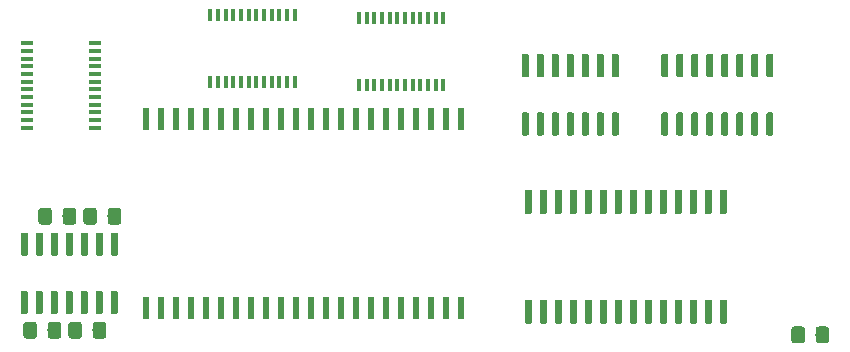
<source format=gbr>
G04 #@! TF.GenerationSoftware,KiCad,Pcbnew,(5.1.4)-1*
G04 #@! TF.CreationDate,2021-02-27T03:26:27-03:00*
G04 #@! TF.ProjectId,OpenDrive-Genesis,4f70656e-4472-4697-9665-2d47656e6573,rev?*
G04 #@! TF.SameCoordinates,Original*
G04 #@! TF.FileFunction,Paste,Top*
G04 #@! TF.FilePolarity,Positive*
%FSLAX46Y46*%
G04 Gerber Fmt 4.6, Leading zero omitted, Abs format (unit mm)*
G04 Created by KiCad (PCBNEW (5.1.4)-1) date 2021-02-27 03:26:27*
%MOMM*%
%LPD*%
G04 APERTURE LIST*
%ADD10R,0.400000X1.100000*%
%ADD11R,1.100000X0.400000*%
%ADD12R,0.500000X1.900000*%
%ADD13C,0.100000*%
%ADD14C,1.150000*%
%ADD15C,0.600000*%
G04 APERTURE END LIST*
D10*
X95929400Y-45054400D03*
X95279400Y-45054400D03*
X94629400Y-45054400D03*
X93979400Y-45054400D03*
X93329400Y-45054400D03*
X92679400Y-45054400D03*
X92029400Y-45054400D03*
X91379400Y-45054400D03*
X90729400Y-45054400D03*
X90079400Y-45054400D03*
X89429400Y-45054400D03*
X88779400Y-45054400D03*
X88779400Y-50754400D03*
X89429400Y-50754400D03*
X90079400Y-50754400D03*
X90729400Y-50754400D03*
X91379400Y-50754400D03*
X92029400Y-50754400D03*
X92679400Y-50754400D03*
X93329400Y-50754400D03*
X93979400Y-50754400D03*
X94629400Y-50754400D03*
X95279400Y-50754400D03*
X95929400Y-50754400D03*
X83331000Y-50500400D03*
X82681000Y-50500400D03*
X82031000Y-50500400D03*
X81381000Y-50500400D03*
X80731000Y-50500400D03*
X80081000Y-50500400D03*
X79431000Y-50500400D03*
X78781000Y-50500400D03*
X78131000Y-50500400D03*
X77481000Y-50500400D03*
X76831000Y-50500400D03*
X76181000Y-50500400D03*
X76181000Y-44800400D03*
X76831000Y-44800400D03*
X77481000Y-44800400D03*
X78131000Y-44800400D03*
X78781000Y-44800400D03*
X79431000Y-44800400D03*
X80081000Y-44800400D03*
X80731000Y-44800400D03*
X81381000Y-44800400D03*
X82031000Y-44800400D03*
X82681000Y-44800400D03*
X83331000Y-44800400D03*
D11*
X66406000Y-47204800D03*
X66406000Y-47854800D03*
X66406000Y-48504800D03*
X66406000Y-49154800D03*
X66406000Y-49804800D03*
X66406000Y-50454800D03*
X66406000Y-51104800D03*
X66406000Y-51754800D03*
X66406000Y-52404800D03*
X66406000Y-53054800D03*
X66406000Y-53704800D03*
X66406000Y-54354800D03*
X60706000Y-54354800D03*
X60706000Y-53704800D03*
X60706000Y-53054800D03*
X60706000Y-52404800D03*
X60706000Y-51754800D03*
X60706000Y-51104800D03*
X60706000Y-50454800D03*
X60706000Y-49804800D03*
X60706000Y-49154800D03*
X60706000Y-48504800D03*
X60706000Y-47854800D03*
X60706000Y-47204800D03*
D12*
X70739000Y-53595000D03*
X72009000Y-53595000D03*
X73279000Y-53595000D03*
X74549000Y-53595000D03*
X75819000Y-53595000D03*
X77089000Y-53595000D03*
X78359000Y-53595000D03*
X79629000Y-53595000D03*
X80899000Y-53595000D03*
X82169000Y-53595000D03*
X83439000Y-53595000D03*
X84709000Y-53595000D03*
X85979000Y-53595000D03*
X87249000Y-53595000D03*
X88519000Y-53595000D03*
X89789000Y-53595000D03*
X91059000Y-53595000D03*
X92329000Y-53595000D03*
X93599000Y-53595000D03*
X94869000Y-53595000D03*
X97409000Y-69595000D03*
X97409000Y-53595000D03*
X96139000Y-69595000D03*
X96139000Y-53595000D03*
X94869000Y-69595000D03*
X93599000Y-69595000D03*
X92329000Y-69595000D03*
X91059000Y-69595000D03*
X89789000Y-69595000D03*
X88519000Y-69595000D03*
X87249000Y-69595000D03*
X85979000Y-69595000D03*
X84709000Y-69595000D03*
X83439000Y-69595000D03*
X82169000Y-69595000D03*
X80899000Y-69595000D03*
X79629000Y-69595000D03*
X78359000Y-69595000D03*
X77089000Y-69595000D03*
X75819000Y-69595000D03*
X74549000Y-69595000D03*
X73279000Y-69595000D03*
X72009000Y-69595000D03*
X70739000Y-69595000D03*
D13*
G36*
X67151505Y-70802204D02*
G01*
X67175773Y-70805804D01*
X67199572Y-70811765D01*
X67222671Y-70820030D01*
X67244850Y-70830520D01*
X67265893Y-70843132D01*
X67285599Y-70857747D01*
X67303777Y-70874223D01*
X67320253Y-70892401D01*
X67334868Y-70912107D01*
X67347480Y-70933150D01*
X67357970Y-70955329D01*
X67366235Y-70978428D01*
X67372196Y-71002227D01*
X67375796Y-71026495D01*
X67377000Y-71050999D01*
X67377000Y-71951001D01*
X67375796Y-71975505D01*
X67372196Y-71999773D01*
X67366235Y-72023572D01*
X67357970Y-72046671D01*
X67347480Y-72068850D01*
X67334868Y-72089893D01*
X67320253Y-72109599D01*
X67303777Y-72127777D01*
X67285599Y-72144253D01*
X67265893Y-72158868D01*
X67244850Y-72171480D01*
X67222671Y-72181970D01*
X67199572Y-72190235D01*
X67175773Y-72196196D01*
X67151505Y-72199796D01*
X67127001Y-72201000D01*
X66476999Y-72201000D01*
X66452495Y-72199796D01*
X66428227Y-72196196D01*
X66404428Y-72190235D01*
X66381329Y-72181970D01*
X66359150Y-72171480D01*
X66338107Y-72158868D01*
X66318401Y-72144253D01*
X66300223Y-72127777D01*
X66283747Y-72109599D01*
X66269132Y-72089893D01*
X66256520Y-72068850D01*
X66246030Y-72046671D01*
X66237765Y-72023572D01*
X66231804Y-71999773D01*
X66228204Y-71975505D01*
X66227000Y-71951001D01*
X66227000Y-71050999D01*
X66228204Y-71026495D01*
X66231804Y-71002227D01*
X66237765Y-70978428D01*
X66246030Y-70955329D01*
X66256520Y-70933150D01*
X66269132Y-70912107D01*
X66283747Y-70892401D01*
X66300223Y-70874223D01*
X66318401Y-70857747D01*
X66338107Y-70843132D01*
X66359150Y-70830520D01*
X66381329Y-70820030D01*
X66404428Y-70811765D01*
X66428227Y-70805804D01*
X66452495Y-70802204D01*
X66476999Y-70801000D01*
X67127001Y-70801000D01*
X67151505Y-70802204D01*
X67151505Y-70802204D01*
G37*
D14*
X66802000Y-71501000D03*
D13*
G36*
X65101505Y-70802204D02*
G01*
X65125773Y-70805804D01*
X65149572Y-70811765D01*
X65172671Y-70820030D01*
X65194850Y-70830520D01*
X65215893Y-70843132D01*
X65235599Y-70857747D01*
X65253777Y-70874223D01*
X65270253Y-70892401D01*
X65284868Y-70912107D01*
X65297480Y-70933150D01*
X65307970Y-70955329D01*
X65316235Y-70978428D01*
X65322196Y-71002227D01*
X65325796Y-71026495D01*
X65327000Y-71050999D01*
X65327000Y-71951001D01*
X65325796Y-71975505D01*
X65322196Y-71999773D01*
X65316235Y-72023572D01*
X65307970Y-72046671D01*
X65297480Y-72068850D01*
X65284868Y-72089893D01*
X65270253Y-72109599D01*
X65253777Y-72127777D01*
X65235599Y-72144253D01*
X65215893Y-72158868D01*
X65194850Y-72171480D01*
X65172671Y-72181970D01*
X65149572Y-72190235D01*
X65125773Y-72196196D01*
X65101505Y-72199796D01*
X65077001Y-72201000D01*
X64426999Y-72201000D01*
X64402495Y-72199796D01*
X64378227Y-72196196D01*
X64354428Y-72190235D01*
X64331329Y-72181970D01*
X64309150Y-72171480D01*
X64288107Y-72158868D01*
X64268401Y-72144253D01*
X64250223Y-72127777D01*
X64233747Y-72109599D01*
X64219132Y-72089893D01*
X64206520Y-72068850D01*
X64196030Y-72046671D01*
X64187765Y-72023572D01*
X64181804Y-71999773D01*
X64178204Y-71975505D01*
X64177000Y-71951001D01*
X64177000Y-71050999D01*
X64178204Y-71026495D01*
X64181804Y-71002227D01*
X64187765Y-70978428D01*
X64196030Y-70955329D01*
X64206520Y-70933150D01*
X64219132Y-70912107D01*
X64233747Y-70892401D01*
X64250223Y-70874223D01*
X64268401Y-70857747D01*
X64288107Y-70843132D01*
X64309150Y-70830520D01*
X64331329Y-70820030D01*
X64354428Y-70811765D01*
X64378227Y-70805804D01*
X64402495Y-70802204D01*
X64426999Y-70801000D01*
X65077001Y-70801000D01*
X65101505Y-70802204D01*
X65101505Y-70802204D01*
G37*
D14*
X64752000Y-71501000D03*
D13*
G36*
X64611505Y-61150204D02*
G01*
X64635773Y-61153804D01*
X64659572Y-61159765D01*
X64682671Y-61168030D01*
X64704850Y-61178520D01*
X64725893Y-61191132D01*
X64745599Y-61205747D01*
X64763777Y-61222223D01*
X64780253Y-61240401D01*
X64794868Y-61260107D01*
X64807480Y-61281150D01*
X64817970Y-61303329D01*
X64826235Y-61326428D01*
X64832196Y-61350227D01*
X64835796Y-61374495D01*
X64837000Y-61398999D01*
X64837000Y-62299001D01*
X64835796Y-62323505D01*
X64832196Y-62347773D01*
X64826235Y-62371572D01*
X64817970Y-62394671D01*
X64807480Y-62416850D01*
X64794868Y-62437893D01*
X64780253Y-62457599D01*
X64763777Y-62475777D01*
X64745599Y-62492253D01*
X64725893Y-62506868D01*
X64704850Y-62519480D01*
X64682671Y-62529970D01*
X64659572Y-62538235D01*
X64635773Y-62544196D01*
X64611505Y-62547796D01*
X64587001Y-62549000D01*
X63936999Y-62549000D01*
X63912495Y-62547796D01*
X63888227Y-62544196D01*
X63864428Y-62538235D01*
X63841329Y-62529970D01*
X63819150Y-62519480D01*
X63798107Y-62506868D01*
X63778401Y-62492253D01*
X63760223Y-62475777D01*
X63743747Y-62457599D01*
X63729132Y-62437893D01*
X63716520Y-62416850D01*
X63706030Y-62394671D01*
X63697765Y-62371572D01*
X63691804Y-62347773D01*
X63688204Y-62323505D01*
X63687000Y-62299001D01*
X63687000Y-61398999D01*
X63688204Y-61374495D01*
X63691804Y-61350227D01*
X63697765Y-61326428D01*
X63706030Y-61303329D01*
X63716520Y-61281150D01*
X63729132Y-61260107D01*
X63743747Y-61240401D01*
X63760223Y-61222223D01*
X63778401Y-61205747D01*
X63798107Y-61191132D01*
X63819150Y-61178520D01*
X63841329Y-61168030D01*
X63864428Y-61159765D01*
X63888227Y-61153804D01*
X63912495Y-61150204D01*
X63936999Y-61149000D01*
X64587001Y-61149000D01*
X64611505Y-61150204D01*
X64611505Y-61150204D01*
G37*
D14*
X64262000Y-61849000D03*
D13*
G36*
X62561505Y-61150204D02*
G01*
X62585773Y-61153804D01*
X62609572Y-61159765D01*
X62632671Y-61168030D01*
X62654850Y-61178520D01*
X62675893Y-61191132D01*
X62695599Y-61205747D01*
X62713777Y-61222223D01*
X62730253Y-61240401D01*
X62744868Y-61260107D01*
X62757480Y-61281150D01*
X62767970Y-61303329D01*
X62776235Y-61326428D01*
X62782196Y-61350227D01*
X62785796Y-61374495D01*
X62787000Y-61398999D01*
X62787000Y-62299001D01*
X62785796Y-62323505D01*
X62782196Y-62347773D01*
X62776235Y-62371572D01*
X62767970Y-62394671D01*
X62757480Y-62416850D01*
X62744868Y-62437893D01*
X62730253Y-62457599D01*
X62713777Y-62475777D01*
X62695599Y-62492253D01*
X62675893Y-62506868D01*
X62654850Y-62519480D01*
X62632671Y-62529970D01*
X62609572Y-62538235D01*
X62585773Y-62544196D01*
X62561505Y-62547796D01*
X62537001Y-62549000D01*
X61886999Y-62549000D01*
X61862495Y-62547796D01*
X61838227Y-62544196D01*
X61814428Y-62538235D01*
X61791329Y-62529970D01*
X61769150Y-62519480D01*
X61748107Y-62506868D01*
X61728401Y-62492253D01*
X61710223Y-62475777D01*
X61693747Y-62457599D01*
X61679132Y-62437893D01*
X61666520Y-62416850D01*
X61656030Y-62394671D01*
X61647765Y-62371572D01*
X61641804Y-62347773D01*
X61638204Y-62323505D01*
X61637000Y-62299001D01*
X61637000Y-61398999D01*
X61638204Y-61374495D01*
X61641804Y-61350227D01*
X61647765Y-61326428D01*
X61656030Y-61303329D01*
X61666520Y-61281150D01*
X61679132Y-61260107D01*
X61693747Y-61240401D01*
X61710223Y-61222223D01*
X61728401Y-61205747D01*
X61748107Y-61191132D01*
X61769150Y-61178520D01*
X61791329Y-61168030D01*
X61814428Y-61159765D01*
X61838227Y-61153804D01*
X61862495Y-61150204D01*
X61886999Y-61149000D01*
X62537001Y-61149000D01*
X62561505Y-61150204D01*
X62561505Y-61150204D01*
G37*
D14*
X62212000Y-61849000D03*
D13*
G36*
X68421505Y-61150204D02*
G01*
X68445773Y-61153804D01*
X68469572Y-61159765D01*
X68492671Y-61168030D01*
X68514850Y-61178520D01*
X68535893Y-61191132D01*
X68555599Y-61205747D01*
X68573777Y-61222223D01*
X68590253Y-61240401D01*
X68604868Y-61260107D01*
X68617480Y-61281150D01*
X68627970Y-61303329D01*
X68636235Y-61326428D01*
X68642196Y-61350227D01*
X68645796Y-61374495D01*
X68647000Y-61398999D01*
X68647000Y-62299001D01*
X68645796Y-62323505D01*
X68642196Y-62347773D01*
X68636235Y-62371572D01*
X68627970Y-62394671D01*
X68617480Y-62416850D01*
X68604868Y-62437893D01*
X68590253Y-62457599D01*
X68573777Y-62475777D01*
X68555599Y-62492253D01*
X68535893Y-62506868D01*
X68514850Y-62519480D01*
X68492671Y-62529970D01*
X68469572Y-62538235D01*
X68445773Y-62544196D01*
X68421505Y-62547796D01*
X68397001Y-62549000D01*
X67746999Y-62549000D01*
X67722495Y-62547796D01*
X67698227Y-62544196D01*
X67674428Y-62538235D01*
X67651329Y-62529970D01*
X67629150Y-62519480D01*
X67608107Y-62506868D01*
X67588401Y-62492253D01*
X67570223Y-62475777D01*
X67553747Y-62457599D01*
X67539132Y-62437893D01*
X67526520Y-62416850D01*
X67516030Y-62394671D01*
X67507765Y-62371572D01*
X67501804Y-62347773D01*
X67498204Y-62323505D01*
X67497000Y-62299001D01*
X67497000Y-61398999D01*
X67498204Y-61374495D01*
X67501804Y-61350227D01*
X67507765Y-61326428D01*
X67516030Y-61303329D01*
X67526520Y-61281150D01*
X67539132Y-61260107D01*
X67553747Y-61240401D01*
X67570223Y-61222223D01*
X67588401Y-61205747D01*
X67608107Y-61191132D01*
X67629150Y-61178520D01*
X67651329Y-61168030D01*
X67674428Y-61159765D01*
X67698227Y-61153804D01*
X67722495Y-61150204D01*
X67746999Y-61149000D01*
X68397001Y-61149000D01*
X68421505Y-61150204D01*
X68421505Y-61150204D01*
G37*
D14*
X68072000Y-61849000D03*
D13*
G36*
X66371505Y-61150204D02*
G01*
X66395773Y-61153804D01*
X66419572Y-61159765D01*
X66442671Y-61168030D01*
X66464850Y-61178520D01*
X66485893Y-61191132D01*
X66505599Y-61205747D01*
X66523777Y-61222223D01*
X66540253Y-61240401D01*
X66554868Y-61260107D01*
X66567480Y-61281150D01*
X66577970Y-61303329D01*
X66586235Y-61326428D01*
X66592196Y-61350227D01*
X66595796Y-61374495D01*
X66597000Y-61398999D01*
X66597000Y-62299001D01*
X66595796Y-62323505D01*
X66592196Y-62347773D01*
X66586235Y-62371572D01*
X66577970Y-62394671D01*
X66567480Y-62416850D01*
X66554868Y-62437893D01*
X66540253Y-62457599D01*
X66523777Y-62475777D01*
X66505599Y-62492253D01*
X66485893Y-62506868D01*
X66464850Y-62519480D01*
X66442671Y-62529970D01*
X66419572Y-62538235D01*
X66395773Y-62544196D01*
X66371505Y-62547796D01*
X66347001Y-62549000D01*
X65696999Y-62549000D01*
X65672495Y-62547796D01*
X65648227Y-62544196D01*
X65624428Y-62538235D01*
X65601329Y-62529970D01*
X65579150Y-62519480D01*
X65558107Y-62506868D01*
X65538401Y-62492253D01*
X65520223Y-62475777D01*
X65503747Y-62457599D01*
X65489132Y-62437893D01*
X65476520Y-62416850D01*
X65466030Y-62394671D01*
X65457765Y-62371572D01*
X65451804Y-62347773D01*
X65448204Y-62323505D01*
X65447000Y-62299001D01*
X65447000Y-61398999D01*
X65448204Y-61374495D01*
X65451804Y-61350227D01*
X65457765Y-61326428D01*
X65466030Y-61303329D01*
X65476520Y-61281150D01*
X65489132Y-61260107D01*
X65503747Y-61240401D01*
X65520223Y-61222223D01*
X65538401Y-61205747D01*
X65558107Y-61191132D01*
X65579150Y-61178520D01*
X65601329Y-61168030D01*
X65624428Y-61159765D01*
X65648227Y-61153804D01*
X65672495Y-61150204D01*
X65696999Y-61149000D01*
X66347001Y-61149000D01*
X66371505Y-61150204D01*
X66371505Y-61150204D01*
G37*
D14*
X66022000Y-61849000D03*
D13*
G36*
X63341505Y-70802204D02*
G01*
X63365773Y-70805804D01*
X63389572Y-70811765D01*
X63412671Y-70820030D01*
X63434850Y-70830520D01*
X63455893Y-70843132D01*
X63475599Y-70857747D01*
X63493777Y-70874223D01*
X63510253Y-70892401D01*
X63524868Y-70912107D01*
X63537480Y-70933150D01*
X63547970Y-70955329D01*
X63556235Y-70978428D01*
X63562196Y-71002227D01*
X63565796Y-71026495D01*
X63567000Y-71050999D01*
X63567000Y-71951001D01*
X63565796Y-71975505D01*
X63562196Y-71999773D01*
X63556235Y-72023572D01*
X63547970Y-72046671D01*
X63537480Y-72068850D01*
X63524868Y-72089893D01*
X63510253Y-72109599D01*
X63493777Y-72127777D01*
X63475599Y-72144253D01*
X63455893Y-72158868D01*
X63434850Y-72171480D01*
X63412671Y-72181970D01*
X63389572Y-72190235D01*
X63365773Y-72196196D01*
X63341505Y-72199796D01*
X63317001Y-72201000D01*
X62666999Y-72201000D01*
X62642495Y-72199796D01*
X62618227Y-72196196D01*
X62594428Y-72190235D01*
X62571329Y-72181970D01*
X62549150Y-72171480D01*
X62528107Y-72158868D01*
X62508401Y-72144253D01*
X62490223Y-72127777D01*
X62473747Y-72109599D01*
X62459132Y-72089893D01*
X62446520Y-72068850D01*
X62436030Y-72046671D01*
X62427765Y-72023572D01*
X62421804Y-71999773D01*
X62418204Y-71975505D01*
X62417000Y-71951001D01*
X62417000Y-71050999D01*
X62418204Y-71026495D01*
X62421804Y-71002227D01*
X62427765Y-70978428D01*
X62436030Y-70955329D01*
X62446520Y-70933150D01*
X62459132Y-70912107D01*
X62473747Y-70892401D01*
X62490223Y-70874223D01*
X62508401Y-70857747D01*
X62528107Y-70843132D01*
X62549150Y-70830520D01*
X62571329Y-70820030D01*
X62594428Y-70811765D01*
X62618227Y-70805804D01*
X62642495Y-70802204D01*
X62666999Y-70801000D01*
X63317001Y-70801000D01*
X63341505Y-70802204D01*
X63341505Y-70802204D01*
G37*
D14*
X62992000Y-71501000D03*
D13*
G36*
X61291505Y-70802204D02*
G01*
X61315773Y-70805804D01*
X61339572Y-70811765D01*
X61362671Y-70820030D01*
X61384850Y-70830520D01*
X61405893Y-70843132D01*
X61425599Y-70857747D01*
X61443777Y-70874223D01*
X61460253Y-70892401D01*
X61474868Y-70912107D01*
X61487480Y-70933150D01*
X61497970Y-70955329D01*
X61506235Y-70978428D01*
X61512196Y-71002227D01*
X61515796Y-71026495D01*
X61517000Y-71050999D01*
X61517000Y-71951001D01*
X61515796Y-71975505D01*
X61512196Y-71999773D01*
X61506235Y-72023572D01*
X61497970Y-72046671D01*
X61487480Y-72068850D01*
X61474868Y-72089893D01*
X61460253Y-72109599D01*
X61443777Y-72127777D01*
X61425599Y-72144253D01*
X61405893Y-72158868D01*
X61384850Y-72171480D01*
X61362671Y-72181970D01*
X61339572Y-72190235D01*
X61315773Y-72196196D01*
X61291505Y-72199796D01*
X61267001Y-72201000D01*
X60616999Y-72201000D01*
X60592495Y-72199796D01*
X60568227Y-72196196D01*
X60544428Y-72190235D01*
X60521329Y-72181970D01*
X60499150Y-72171480D01*
X60478107Y-72158868D01*
X60458401Y-72144253D01*
X60440223Y-72127777D01*
X60423747Y-72109599D01*
X60409132Y-72089893D01*
X60396520Y-72068850D01*
X60386030Y-72046671D01*
X60377765Y-72023572D01*
X60371804Y-71999773D01*
X60368204Y-71975505D01*
X60367000Y-71951001D01*
X60367000Y-71050999D01*
X60368204Y-71026495D01*
X60371804Y-71002227D01*
X60377765Y-70978428D01*
X60386030Y-70955329D01*
X60396520Y-70933150D01*
X60409132Y-70912107D01*
X60423747Y-70892401D01*
X60440223Y-70874223D01*
X60458401Y-70857747D01*
X60478107Y-70843132D01*
X60499150Y-70830520D01*
X60521329Y-70820030D01*
X60544428Y-70811765D01*
X60568227Y-70805804D01*
X60592495Y-70802204D01*
X60616999Y-70801000D01*
X61267001Y-70801000D01*
X61291505Y-70802204D01*
X61291505Y-70802204D01*
G37*
D14*
X60942000Y-71501000D03*
D13*
G36*
X60616703Y-63225722D02*
G01*
X60631264Y-63227882D01*
X60645543Y-63231459D01*
X60659403Y-63236418D01*
X60672710Y-63242712D01*
X60685336Y-63250280D01*
X60697159Y-63259048D01*
X60708066Y-63268934D01*
X60717952Y-63279841D01*
X60726720Y-63291664D01*
X60734288Y-63304290D01*
X60740582Y-63317597D01*
X60745541Y-63331457D01*
X60749118Y-63345736D01*
X60751278Y-63360297D01*
X60752000Y-63375000D01*
X60752000Y-65025000D01*
X60751278Y-65039703D01*
X60749118Y-65054264D01*
X60745541Y-65068543D01*
X60740582Y-65082403D01*
X60734288Y-65095710D01*
X60726720Y-65108336D01*
X60717952Y-65120159D01*
X60708066Y-65131066D01*
X60697159Y-65140952D01*
X60685336Y-65149720D01*
X60672710Y-65157288D01*
X60659403Y-65163582D01*
X60645543Y-65168541D01*
X60631264Y-65172118D01*
X60616703Y-65174278D01*
X60602000Y-65175000D01*
X60302000Y-65175000D01*
X60287297Y-65174278D01*
X60272736Y-65172118D01*
X60258457Y-65168541D01*
X60244597Y-65163582D01*
X60231290Y-65157288D01*
X60218664Y-65149720D01*
X60206841Y-65140952D01*
X60195934Y-65131066D01*
X60186048Y-65120159D01*
X60177280Y-65108336D01*
X60169712Y-65095710D01*
X60163418Y-65082403D01*
X60158459Y-65068543D01*
X60154882Y-65054264D01*
X60152722Y-65039703D01*
X60152000Y-65025000D01*
X60152000Y-63375000D01*
X60152722Y-63360297D01*
X60154882Y-63345736D01*
X60158459Y-63331457D01*
X60163418Y-63317597D01*
X60169712Y-63304290D01*
X60177280Y-63291664D01*
X60186048Y-63279841D01*
X60195934Y-63268934D01*
X60206841Y-63259048D01*
X60218664Y-63250280D01*
X60231290Y-63242712D01*
X60244597Y-63236418D01*
X60258457Y-63231459D01*
X60272736Y-63227882D01*
X60287297Y-63225722D01*
X60302000Y-63225000D01*
X60602000Y-63225000D01*
X60616703Y-63225722D01*
X60616703Y-63225722D01*
G37*
D15*
X60452000Y-64200000D03*
D13*
G36*
X61886703Y-63225722D02*
G01*
X61901264Y-63227882D01*
X61915543Y-63231459D01*
X61929403Y-63236418D01*
X61942710Y-63242712D01*
X61955336Y-63250280D01*
X61967159Y-63259048D01*
X61978066Y-63268934D01*
X61987952Y-63279841D01*
X61996720Y-63291664D01*
X62004288Y-63304290D01*
X62010582Y-63317597D01*
X62015541Y-63331457D01*
X62019118Y-63345736D01*
X62021278Y-63360297D01*
X62022000Y-63375000D01*
X62022000Y-65025000D01*
X62021278Y-65039703D01*
X62019118Y-65054264D01*
X62015541Y-65068543D01*
X62010582Y-65082403D01*
X62004288Y-65095710D01*
X61996720Y-65108336D01*
X61987952Y-65120159D01*
X61978066Y-65131066D01*
X61967159Y-65140952D01*
X61955336Y-65149720D01*
X61942710Y-65157288D01*
X61929403Y-65163582D01*
X61915543Y-65168541D01*
X61901264Y-65172118D01*
X61886703Y-65174278D01*
X61872000Y-65175000D01*
X61572000Y-65175000D01*
X61557297Y-65174278D01*
X61542736Y-65172118D01*
X61528457Y-65168541D01*
X61514597Y-65163582D01*
X61501290Y-65157288D01*
X61488664Y-65149720D01*
X61476841Y-65140952D01*
X61465934Y-65131066D01*
X61456048Y-65120159D01*
X61447280Y-65108336D01*
X61439712Y-65095710D01*
X61433418Y-65082403D01*
X61428459Y-65068543D01*
X61424882Y-65054264D01*
X61422722Y-65039703D01*
X61422000Y-65025000D01*
X61422000Y-63375000D01*
X61422722Y-63360297D01*
X61424882Y-63345736D01*
X61428459Y-63331457D01*
X61433418Y-63317597D01*
X61439712Y-63304290D01*
X61447280Y-63291664D01*
X61456048Y-63279841D01*
X61465934Y-63268934D01*
X61476841Y-63259048D01*
X61488664Y-63250280D01*
X61501290Y-63242712D01*
X61514597Y-63236418D01*
X61528457Y-63231459D01*
X61542736Y-63227882D01*
X61557297Y-63225722D01*
X61572000Y-63225000D01*
X61872000Y-63225000D01*
X61886703Y-63225722D01*
X61886703Y-63225722D01*
G37*
D15*
X61722000Y-64200000D03*
D13*
G36*
X63156703Y-63225722D02*
G01*
X63171264Y-63227882D01*
X63185543Y-63231459D01*
X63199403Y-63236418D01*
X63212710Y-63242712D01*
X63225336Y-63250280D01*
X63237159Y-63259048D01*
X63248066Y-63268934D01*
X63257952Y-63279841D01*
X63266720Y-63291664D01*
X63274288Y-63304290D01*
X63280582Y-63317597D01*
X63285541Y-63331457D01*
X63289118Y-63345736D01*
X63291278Y-63360297D01*
X63292000Y-63375000D01*
X63292000Y-65025000D01*
X63291278Y-65039703D01*
X63289118Y-65054264D01*
X63285541Y-65068543D01*
X63280582Y-65082403D01*
X63274288Y-65095710D01*
X63266720Y-65108336D01*
X63257952Y-65120159D01*
X63248066Y-65131066D01*
X63237159Y-65140952D01*
X63225336Y-65149720D01*
X63212710Y-65157288D01*
X63199403Y-65163582D01*
X63185543Y-65168541D01*
X63171264Y-65172118D01*
X63156703Y-65174278D01*
X63142000Y-65175000D01*
X62842000Y-65175000D01*
X62827297Y-65174278D01*
X62812736Y-65172118D01*
X62798457Y-65168541D01*
X62784597Y-65163582D01*
X62771290Y-65157288D01*
X62758664Y-65149720D01*
X62746841Y-65140952D01*
X62735934Y-65131066D01*
X62726048Y-65120159D01*
X62717280Y-65108336D01*
X62709712Y-65095710D01*
X62703418Y-65082403D01*
X62698459Y-65068543D01*
X62694882Y-65054264D01*
X62692722Y-65039703D01*
X62692000Y-65025000D01*
X62692000Y-63375000D01*
X62692722Y-63360297D01*
X62694882Y-63345736D01*
X62698459Y-63331457D01*
X62703418Y-63317597D01*
X62709712Y-63304290D01*
X62717280Y-63291664D01*
X62726048Y-63279841D01*
X62735934Y-63268934D01*
X62746841Y-63259048D01*
X62758664Y-63250280D01*
X62771290Y-63242712D01*
X62784597Y-63236418D01*
X62798457Y-63231459D01*
X62812736Y-63227882D01*
X62827297Y-63225722D01*
X62842000Y-63225000D01*
X63142000Y-63225000D01*
X63156703Y-63225722D01*
X63156703Y-63225722D01*
G37*
D15*
X62992000Y-64200000D03*
D13*
G36*
X64426703Y-63225722D02*
G01*
X64441264Y-63227882D01*
X64455543Y-63231459D01*
X64469403Y-63236418D01*
X64482710Y-63242712D01*
X64495336Y-63250280D01*
X64507159Y-63259048D01*
X64518066Y-63268934D01*
X64527952Y-63279841D01*
X64536720Y-63291664D01*
X64544288Y-63304290D01*
X64550582Y-63317597D01*
X64555541Y-63331457D01*
X64559118Y-63345736D01*
X64561278Y-63360297D01*
X64562000Y-63375000D01*
X64562000Y-65025000D01*
X64561278Y-65039703D01*
X64559118Y-65054264D01*
X64555541Y-65068543D01*
X64550582Y-65082403D01*
X64544288Y-65095710D01*
X64536720Y-65108336D01*
X64527952Y-65120159D01*
X64518066Y-65131066D01*
X64507159Y-65140952D01*
X64495336Y-65149720D01*
X64482710Y-65157288D01*
X64469403Y-65163582D01*
X64455543Y-65168541D01*
X64441264Y-65172118D01*
X64426703Y-65174278D01*
X64412000Y-65175000D01*
X64112000Y-65175000D01*
X64097297Y-65174278D01*
X64082736Y-65172118D01*
X64068457Y-65168541D01*
X64054597Y-65163582D01*
X64041290Y-65157288D01*
X64028664Y-65149720D01*
X64016841Y-65140952D01*
X64005934Y-65131066D01*
X63996048Y-65120159D01*
X63987280Y-65108336D01*
X63979712Y-65095710D01*
X63973418Y-65082403D01*
X63968459Y-65068543D01*
X63964882Y-65054264D01*
X63962722Y-65039703D01*
X63962000Y-65025000D01*
X63962000Y-63375000D01*
X63962722Y-63360297D01*
X63964882Y-63345736D01*
X63968459Y-63331457D01*
X63973418Y-63317597D01*
X63979712Y-63304290D01*
X63987280Y-63291664D01*
X63996048Y-63279841D01*
X64005934Y-63268934D01*
X64016841Y-63259048D01*
X64028664Y-63250280D01*
X64041290Y-63242712D01*
X64054597Y-63236418D01*
X64068457Y-63231459D01*
X64082736Y-63227882D01*
X64097297Y-63225722D01*
X64112000Y-63225000D01*
X64412000Y-63225000D01*
X64426703Y-63225722D01*
X64426703Y-63225722D01*
G37*
D15*
X64262000Y-64200000D03*
D13*
G36*
X65696703Y-63225722D02*
G01*
X65711264Y-63227882D01*
X65725543Y-63231459D01*
X65739403Y-63236418D01*
X65752710Y-63242712D01*
X65765336Y-63250280D01*
X65777159Y-63259048D01*
X65788066Y-63268934D01*
X65797952Y-63279841D01*
X65806720Y-63291664D01*
X65814288Y-63304290D01*
X65820582Y-63317597D01*
X65825541Y-63331457D01*
X65829118Y-63345736D01*
X65831278Y-63360297D01*
X65832000Y-63375000D01*
X65832000Y-65025000D01*
X65831278Y-65039703D01*
X65829118Y-65054264D01*
X65825541Y-65068543D01*
X65820582Y-65082403D01*
X65814288Y-65095710D01*
X65806720Y-65108336D01*
X65797952Y-65120159D01*
X65788066Y-65131066D01*
X65777159Y-65140952D01*
X65765336Y-65149720D01*
X65752710Y-65157288D01*
X65739403Y-65163582D01*
X65725543Y-65168541D01*
X65711264Y-65172118D01*
X65696703Y-65174278D01*
X65682000Y-65175000D01*
X65382000Y-65175000D01*
X65367297Y-65174278D01*
X65352736Y-65172118D01*
X65338457Y-65168541D01*
X65324597Y-65163582D01*
X65311290Y-65157288D01*
X65298664Y-65149720D01*
X65286841Y-65140952D01*
X65275934Y-65131066D01*
X65266048Y-65120159D01*
X65257280Y-65108336D01*
X65249712Y-65095710D01*
X65243418Y-65082403D01*
X65238459Y-65068543D01*
X65234882Y-65054264D01*
X65232722Y-65039703D01*
X65232000Y-65025000D01*
X65232000Y-63375000D01*
X65232722Y-63360297D01*
X65234882Y-63345736D01*
X65238459Y-63331457D01*
X65243418Y-63317597D01*
X65249712Y-63304290D01*
X65257280Y-63291664D01*
X65266048Y-63279841D01*
X65275934Y-63268934D01*
X65286841Y-63259048D01*
X65298664Y-63250280D01*
X65311290Y-63242712D01*
X65324597Y-63236418D01*
X65338457Y-63231459D01*
X65352736Y-63227882D01*
X65367297Y-63225722D01*
X65382000Y-63225000D01*
X65682000Y-63225000D01*
X65696703Y-63225722D01*
X65696703Y-63225722D01*
G37*
D15*
X65532000Y-64200000D03*
D13*
G36*
X66966703Y-63225722D02*
G01*
X66981264Y-63227882D01*
X66995543Y-63231459D01*
X67009403Y-63236418D01*
X67022710Y-63242712D01*
X67035336Y-63250280D01*
X67047159Y-63259048D01*
X67058066Y-63268934D01*
X67067952Y-63279841D01*
X67076720Y-63291664D01*
X67084288Y-63304290D01*
X67090582Y-63317597D01*
X67095541Y-63331457D01*
X67099118Y-63345736D01*
X67101278Y-63360297D01*
X67102000Y-63375000D01*
X67102000Y-65025000D01*
X67101278Y-65039703D01*
X67099118Y-65054264D01*
X67095541Y-65068543D01*
X67090582Y-65082403D01*
X67084288Y-65095710D01*
X67076720Y-65108336D01*
X67067952Y-65120159D01*
X67058066Y-65131066D01*
X67047159Y-65140952D01*
X67035336Y-65149720D01*
X67022710Y-65157288D01*
X67009403Y-65163582D01*
X66995543Y-65168541D01*
X66981264Y-65172118D01*
X66966703Y-65174278D01*
X66952000Y-65175000D01*
X66652000Y-65175000D01*
X66637297Y-65174278D01*
X66622736Y-65172118D01*
X66608457Y-65168541D01*
X66594597Y-65163582D01*
X66581290Y-65157288D01*
X66568664Y-65149720D01*
X66556841Y-65140952D01*
X66545934Y-65131066D01*
X66536048Y-65120159D01*
X66527280Y-65108336D01*
X66519712Y-65095710D01*
X66513418Y-65082403D01*
X66508459Y-65068543D01*
X66504882Y-65054264D01*
X66502722Y-65039703D01*
X66502000Y-65025000D01*
X66502000Y-63375000D01*
X66502722Y-63360297D01*
X66504882Y-63345736D01*
X66508459Y-63331457D01*
X66513418Y-63317597D01*
X66519712Y-63304290D01*
X66527280Y-63291664D01*
X66536048Y-63279841D01*
X66545934Y-63268934D01*
X66556841Y-63259048D01*
X66568664Y-63250280D01*
X66581290Y-63242712D01*
X66594597Y-63236418D01*
X66608457Y-63231459D01*
X66622736Y-63227882D01*
X66637297Y-63225722D01*
X66652000Y-63225000D01*
X66952000Y-63225000D01*
X66966703Y-63225722D01*
X66966703Y-63225722D01*
G37*
D15*
X66802000Y-64200000D03*
D13*
G36*
X68236703Y-63225722D02*
G01*
X68251264Y-63227882D01*
X68265543Y-63231459D01*
X68279403Y-63236418D01*
X68292710Y-63242712D01*
X68305336Y-63250280D01*
X68317159Y-63259048D01*
X68328066Y-63268934D01*
X68337952Y-63279841D01*
X68346720Y-63291664D01*
X68354288Y-63304290D01*
X68360582Y-63317597D01*
X68365541Y-63331457D01*
X68369118Y-63345736D01*
X68371278Y-63360297D01*
X68372000Y-63375000D01*
X68372000Y-65025000D01*
X68371278Y-65039703D01*
X68369118Y-65054264D01*
X68365541Y-65068543D01*
X68360582Y-65082403D01*
X68354288Y-65095710D01*
X68346720Y-65108336D01*
X68337952Y-65120159D01*
X68328066Y-65131066D01*
X68317159Y-65140952D01*
X68305336Y-65149720D01*
X68292710Y-65157288D01*
X68279403Y-65163582D01*
X68265543Y-65168541D01*
X68251264Y-65172118D01*
X68236703Y-65174278D01*
X68222000Y-65175000D01*
X67922000Y-65175000D01*
X67907297Y-65174278D01*
X67892736Y-65172118D01*
X67878457Y-65168541D01*
X67864597Y-65163582D01*
X67851290Y-65157288D01*
X67838664Y-65149720D01*
X67826841Y-65140952D01*
X67815934Y-65131066D01*
X67806048Y-65120159D01*
X67797280Y-65108336D01*
X67789712Y-65095710D01*
X67783418Y-65082403D01*
X67778459Y-65068543D01*
X67774882Y-65054264D01*
X67772722Y-65039703D01*
X67772000Y-65025000D01*
X67772000Y-63375000D01*
X67772722Y-63360297D01*
X67774882Y-63345736D01*
X67778459Y-63331457D01*
X67783418Y-63317597D01*
X67789712Y-63304290D01*
X67797280Y-63291664D01*
X67806048Y-63279841D01*
X67815934Y-63268934D01*
X67826841Y-63259048D01*
X67838664Y-63250280D01*
X67851290Y-63242712D01*
X67864597Y-63236418D01*
X67878457Y-63231459D01*
X67892736Y-63227882D01*
X67907297Y-63225722D01*
X67922000Y-63225000D01*
X68222000Y-63225000D01*
X68236703Y-63225722D01*
X68236703Y-63225722D01*
G37*
D15*
X68072000Y-64200000D03*
D13*
G36*
X68236703Y-68175722D02*
G01*
X68251264Y-68177882D01*
X68265543Y-68181459D01*
X68279403Y-68186418D01*
X68292710Y-68192712D01*
X68305336Y-68200280D01*
X68317159Y-68209048D01*
X68328066Y-68218934D01*
X68337952Y-68229841D01*
X68346720Y-68241664D01*
X68354288Y-68254290D01*
X68360582Y-68267597D01*
X68365541Y-68281457D01*
X68369118Y-68295736D01*
X68371278Y-68310297D01*
X68372000Y-68325000D01*
X68372000Y-69975000D01*
X68371278Y-69989703D01*
X68369118Y-70004264D01*
X68365541Y-70018543D01*
X68360582Y-70032403D01*
X68354288Y-70045710D01*
X68346720Y-70058336D01*
X68337952Y-70070159D01*
X68328066Y-70081066D01*
X68317159Y-70090952D01*
X68305336Y-70099720D01*
X68292710Y-70107288D01*
X68279403Y-70113582D01*
X68265543Y-70118541D01*
X68251264Y-70122118D01*
X68236703Y-70124278D01*
X68222000Y-70125000D01*
X67922000Y-70125000D01*
X67907297Y-70124278D01*
X67892736Y-70122118D01*
X67878457Y-70118541D01*
X67864597Y-70113582D01*
X67851290Y-70107288D01*
X67838664Y-70099720D01*
X67826841Y-70090952D01*
X67815934Y-70081066D01*
X67806048Y-70070159D01*
X67797280Y-70058336D01*
X67789712Y-70045710D01*
X67783418Y-70032403D01*
X67778459Y-70018543D01*
X67774882Y-70004264D01*
X67772722Y-69989703D01*
X67772000Y-69975000D01*
X67772000Y-68325000D01*
X67772722Y-68310297D01*
X67774882Y-68295736D01*
X67778459Y-68281457D01*
X67783418Y-68267597D01*
X67789712Y-68254290D01*
X67797280Y-68241664D01*
X67806048Y-68229841D01*
X67815934Y-68218934D01*
X67826841Y-68209048D01*
X67838664Y-68200280D01*
X67851290Y-68192712D01*
X67864597Y-68186418D01*
X67878457Y-68181459D01*
X67892736Y-68177882D01*
X67907297Y-68175722D01*
X67922000Y-68175000D01*
X68222000Y-68175000D01*
X68236703Y-68175722D01*
X68236703Y-68175722D01*
G37*
D15*
X68072000Y-69150000D03*
D13*
G36*
X66966703Y-68175722D02*
G01*
X66981264Y-68177882D01*
X66995543Y-68181459D01*
X67009403Y-68186418D01*
X67022710Y-68192712D01*
X67035336Y-68200280D01*
X67047159Y-68209048D01*
X67058066Y-68218934D01*
X67067952Y-68229841D01*
X67076720Y-68241664D01*
X67084288Y-68254290D01*
X67090582Y-68267597D01*
X67095541Y-68281457D01*
X67099118Y-68295736D01*
X67101278Y-68310297D01*
X67102000Y-68325000D01*
X67102000Y-69975000D01*
X67101278Y-69989703D01*
X67099118Y-70004264D01*
X67095541Y-70018543D01*
X67090582Y-70032403D01*
X67084288Y-70045710D01*
X67076720Y-70058336D01*
X67067952Y-70070159D01*
X67058066Y-70081066D01*
X67047159Y-70090952D01*
X67035336Y-70099720D01*
X67022710Y-70107288D01*
X67009403Y-70113582D01*
X66995543Y-70118541D01*
X66981264Y-70122118D01*
X66966703Y-70124278D01*
X66952000Y-70125000D01*
X66652000Y-70125000D01*
X66637297Y-70124278D01*
X66622736Y-70122118D01*
X66608457Y-70118541D01*
X66594597Y-70113582D01*
X66581290Y-70107288D01*
X66568664Y-70099720D01*
X66556841Y-70090952D01*
X66545934Y-70081066D01*
X66536048Y-70070159D01*
X66527280Y-70058336D01*
X66519712Y-70045710D01*
X66513418Y-70032403D01*
X66508459Y-70018543D01*
X66504882Y-70004264D01*
X66502722Y-69989703D01*
X66502000Y-69975000D01*
X66502000Y-68325000D01*
X66502722Y-68310297D01*
X66504882Y-68295736D01*
X66508459Y-68281457D01*
X66513418Y-68267597D01*
X66519712Y-68254290D01*
X66527280Y-68241664D01*
X66536048Y-68229841D01*
X66545934Y-68218934D01*
X66556841Y-68209048D01*
X66568664Y-68200280D01*
X66581290Y-68192712D01*
X66594597Y-68186418D01*
X66608457Y-68181459D01*
X66622736Y-68177882D01*
X66637297Y-68175722D01*
X66652000Y-68175000D01*
X66952000Y-68175000D01*
X66966703Y-68175722D01*
X66966703Y-68175722D01*
G37*
D15*
X66802000Y-69150000D03*
D13*
G36*
X65696703Y-68175722D02*
G01*
X65711264Y-68177882D01*
X65725543Y-68181459D01*
X65739403Y-68186418D01*
X65752710Y-68192712D01*
X65765336Y-68200280D01*
X65777159Y-68209048D01*
X65788066Y-68218934D01*
X65797952Y-68229841D01*
X65806720Y-68241664D01*
X65814288Y-68254290D01*
X65820582Y-68267597D01*
X65825541Y-68281457D01*
X65829118Y-68295736D01*
X65831278Y-68310297D01*
X65832000Y-68325000D01*
X65832000Y-69975000D01*
X65831278Y-69989703D01*
X65829118Y-70004264D01*
X65825541Y-70018543D01*
X65820582Y-70032403D01*
X65814288Y-70045710D01*
X65806720Y-70058336D01*
X65797952Y-70070159D01*
X65788066Y-70081066D01*
X65777159Y-70090952D01*
X65765336Y-70099720D01*
X65752710Y-70107288D01*
X65739403Y-70113582D01*
X65725543Y-70118541D01*
X65711264Y-70122118D01*
X65696703Y-70124278D01*
X65682000Y-70125000D01*
X65382000Y-70125000D01*
X65367297Y-70124278D01*
X65352736Y-70122118D01*
X65338457Y-70118541D01*
X65324597Y-70113582D01*
X65311290Y-70107288D01*
X65298664Y-70099720D01*
X65286841Y-70090952D01*
X65275934Y-70081066D01*
X65266048Y-70070159D01*
X65257280Y-70058336D01*
X65249712Y-70045710D01*
X65243418Y-70032403D01*
X65238459Y-70018543D01*
X65234882Y-70004264D01*
X65232722Y-69989703D01*
X65232000Y-69975000D01*
X65232000Y-68325000D01*
X65232722Y-68310297D01*
X65234882Y-68295736D01*
X65238459Y-68281457D01*
X65243418Y-68267597D01*
X65249712Y-68254290D01*
X65257280Y-68241664D01*
X65266048Y-68229841D01*
X65275934Y-68218934D01*
X65286841Y-68209048D01*
X65298664Y-68200280D01*
X65311290Y-68192712D01*
X65324597Y-68186418D01*
X65338457Y-68181459D01*
X65352736Y-68177882D01*
X65367297Y-68175722D01*
X65382000Y-68175000D01*
X65682000Y-68175000D01*
X65696703Y-68175722D01*
X65696703Y-68175722D01*
G37*
D15*
X65532000Y-69150000D03*
D13*
G36*
X64426703Y-68175722D02*
G01*
X64441264Y-68177882D01*
X64455543Y-68181459D01*
X64469403Y-68186418D01*
X64482710Y-68192712D01*
X64495336Y-68200280D01*
X64507159Y-68209048D01*
X64518066Y-68218934D01*
X64527952Y-68229841D01*
X64536720Y-68241664D01*
X64544288Y-68254290D01*
X64550582Y-68267597D01*
X64555541Y-68281457D01*
X64559118Y-68295736D01*
X64561278Y-68310297D01*
X64562000Y-68325000D01*
X64562000Y-69975000D01*
X64561278Y-69989703D01*
X64559118Y-70004264D01*
X64555541Y-70018543D01*
X64550582Y-70032403D01*
X64544288Y-70045710D01*
X64536720Y-70058336D01*
X64527952Y-70070159D01*
X64518066Y-70081066D01*
X64507159Y-70090952D01*
X64495336Y-70099720D01*
X64482710Y-70107288D01*
X64469403Y-70113582D01*
X64455543Y-70118541D01*
X64441264Y-70122118D01*
X64426703Y-70124278D01*
X64412000Y-70125000D01*
X64112000Y-70125000D01*
X64097297Y-70124278D01*
X64082736Y-70122118D01*
X64068457Y-70118541D01*
X64054597Y-70113582D01*
X64041290Y-70107288D01*
X64028664Y-70099720D01*
X64016841Y-70090952D01*
X64005934Y-70081066D01*
X63996048Y-70070159D01*
X63987280Y-70058336D01*
X63979712Y-70045710D01*
X63973418Y-70032403D01*
X63968459Y-70018543D01*
X63964882Y-70004264D01*
X63962722Y-69989703D01*
X63962000Y-69975000D01*
X63962000Y-68325000D01*
X63962722Y-68310297D01*
X63964882Y-68295736D01*
X63968459Y-68281457D01*
X63973418Y-68267597D01*
X63979712Y-68254290D01*
X63987280Y-68241664D01*
X63996048Y-68229841D01*
X64005934Y-68218934D01*
X64016841Y-68209048D01*
X64028664Y-68200280D01*
X64041290Y-68192712D01*
X64054597Y-68186418D01*
X64068457Y-68181459D01*
X64082736Y-68177882D01*
X64097297Y-68175722D01*
X64112000Y-68175000D01*
X64412000Y-68175000D01*
X64426703Y-68175722D01*
X64426703Y-68175722D01*
G37*
D15*
X64262000Y-69150000D03*
D13*
G36*
X63156703Y-68175722D02*
G01*
X63171264Y-68177882D01*
X63185543Y-68181459D01*
X63199403Y-68186418D01*
X63212710Y-68192712D01*
X63225336Y-68200280D01*
X63237159Y-68209048D01*
X63248066Y-68218934D01*
X63257952Y-68229841D01*
X63266720Y-68241664D01*
X63274288Y-68254290D01*
X63280582Y-68267597D01*
X63285541Y-68281457D01*
X63289118Y-68295736D01*
X63291278Y-68310297D01*
X63292000Y-68325000D01*
X63292000Y-69975000D01*
X63291278Y-69989703D01*
X63289118Y-70004264D01*
X63285541Y-70018543D01*
X63280582Y-70032403D01*
X63274288Y-70045710D01*
X63266720Y-70058336D01*
X63257952Y-70070159D01*
X63248066Y-70081066D01*
X63237159Y-70090952D01*
X63225336Y-70099720D01*
X63212710Y-70107288D01*
X63199403Y-70113582D01*
X63185543Y-70118541D01*
X63171264Y-70122118D01*
X63156703Y-70124278D01*
X63142000Y-70125000D01*
X62842000Y-70125000D01*
X62827297Y-70124278D01*
X62812736Y-70122118D01*
X62798457Y-70118541D01*
X62784597Y-70113582D01*
X62771290Y-70107288D01*
X62758664Y-70099720D01*
X62746841Y-70090952D01*
X62735934Y-70081066D01*
X62726048Y-70070159D01*
X62717280Y-70058336D01*
X62709712Y-70045710D01*
X62703418Y-70032403D01*
X62698459Y-70018543D01*
X62694882Y-70004264D01*
X62692722Y-69989703D01*
X62692000Y-69975000D01*
X62692000Y-68325000D01*
X62692722Y-68310297D01*
X62694882Y-68295736D01*
X62698459Y-68281457D01*
X62703418Y-68267597D01*
X62709712Y-68254290D01*
X62717280Y-68241664D01*
X62726048Y-68229841D01*
X62735934Y-68218934D01*
X62746841Y-68209048D01*
X62758664Y-68200280D01*
X62771290Y-68192712D01*
X62784597Y-68186418D01*
X62798457Y-68181459D01*
X62812736Y-68177882D01*
X62827297Y-68175722D01*
X62842000Y-68175000D01*
X63142000Y-68175000D01*
X63156703Y-68175722D01*
X63156703Y-68175722D01*
G37*
D15*
X62992000Y-69150000D03*
D13*
G36*
X61886703Y-68175722D02*
G01*
X61901264Y-68177882D01*
X61915543Y-68181459D01*
X61929403Y-68186418D01*
X61942710Y-68192712D01*
X61955336Y-68200280D01*
X61967159Y-68209048D01*
X61978066Y-68218934D01*
X61987952Y-68229841D01*
X61996720Y-68241664D01*
X62004288Y-68254290D01*
X62010582Y-68267597D01*
X62015541Y-68281457D01*
X62019118Y-68295736D01*
X62021278Y-68310297D01*
X62022000Y-68325000D01*
X62022000Y-69975000D01*
X62021278Y-69989703D01*
X62019118Y-70004264D01*
X62015541Y-70018543D01*
X62010582Y-70032403D01*
X62004288Y-70045710D01*
X61996720Y-70058336D01*
X61987952Y-70070159D01*
X61978066Y-70081066D01*
X61967159Y-70090952D01*
X61955336Y-70099720D01*
X61942710Y-70107288D01*
X61929403Y-70113582D01*
X61915543Y-70118541D01*
X61901264Y-70122118D01*
X61886703Y-70124278D01*
X61872000Y-70125000D01*
X61572000Y-70125000D01*
X61557297Y-70124278D01*
X61542736Y-70122118D01*
X61528457Y-70118541D01*
X61514597Y-70113582D01*
X61501290Y-70107288D01*
X61488664Y-70099720D01*
X61476841Y-70090952D01*
X61465934Y-70081066D01*
X61456048Y-70070159D01*
X61447280Y-70058336D01*
X61439712Y-70045710D01*
X61433418Y-70032403D01*
X61428459Y-70018543D01*
X61424882Y-70004264D01*
X61422722Y-69989703D01*
X61422000Y-69975000D01*
X61422000Y-68325000D01*
X61422722Y-68310297D01*
X61424882Y-68295736D01*
X61428459Y-68281457D01*
X61433418Y-68267597D01*
X61439712Y-68254290D01*
X61447280Y-68241664D01*
X61456048Y-68229841D01*
X61465934Y-68218934D01*
X61476841Y-68209048D01*
X61488664Y-68200280D01*
X61501290Y-68192712D01*
X61514597Y-68186418D01*
X61528457Y-68181459D01*
X61542736Y-68177882D01*
X61557297Y-68175722D01*
X61572000Y-68175000D01*
X61872000Y-68175000D01*
X61886703Y-68175722D01*
X61886703Y-68175722D01*
G37*
D15*
X61722000Y-69150000D03*
D13*
G36*
X60616703Y-68175722D02*
G01*
X60631264Y-68177882D01*
X60645543Y-68181459D01*
X60659403Y-68186418D01*
X60672710Y-68192712D01*
X60685336Y-68200280D01*
X60697159Y-68209048D01*
X60708066Y-68218934D01*
X60717952Y-68229841D01*
X60726720Y-68241664D01*
X60734288Y-68254290D01*
X60740582Y-68267597D01*
X60745541Y-68281457D01*
X60749118Y-68295736D01*
X60751278Y-68310297D01*
X60752000Y-68325000D01*
X60752000Y-69975000D01*
X60751278Y-69989703D01*
X60749118Y-70004264D01*
X60745541Y-70018543D01*
X60740582Y-70032403D01*
X60734288Y-70045710D01*
X60726720Y-70058336D01*
X60717952Y-70070159D01*
X60708066Y-70081066D01*
X60697159Y-70090952D01*
X60685336Y-70099720D01*
X60672710Y-70107288D01*
X60659403Y-70113582D01*
X60645543Y-70118541D01*
X60631264Y-70122118D01*
X60616703Y-70124278D01*
X60602000Y-70125000D01*
X60302000Y-70125000D01*
X60287297Y-70124278D01*
X60272736Y-70122118D01*
X60258457Y-70118541D01*
X60244597Y-70113582D01*
X60231290Y-70107288D01*
X60218664Y-70099720D01*
X60206841Y-70090952D01*
X60195934Y-70081066D01*
X60186048Y-70070159D01*
X60177280Y-70058336D01*
X60169712Y-70045710D01*
X60163418Y-70032403D01*
X60158459Y-70018543D01*
X60154882Y-70004264D01*
X60152722Y-69989703D01*
X60152000Y-69975000D01*
X60152000Y-68325000D01*
X60152722Y-68310297D01*
X60154882Y-68295736D01*
X60158459Y-68281457D01*
X60163418Y-68267597D01*
X60169712Y-68254290D01*
X60177280Y-68241664D01*
X60186048Y-68229841D01*
X60195934Y-68218934D01*
X60206841Y-68209048D01*
X60218664Y-68200280D01*
X60231290Y-68192712D01*
X60244597Y-68186418D01*
X60258457Y-68181459D01*
X60272736Y-68177882D01*
X60287297Y-68175722D01*
X60302000Y-68175000D01*
X60602000Y-68175000D01*
X60616703Y-68175722D01*
X60616703Y-68175722D01*
G37*
D15*
X60452000Y-69150000D03*
D13*
G36*
X123735703Y-48112722D02*
G01*
X123750264Y-48114882D01*
X123764543Y-48118459D01*
X123778403Y-48123418D01*
X123791710Y-48129712D01*
X123804336Y-48137280D01*
X123816159Y-48146048D01*
X123827066Y-48155934D01*
X123836952Y-48166841D01*
X123845720Y-48178664D01*
X123853288Y-48191290D01*
X123859582Y-48204597D01*
X123864541Y-48218457D01*
X123868118Y-48232736D01*
X123870278Y-48247297D01*
X123871000Y-48262000D01*
X123871000Y-49912000D01*
X123870278Y-49926703D01*
X123868118Y-49941264D01*
X123864541Y-49955543D01*
X123859582Y-49969403D01*
X123853288Y-49982710D01*
X123845720Y-49995336D01*
X123836952Y-50007159D01*
X123827066Y-50018066D01*
X123816159Y-50027952D01*
X123804336Y-50036720D01*
X123791710Y-50044288D01*
X123778403Y-50050582D01*
X123764543Y-50055541D01*
X123750264Y-50059118D01*
X123735703Y-50061278D01*
X123721000Y-50062000D01*
X123421000Y-50062000D01*
X123406297Y-50061278D01*
X123391736Y-50059118D01*
X123377457Y-50055541D01*
X123363597Y-50050582D01*
X123350290Y-50044288D01*
X123337664Y-50036720D01*
X123325841Y-50027952D01*
X123314934Y-50018066D01*
X123305048Y-50007159D01*
X123296280Y-49995336D01*
X123288712Y-49982710D01*
X123282418Y-49969403D01*
X123277459Y-49955543D01*
X123273882Y-49941264D01*
X123271722Y-49926703D01*
X123271000Y-49912000D01*
X123271000Y-48262000D01*
X123271722Y-48247297D01*
X123273882Y-48232736D01*
X123277459Y-48218457D01*
X123282418Y-48204597D01*
X123288712Y-48191290D01*
X123296280Y-48178664D01*
X123305048Y-48166841D01*
X123314934Y-48155934D01*
X123325841Y-48146048D01*
X123337664Y-48137280D01*
X123350290Y-48129712D01*
X123363597Y-48123418D01*
X123377457Y-48118459D01*
X123391736Y-48114882D01*
X123406297Y-48112722D01*
X123421000Y-48112000D01*
X123721000Y-48112000D01*
X123735703Y-48112722D01*
X123735703Y-48112722D01*
G37*
D15*
X123571000Y-49087000D03*
D13*
G36*
X122465703Y-48112722D02*
G01*
X122480264Y-48114882D01*
X122494543Y-48118459D01*
X122508403Y-48123418D01*
X122521710Y-48129712D01*
X122534336Y-48137280D01*
X122546159Y-48146048D01*
X122557066Y-48155934D01*
X122566952Y-48166841D01*
X122575720Y-48178664D01*
X122583288Y-48191290D01*
X122589582Y-48204597D01*
X122594541Y-48218457D01*
X122598118Y-48232736D01*
X122600278Y-48247297D01*
X122601000Y-48262000D01*
X122601000Y-49912000D01*
X122600278Y-49926703D01*
X122598118Y-49941264D01*
X122594541Y-49955543D01*
X122589582Y-49969403D01*
X122583288Y-49982710D01*
X122575720Y-49995336D01*
X122566952Y-50007159D01*
X122557066Y-50018066D01*
X122546159Y-50027952D01*
X122534336Y-50036720D01*
X122521710Y-50044288D01*
X122508403Y-50050582D01*
X122494543Y-50055541D01*
X122480264Y-50059118D01*
X122465703Y-50061278D01*
X122451000Y-50062000D01*
X122151000Y-50062000D01*
X122136297Y-50061278D01*
X122121736Y-50059118D01*
X122107457Y-50055541D01*
X122093597Y-50050582D01*
X122080290Y-50044288D01*
X122067664Y-50036720D01*
X122055841Y-50027952D01*
X122044934Y-50018066D01*
X122035048Y-50007159D01*
X122026280Y-49995336D01*
X122018712Y-49982710D01*
X122012418Y-49969403D01*
X122007459Y-49955543D01*
X122003882Y-49941264D01*
X122001722Y-49926703D01*
X122001000Y-49912000D01*
X122001000Y-48262000D01*
X122001722Y-48247297D01*
X122003882Y-48232736D01*
X122007459Y-48218457D01*
X122012418Y-48204597D01*
X122018712Y-48191290D01*
X122026280Y-48178664D01*
X122035048Y-48166841D01*
X122044934Y-48155934D01*
X122055841Y-48146048D01*
X122067664Y-48137280D01*
X122080290Y-48129712D01*
X122093597Y-48123418D01*
X122107457Y-48118459D01*
X122121736Y-48114882D01*
X122136297Y-48112722D01*
X122151000Y-48112000D01*
X122451000Y-48112000D01*
X122465703Y-48112722D01*
X122465703Y-48112722D01*
G37*
D15*
X122301000Y-49087000D03*
D13*
G36*
X121195703Y-48112722D02*
G01*
X121210264Y-48114882D01*
X121224543Y-48118459D01*
X121238403Y-48123418D01*
X121251710Y-48129712D01*
X121264336Y-48137280D01*
X121276159Y-48146048D01*
X121287066Y-48155934D01*
X121296952Y-48166841D01*
X121305720Y-48178664D01*
X121313288Y-48191290D01*
X121319582Y-48204597D01*
X121324541Y-48218457D01*
X121328118Y-48232736D01*
X121330278Y-48247297D01*
X121331000Y-48262000D01*
X121331000Y-49912000D01*
X121330278Y-49926703D01*
X121328118Y-49941264D01*
X121324541Y-49955543D01*
X121319582Y-49969403D01*
X121313288Y-49982710D01*
X121305720Y-49995336D01*
X121296952Y-50007159D01*
X121287066Y-50018066D01*
X121276159Y-50027952D01*
X121264336Y-50036720D01*
X121251710Y-50044288D01*
X121238403Y-50050582D01*
X121224543Y-50055541D01*
X121210264Y-50059118D01*
X121195703Y-50061278D01*
X121181000Y-50062000D01*
X120881000Y-50062000D01*
X120866297Y-50061278D01*
X120851736Y-50059118D01*
X120837457Y-50055541D01*
X120823597Y-50050582D01*
X120810290Y-50044288D01*
X120797664Y-50036720D01*
X120785841Y-50027952D01*
X120774934Y-50018066D01*
X120765048Y-50007159D01*
X120756280Y-49995336D01*
X120748712Y-49982710D01*
X120742418Y-49969403D01*
X120737459Y-49955543D01*
X120733882Y-49941264D01*
X120731722Y-49926703D01*
X120731000Y-49912000D01*
X120731000Y-48262000D01*
X120731722Y-48247297D01*
X120733882Y-48232736D01*
X120737459Y-48218457D01*
X120742418Y-48204597D01*
X120748712Y-48191290D01*
X120756280Y-48178664D01*
X120765048Y-48166841D01*
X120774934Y-48155934D01*
X120785841Y-48146048D01*
X120797664Y-48137280D01*
X120810290Y-48129712D01*
X120823597Y-48123418D01*
X120837457Y-48118459D01*
X120851736Y-48114882D01*
X120866297Y-48112722D01*
X120881000Y-48112000D01*
X121181000Y-48112000D01*
X121195703Y-48112722D01*
X121195703Y-48112722D01*
G37*
D15*
X121031000Y-49087000D03*
D13*
G36*
X119925703Y-48112722D02*
G01*
X119940264Y-48114882D01*
X119954543Y-48118459D01*
X119968403Y-48123418D01*
X119981710Y-48129712D01*
X119994336Y-48137280D01*
X120006159Y-48146048D01*
X120017066Y-48155934D01*
X120026952Y-48166841D01*
X120035720Y-48178664D01*
X120043288Y-48191290D01*
X120049582Y-48204597D01*
X120054541Y-48218457D01*
X120058118Y-48232736D01*
X120060278Y-48247297D01*
X120061000Y-48262000D01*
X120061000Y-49912000D01*
X120060278Y-49926703D01*
X120058118Y-49941264D01*
X120054541Y-49955543D01*
X120049582Y-49969403D01*
X120043288Y-49982710D01*
X120035720Y-49995336D01*
X120026952Y-50007159D01*
X120017066Y-50018066D01*
X120006159Y-50027952D01*
X119994336Y-50036720D01*
X119981710Y-50044288D01*
X119968403Y-50050582D01*
X119954543Y-50055541D01*
X119940264Y-50059118D01*
X119925703Y-50061278D01*
X119911000Y-50062000D01*
X119611000Y-50062000D01*
X119596297Y-50061278D01*
X119581736Y-50059118D01*
X119567457Y-50055541D01*
X119553597Y-50050582D01*
X119540290Y-50044288D01*
X119527664Y-50036720D01*
X119515841Y-50027952D01*
X119504934Y-50018066D01*
X119495048Y-50007159D01*
X119486280Y-49995336D01*
X119478712Y-49982710D01*
X119472418Y-49969403D01*
X119467459Y-49955543D01*
X119463882Y-49941264D01*
X119461722Y-49926703D01*
X119461000Y-49912000D01*
X119461000Y-48262000D01*
X119461722Y-48247297D01*
X119463882Y-48232736D01*
X119467459Y-48218457D01*
X119472418Y-48204597D01*
X119478712Y-48191290D01*
X119486280Y-48178664D01*
X119495048Y-48166841D01*
X119504934Y-48155934D01*
X119515841Y-48146048D01*
X119527664Y-48137280D01*
X119540290Y-48129712D01*
X119553597Y-48123418D01*
X119567457Y-48118459D01*
X119581736Y-48114882D01*
X119596297Y-48112722D01*
X119611000Y-48112000D01*
X119911000Y-48112000D01*
X119925703Y-48112722D01*
X119925703Y-48112722D01*
G37*
D15*
X119761000Y-49087000D03*
D13*
G36*
X118655703Y-48112722D02*
G01*
X118670264Y-48114882D01*
X118684543Y-48118459D01*
X118698403Y-48123418D01*
X118711710Y-48129712D01*
X118724336Y-48137280D01*
X118736159Y-48146048D01*
X118747066Y-48155934D01*
X118756952Y-48166841D01*
X118765720Y-48178664D01*
X118773288Y-48191290D01*
X118779582Y-48204597D01*
X118784541Y-48218457D01*
X118788118Y-48232736D01*
X118790278Y-48247297D01*
X118791000Y-48262000D01*
X118791000Y-49912000D01*
X118790278Y-49926703D01*
X118788118Y-49941264D01*
X118784541Y-49955543D01*
X118779582Y-49969403D01*
X118773288Y-49982710D01*
X118765720Y-49995336D01*
X118756952Y-50007159D01*
X118747066Y-50018066D01*
X118736159Y-50027952D01*
X118724336Y-50036720D01*
X118711710Y-50044288D01*
X118698403Y-50050582D01*
X118684543Y-50055541D01*
X118670264Y-50059118D01*
X118655703Y-50061278D01*
X118641000Y-50062000D01*
X118341000Y-50062000D01*
X118326297Y-50061278D01*
X118311736Y-50059118D01*
X118297457Y-50055541D01*
X118283597Y-50050582D01*
X118270290Y-50044288D01*
X118257664Y-50036720D01*
X118245841Y-50027952D01*
X118234934Y-50018066D01*
X118225048Y-50007159D01*
X118216280Y-49995336D01*
X118208712Y-49982710D01*
X118202418Y-49969403D01*
X118197459Y-49955543D01*
X118193882Y-49941264D01*
X118191722Y-49926703D01*
X118191000Y-49912000D01*
X118191000Y-48262000D01*
X118191722Y-48247297D01*
X118193882Y-48232736D01*
X118197459Y-48218457D01*
X118202418Y-48204597D01*
X118208712Y-48191290D01*
X118216280Y-48178664D01*
X118225048Y-48166841D01*
X118234934Y-48155934D01*
X118245841Y-48146048D01*
X118257664Y-48137280D01*
X118270290Y-48129712D01*
X118283597Y-48123418D01*
X118297457Y-48118459D01*
X118311736Y-48114882D01*
X118326297Y-48112722D01*
X118341000Y-48112000D01*
X118641000Y-48112000D01*
X118655703Y-48112722D01*
X118655703Y-48112722D01*
G37*
D15*
X118491000Y-49087000D03*
D13*
G36*
X117385703Y-48112722D02*
G01*
X117400264Y-48114882D01*
X117414543Y-48118459D01*
X117428403Y-48123418D01*
X117441710Y-48129712D01*
X117454336Y-48137280D01*
X117466159Y-48146048D01*
X117477066Y-48155934D01*
X117486952Y-48166841D01*
X117495720Y-48178664D01*
X117503288Y-48191290D01*
X117509582Y-48204597D01*
X117514541Y-48218457D01*
X117518118Y-48232736D01*
X117520278Y-48247297D01*
X117521000Y-48262000D01*
X117521000Y-49912000D01*
X117520278Y-49926703D01*
X117518118Y-49941264D01*
X117514541Y-49955543D01*
X117509582Y-49969403D01*
X117503288Y-49982710D01*
X117495720Y-49995336D01*
X117486952Y-50007159D01*
X117477066Y-50018066D01*
X117466159Y-50027952D01*
X117454336Y-50036720D01*
X117441710Y-50044288D01*
X117428403Y-50050582D01*
X117414543Y-50055541D01*
X117400264Y-50059118D01*
X117385703Y-50061278D01*
X117371000Y-50062000D01*
X117071000Y-50062000D01*
X117056297Y-50061278D01*
X117041736Y-50059118D01*
X117027457Y-50055541D01*
X117013597Y-50050582D01*
X117000290Y-50044288D01*
X116987664Y-50036720D01*
X116975841Y-50027952D01*
X116964934Y-50018066D01*
X116955048Y-50007159D01*
X116946280Y-49995336D01*
X116938712Y-49982710D01*
X116932418Y-49969403D01*
X116927459Y-49955543D01*
X116923882Y-49941264D01*
X116921722Y-49926703D01*
X116921000Y-49912000D01*
X116921000Y-48262000D01*
X116921722Y-48247297D01*
X116923882Y-48232736D01*
X116927459Y-48218457D01*
X116932418Y-48204597D01*
X116938712Y-48191290D01*
X116946280Y-48178664D01*
X116955048Y-48166841D01*
X116964934Y-48155934D01*
X116975841Y-48146048D01*
X116987664Y-48137280D01*
X117000290Y-48129712D01*
X117013597Y-48123418D01*
X117027457Y-48118459D01*
X117041736Y-48114882D01*
X117056297Y-48112722D01*
X117071000Y-48112000D01*
X117371000Y-48112000D01*
X117385703Y-48112722D01*
X117385703Y-48112722D01*
G37*
D15*
X117221000Y-49087000D03*
D13*
G36*
X116115703Y-48112722D02*
G01*
X116130264Y-48114882D01*
X116144543Y-48118459D01*
X116158403Y-48123418D01*
X116171710Y-48129712D01*
X116184336Y-48137280D01*
X116196159Y-48146048D01*
X116207066Y-48155934D01*
X116216952Y-48166841D01*
X116225720Y-48178664D01*
X116233288Y-48191290D01*
X116239582Y-48204597D01*
X116244541Y-48218457D01*
X116248118Y-48232736D01*
X116250278Y-48247297D01*
X116251000Y-48262000D01*
X116251000Y-49912000D01*
X116250278Y-49926703D01*
X116248118Y-49941264D01*
X116244541Y-49955543D01*
X116239582Y-49969403D01*
X116233288Y-49982710D01*
X116225720Y-49995336D01*
X116216952Y-50007159D01*
X116207066Y-50018066D01*
X116196159Y-50027952D01*
X116184336Y-50036720D01*
X116171710Y-50044288D01*
X116158403Y-50050582D01*
X116144543Y-50055541D01*
X116130264Y-50059118D01*
X116115703Y-50061278D01*
X116101000Y-50062000D01*
X115801000Y-50062000D01*
X115786297Y-50061278D01*
X115771736Y-50059118D01*
X115757457Y-50055541D01*
X115743597Y-50050582D01*
X115730290Y-50044288D01*
X115717664Y-50036720D01*
X115705841Y-50027952D01*
X115694934Y-50018066D01*
X115685048Y-50007159D01*
X115676280Y-49995336D01*
X115668712Y-49982710D01*
X115662418Y-49969403D01*
X115657459Y-49955543D01*
X115653882Y-49941264D01*
X115651722Y-49926703D01*
X115651000Y-49912000D01*
X115651000Y-48262000D01*
X115651722Y-48247297D01*
X115653882Y-48232736D01*
X115657459Y-48218457D01*
X115662418Y-48204597D01*
X115668712Y-48191290D01*
X115676280Y-48178664D01*
X115685048Y-48166841D01*
X115694934Y-48155934D01*
X115705841Y-48146048D01*
X115717664Y-48137280D01*
X115730290Y-48129712D01*
X115743597Y-48123418D01*
X115757457Y-48118459D01*
X115771736Y-48114882D01*
X115786297Y-48112722D01*
X115801000Y-48112000D01*
X116101000Y-48112000D01*
X116115703Y-48112722D01*
X116115703Y-48112722D01*
G37*
D15*
X115951000Y-49087000D03*
D13*
G36*
X114845703Y-48112722D02*
G01*
X114860264Y-48114882D01*
X114874543Y-48118459D01*
X114888403Y-48123418D01*
X114901710Y-48129712D01*
X114914336Y-48137280D01*
X114926159Y-48146048D01*
X114937066Y-48155934D01*
X114946952Y-48166841D01*
X114955720Y-48178664D01*
X114963288Y-48191290D01*
X114969582Y-48204597D01*
X114974541Y-48218457D01*
X114978118Y-48232736D01*
X114980278Y-48247297D01*
X114981000Y-48262000D01*
X114981000Y-49912000D01*
X114980278Y-49926703D01*
X114978118Y-49941264D01*
X114974541Y-49955543D01*
X114969582Y-49969403D01*
X114963288Y-49982710D01*
X114955720Y-49995336D01*
X114946952Y-50007159D01*
X114937066Y-50018066D01*
X114926159Y-50027952D01*
X114914336Y-50036720D01*
X114901710Y-50044288D01*
X114888403Y-50050582D01*
X114874543Y-50055541D01*
X114860264Y-50059118D01*
X114845703Y-50061278D01*
X114831000Y-50062000D01*
X114531000Y-50062000D01*
X114516297Y-50061278D01*
X114501736Y-50059118D01*
X114487457Y-50055541D01*
X114473597Y-50050582D01*
X114460290Y-50044288D01*
X114447664Y-50036720D01*
X114435841Y-50027952D01*
X114424934Y-50018066D01*
X114415048Y-50007159D01*
X114406280Y-49995336D01*
X114398712Y-49982710D01*
X114392418Y-49969403D01*
X114387459Y-49955543D01*
X114383882Y-49941264D01*
X114381722Y-49926703D01*
X114381000Y-49912000D01*
X114381000Y-48262000D01*
X114381722Y-48247297D01*
X114383882Y-48232736D01*
X114387459Y-48218457D01*
X114392418Y-48204597D01*
X114398712Y-48191290D01*
X114406280Y-48178664D01*
X114415048Y-48166841D01*
X114424934Y-48155934D01*
X114435841Y-48146048D01*
X114447664Y-48137280D01*
X114460290Y-48129712D01*
X114473597Y-48123418D01*
X114487457Y-48118459D01*
X114501736Y-48114882D01*
X114516297Y-48112722D01*
X114531000Y-48112000D01*
X114831000Y-48112000D01*
X114845703Y-48112722D01*
X114845703Y-48112722D01*
G37*
D15*
X114681000Y-49087000D03*
D13*
G36*
X114845703Y-53062722D02*
G01*
X114860264Y-53064882D01*
X114874543Y-53068459D01*
X114888403Y-53073418D01*
X114901710Y-53079712D01*
X114914336Y-53087280D01*
X114926159Y-53096048D01*
X114937066Y-53105934D01*
X114946952Y-53116841D01*
X114955720Y-53128664D01*
X114963288Y-53141290D01*
X114969582Y-53154597D01*
X114974541Y-53168457D01*
X114978118Y-53182736D01*
X114980278Y-53197297D01*
X114981000Y-53212000D01*
X114981000Y-54862000D01*
X114980278Y-54876703D01*
X114978118Y-54891264D01*
X114974541Y-54905543D01*
X114969582Y-54919403D01*
X114963288Y-54932710D01*
X114955720Y-54945336D01*
X114946952Y-54957159D01*
X114937066Y-54968066D01*
X114926159Y-54977952D01*
X114914336Y-54986720D01*
X114901710Y-54994288D01*
X114888403Y-55000582D01*
X114874543Y-55005541D01*
X114860264Y-55009118D01*
X114845703Y-55011278D01*
X114831000Y-55012000D01*
X114531000Y-55012000D01*
X114516297Y-55011278D01*
X114501736Y-55009118D01*
X114487457Y-55005541D01*
X114473597Y-55000582D01*
X114460290Y-54994288D01*
X114447664Y-54986720D01*
X114435841Y-54977952D01*
X114424934Y-54968066D01*
X114415048Y-54957159D01*
X114406280Y-54945336D01*
X114398712Y-54932710D01*
X114392418Y-54919403D01*
X114387459Y-54905543D01*
X114383882Y-54891264D01*
X114381722Y-54876703D01*
X114381000Y-54862000D01*
X114381000Y-53212000D01*
X114381722Y-53197297D01*
X114383882Y-53182736D01*
X114387459Y-53168457D01*
X114392418Y-53154597D01*
X114398712Y-53141290D01*
X114406280Y-53128664D01*
X114415048Y-53116841D01*
X114424934Y-53105934D01*
X114435841Y-53096048D01*
X114447664Y-53087280D01*
X114460290Y-53079712D01*
X114473597Y-53073418D01*
X114487457Y-53068459D01*
X114501736Y-53064882D01*
X114516297Y-53062722D01*
X114531000Y-53062000D01*
X114831000Y-53062000D01*
X114845703Y-53062722D01*
X114845703Y-53062722D01*
G37*
D15*
X114681000Y-54037000D03*
D13*
G36*
X116115703Y-53062722D02*
G01*
X116130264Y-53064882D01*
X116144543Y-53068459D01*
X116158403Y-53073418D01*
X116171710Y-53079712D01*
X116184336Y-53087280D01*
X116196159Y-53096048D01*
X116207066Y-53105934D01*
X116216952Y-53116841D01*
X116225720Y-53128664D01*
X116233288Y-53141290D01*
X116239582Y-53154597D01*
X116244541Y-53168457D01*
X116248118Y-53182736D01*
X116250278Y-53197297D01*
X116251000Y-53212000D01*
X116251000Y-54862000D01*
X116250278Y-54876703D01*
X116248118Y-54891264D01*
X116244541Y-54905543D01*
X116239582Y-54919403D01*
X116233288Y-54932710D01*
X116225720Y-54945336D01*
X116216952Y-54957159D01*
X116207066Y-54968066D01*
X116196159Y-54977952D01*
X116184336Y-54986720D01*
X116171710Y-54994288D01*
X116158403Y-55000582D01*
X116144543Y-55005541D01*
X116130264Y-55009118D01*
X116115703Y-55011278D01*
X116101000Y-55012000D01*
X115801000Y-55012000D01*
X115786297Y-55011278D01*
X115771736Y-55009118D01*
X115757457Y-55005541D01*
X115743597Y-55000582D01*
X115730290Y-54994288D01*
X115717664Y-54986720D01*
X115705841Y-54977952D01*
X115694934Y-54968066D01*
X115685048Y-54957159D01*
X115676280Y-54945336D01*
X115668712Y-54932710D01*
X115662418Y-54919403D01*
X115657459Y-54905543D01*
X115653882Y-54891264D01*
X115651722Y-54876703D01*
X115651000Y-54862000D01*
X115651000Y-53212000D01*
X115651722Y-53197297D01*
X115653882Y-53182736D01*
X115657459Y-53168457D01*
X115662418Y-53154597D01*
X115668712Y-53141290D01*
X115676280Y-53128664D01*
X115685048Y-53116841D01*
X115694934Y-53105934D01*
X115705841Y-53096048D01*
X115717664Y-53087280D01*
X115730290Y-53079712D01*
X115743597Y-53073418D01*
X115757457Y-53068459D01*
X115771736Y-53064882D01*
X115786297Y-53062722D01*
X115801000Y-53062000D01*
X116101000Y-53062000D01*
X116115703Y-53062722D01*
X116115703Y-53062722D01*
G37*
D15*
X115951000Y-54037000D03*
D13*
G36*
X117385703Y-53062722D02*
G01*
X117400264Y-53064882D01*
X117414543Y-53068459D01*
X117428403Y-53073418D01*
X117441710Y-53079712D01*
X117454336Y-53087280D01*
X117466159Y-53096048D01*
X117477066Y-53105934D01*
X117486952Y-53116841D01*
X117495720Y-53128664D01*
X117503288Y-53141290D01*
X117509582Y-53154597D01*
X117514541Y-53168457D01*
X117518118Y-53182736D01*
X117520278Y-53197297D01*
X117521000Y-53212000D01*
X117521000Y-54862000D01*
X117520278Y-54876703D01*
X117518118Y-54891264D01*
X117514541Y-54905543D01*
X117509582Y-54919403D01*
X117503288Y-54932710D01*
X117495720Y-54945336D01*
X117486952Y-54957159D01*
X117477066Y-54968066D01*
X117466159Y-54977952D01*
X117454336Y-54986720D01*
X117441710Y-54994288D01*
X117428403Y-55000582D01*
X117414543Y-55005541D01*
X117400264Y-55009118D01*
X117385703Y-55011278D01*
X117371000Y-55012000D01*
X117071000Y-55012000D01*
X117056297Y-55011278D01*
X117041736Y-55009118D01*
X117027457Y-55005541D01*
X117013597Y-55000582D01*
X117000290Y-54994288D01*
X116987664Y-54986720D01*
X116975841Y-54977952D01*
X116964934Y-54968066D01*
X116955048Y-54957159D01*
X116946280Y-54945336D01*
X116938712Y-54932710D01*
X116932418Y-54919403D01*
X116927459Y-54905543D01*
X116923882Y-54891264D01*
X116921722Y-54876703D01*
X116921000Y-54862000D01*
X116921000Y-53212000D01*
X116921722Y-53197297D01*
X116923882Y-53182736D01*
X116927459Y-53168457D01*
X116932418Y-53154597D01*
X116938712Y-53141290D01*
X116946280Y-53128664D01*
X116955048Y-53116841D01*
X116964934Y-53105934D01*
X116975841Y-53096048D01*
X116987664Y-53087280D01*
X117000290Y-53079712D01*
X117013597Y-53073418D01*
X117027457Y-53068459D01*
X117041736Y-53064882D01*
X117056297Y-53062722D01*
X117071000Y-53062000D01*
X117371000Y-53062000D01*
X117385703Y-53062722D01*
X117385703Y-53062722D01*
G37*
D15*
X117221000Y-54037000D03*
D13*
G36*
X118655703Y-53062722D02*
G01*
X118670264Y-53064882D01*
X118684543Y-53068459D01*
X118698403Y-53073418D01*
X118711710Y-53079712D01*
X118724336Y-53087280D01*
X118736159Y-53096048D01*
X118747066Y-53105934D01*
X118756952Y-53116841D01*
X118765720Y-53128664D01*
X118773288Y-53141290D01*
X118779582Y-53154597D01*
X118784541Y-53168457D01*
X118788118Y-53182736D01*
X118790278Y-53197297D01*
X118791000Y-53212000D01*
X118791000Y-54862000D01*
X118790278Y-54876703D01*
X118788118Y-54891264D01*
X118784541Y-54905543D01*
X118779582Y-54919403D01*
X118773288Y-54932710D01*
X118765720Y-54945336D01*
X118756952Y-54957159D01*
X118747066Y-54968066D01*
X118736159Y-54977952D01*
X118724336Y-54986720D01*
X118711710Y-54994288D01*
X118698403Y-55000582D01*
X118684543Y-55005541D01*
X118670264Y-55009118D01*
X118655703Y-55011278D01*
X118641000Y-55012000D01*
X118341000Y-55012000D01*
X118326297Y-55011278D01*
X118311736Y-55009118D01*
X118297457Y-55005541D01*
X118283597Y-55000582D01*
X118270290Y-54994288D01*
X118257664Y-54986720D01*
X118245841Y-54977952D01*
X118234934Y-54968066D01*
X118225048Y-54957159D01*
X118216280Y-54945336D01*
X118208712Y-54932710D01*
X118202418Y-54919403D01*
X118197459Y-54905543D01*
X118193882Y-54891264D01*
X118191722Y-54876703D01*
X118191000Y-54862000D01*
X118191000Y-53212000D01*
X118191722Y-53197297D01*
X118193882Y-53182736D01*
X118197459Y-53168457D01*
X118202418Y-53154597D01*
X118208712Y-53141290D01*
X118216280Y-53128664D01*
X118225048Y-53116841D01*
X118234934Y-53105934D01*
X118245841Y-53096048D01*
X118257664Y-53087280D01*
X118270290Y-53079712D01*
X118283597Y-53073418D01*
X118297457Y-53068459D01*
X118311736Y-53064882D01*
X118326297Y-53062722D01*
X118341000Y-53062000D01*
X118641000Y-53062000D01*
X118655703Y-53062722D01*
X118655703Y-53062722D01*
G37*
D15*
X118491000Y-54037000D03*
D13*
G36*
X119925703Y-53062722D02*
G01*
X119940264Y-53064882D01*
X119954543Y-53068459D01*
X119968403Y-53073418D01*
X119981710Y-53079712D01*
X119994336Y-53087280D01*
X120006159Y-53096048D01*
X120017066Y-53105934D01*
X120026952Y-53116841D01*
X120035720Y-53128664D01*
X120043288Y-53141290D01*
X120049582Y-53154597D01*
X120054541Y-53168457D01*
X120058118Y-53182736D01*
X120060278Y-53197297D01*
X120061000Y-53212000D01*
X120061000Y-54862000D01*
X120060278Y-54876703D01*
X120058118Y-54891264D01*
X120054541Y-54905543D01*
X120049582Y-54919403D01*
X120043288Y-54932710D01*
X120035720Y-54945336D01*
X120026952Y-54957159D01*
X120017066Y-54968066D01*
X120006159Y-54977952D01*
X119994336Y-54986720D01*
X119981710Y-54994288D01*
X119968403Y-55000582D01*
X119954543Y-55005541D01*
X119940264Y-55009118D01*
X119925703Y-55011278D01*
X119911000Y-55012000D01*
X119611000Y-55012000D01*
X119596297Y-55011278D01*
X119581736Y-55009118D01*
X119567457Y-55005541D01*
X119553597Y-55000582D01*
X119540290Y-54994288D01*
X119527664Y-54986720D01*
X119515841Y-54977952D01*
X119504934Y-54968066D01*
X119495048Y-54957159D01*
X119486280Y-54945336D01*
X119478712Y-54932710D01*
X119472418Y-54919403D01*
X119467459Y-54905543D01*
X119463882Y-54891264D01*
X119461722Y-54876703D01*
X119461000Y-54862000D01*
X119461000Y-53212000D01*
X119461722Y-53197297D01*
X119463882Y-53182736D01*
X119467459Y-53168457D01*
X119472418Y-53154597D01*
X119478712Y-53141290D01*
X119486280Y-53128664D01*
X119495048Y-53116841D01*
X119504934Y-53105934D01*
X119515841Y-53096048D01*
X119527664Y-53087280D01*
X119540290Y-53079712D01*
X119553597Y-53073418D01*
X119567457Y-53068459D01*
X119581736Y-53064882D01*
X119596297Y-53062722D01*
X119611000Y-53062000D01*
X119911000Y-53062000D01*
X119925703Y-53062722D01*
X119925703Y-53062722D01*
G37*
D15*
X119761000Y-54037000D03*
D13*
G36*
X121195703Y-53062722D02*
G01*
X121210264Y-53064882D01*
X121224543Y-53068459D01*
X121238403Y-53073418D01*
X121251710Y-53079712D01*
X121264336Y-53087280D01*
X121276159Y-53096048D01*
X121287066Y-53105934D01*
X121296952Y-53116841D01*
X121305720Y-53128664D01*
X121313288Y-53141290D01*
X121319582Y-53154597D01*
X121324541Y-53168457D01*
X121328118Y-53182736D01*
X121330278Y-53197297D01*
X121331000Y-53212000D01*
X121331000Y-54862000D01*
X121330278Y-54876703D01*
X121328118Y-54891264D01*
X121324541Y-54905543D01*
X121319582Y-54919403D01*
X121313288Y-54932710D01*
X121305720Y-54945336D01*
X121296952Y-54957159D01*
X121287066Y-54968066D01*
X121276159Y-54977952D01*
X121264336Y-54986720D01*
X121251710Y-54994288D01*
X121238403Y-55000582D01*
X121224543Y-55005541D01*
X121210264Y-55009118D01*
X121195703Y-55011278D01*
X121181000Y-55012000D01*
X120881000Y-55012000D01*
X120866297Y-55011278D01*
X120851736Y-55009118D01*
X120837457Y-55005541D01*
X120823597Y-55000582D01*
X120810290Y-54994288D01*
X120797664Y-54986720D01*
X120785841Y-54977952D01*
X120774934Y-54968066D01*
X120765048Y-54957159D01*
X120756280Y-54945336D01*
X120748712Y-54932710D01*
X120742418Y-54919403D01*
X120737459Y-54905543D01*
X120733882Y-54891264D01*
X120731722Y-54876703D01*
X120731000Y-54862000D01*
X120731000Y-53212000D01*
X120731722Y-53197297D01*
X120733882Y-53182736D01*
X120737459Y-53168457D01*
X120742418Y-53154597D01*
X120748712Y-53141290D01*
X120756280Y-53128664D01*
X120765048Y-53116841D01*
X120774934Y-53105934D01*
X120785841Y-53096048D01*
X120797664Y-53087280D01*
X120810290Y-53079712D01*
X120823597Y-53073418D01*
X120837457Y-53068459D01*
X120851736Y-53064882D01*
X120866297Y-53062722D01*
X120881000Y-53062000D01*
X121181000Y-53062000D01*
X121195703Y-53062722D01*
X121195703Y-53062722D01*
G37*
D15*
X121031000Y-54037000D03*
D13*
G36*
X122465703Y-53062722D02*
G01*
X122480264Y-53064882D01*
X122494543Y-53068459D01*
X122508403Y-53073418D01*
X122521710Y-53079712D01*
X122534336Y-53087280D01*
X122546159Y-53096048D01*
X122557066Y-53105934D01*
X122566952Y-53116841D01*
X122575720Y-53128664D01*
X122583288Y-53141290D01*
X122589582Y-53154597D01*
X122594541Y-53168457D01*
X122598118Y-53182736D01*
X122600278Y-53197297D01*
X122601000Y-53212000D01*
X122601000Y-54862000D01*
X122600278Y-54876703D01*
X122598118Y-54891264D01*
X122594541Y-54905543D01*
X122589582Y-54919403D01*
X122583288Y-54932710D01*
X122575720Y-54945336D01*
X122566952Y-54957159D01*
X122557066Y-54968066D01*
X122546159Y-54977952D01*
X122534336Y-54986720D01*
X122521710Y-54994288D01*
X122508403Y-55000582D01*
X122494543Y-55005541D01*
X122480264Y-55009118D01*
X122465703Y-55011278D01*
X122451000Y-55012000D01*
X122151000Y-55012000D01*
X122136297Y-55011278D01*
X122121736Y-55009118D01*
X122107457Y-55005541D01*
X122093597Y-55000582D01*
X122080290Y-54994288D01*
X122067664Y-54986720D01*
X122055841Y-54977952D01*
X122044934Y-54968066D01*
X122035048Y-54957159D01*
X122026280Y-54945336D01*
X122018712Y-54932710D01*
X122012418Y-54919403D01*
X122007459Y-54905543D01*
X122003882Y-54891264D01*
X122001722Y-54876703D01*
X122001000Y-54862000D01*
X122001000Y-53212000D01*
X122001722Y-53197297D01*
X122003882Y-53182736D01*
X122007459Y-53168457D01*
X122012418Y-53154597D01*
X122018712Y-53141290D01*
X122026280Y-53128664D01*
X122035048Y-53116841D01*
X122044934Y-53105934D01*
X122055841Y-53096048D01*
X122067664Y-53087280D01*
X122080290Y-53079712D01*
X122093597Y-53073418D01*
X122107457Y-53068459D01*
X122121736Y-53064882D01*
X122136297Y-53062722D01*
X122151000Y-53062000D01*
X122451000Y-53062000D01*
X122465703Y-53062722D01*
X122465703Y-53062722D01*
G37*
D15*
X122301000Y-54037000D03*
D13*
G36*
X123735703Y-53062722D02*
G01*
X123750264Y-53064882D01*
X123764543Y-53068459D01*
X123778403Y-53073418D01*
X123791710Y-53079712D01*
X123804336Y-53087280D01*
X123816159Y-53096048D01*
X123827066Y-53105934D01*
X123836952Y-53116841D01*
X123845720Y-53128664D01*
X123853288Y-53141290D01*
X123859582Y-53154597D01*
X123864541Y-53168457D01*
X123868118Y-53182736D01*
X123870278Y-53197297D01*
X123871000Y-53212000D01*
X123871000Y-54862000D01*
X123870278Y-54876703D01*
X123868118Y-54891264D01*
X123864541Y-54905543D01*
X123859582Y-54919403D01*
X123853288Y-54932710D01*
X123845720Y-54945336D01*
X123836952Y-54957159D01*
X123827066Y-54968066D01*
X123816159Y-54977952D01*
X123804336Y-54986720D01*
X123791710Y-54994288D01*
X123778403Y-55000582D01*
X123764543Y-55005541D01*
X123750264Y-55009118D01*
X123735703Y-55011278D01*
X123721000Y-55012000D01*
X123421000Y-55012000D01*
X123406297Y-55011278D01*
X123391736Y-55009118D01*
X123377457Y-55005541D01*
X123363597Y-55000582D01*
X123350290Y-54994288D01*
X123337664Y-54986720D01*
X123325841Y-54977952D01*
X123314934Y-54968066D01*
X123305048Y-54957159D01*
X123296280Y-54945336D01*
X123288712Y-54932710D01*
X123282418Y-54919403D01*
X123277459Y-54905543D01*
X123273882Y-54891264D01*
X123271722Y-54876703D01*
X123271000Y-54862000D01*
X123271000Y-53212000D01*
X123271722Y-53197297D01*
X123273882Y-53182736D01*
X123277459Y-53168457D01*
X123282418Y-53154597D01*
X123288712Y-53141290D01*
X123296280Y-53128664D01*
X123305048Y-53116841D01*
X123314934Y-53105934D01*
X123325841Y-53096048D01*
X123337664Y-53087280D01*
X123350290Y-53079712D01*
X123363597Y-53073418D01*
X123377457Y-53068459D01*
X123391736Y-53064882D01*
X123406297Y-53062722D01*
X123421000Y-53062000D01*
X123721000Y-53062000D01*
X123735703Y-53062722D01*
X123735703Y-53062722D01*
G37*
D15*
X123571000Y-54037000D03*
D13*
G36*
X103288703Y-59603722D02*
G01*
X103303264Y-59605882D01*
X103317543Y-59609459D01*
X103331403Y-59614418D01*
X103344710Y-59620712D01*
X103357336Y-59628280D01*
X103369159Y-59637048D01*
X103380066Y-59646934D01*
X103389952Y-59657841D01*
X103398720Y-59669664D01*
X103406288Y-59682290D01*
X103412582Y-59695597D01*
X103417541Y-59709457D01*
X103421118Y-59723736D01*
X103423278Y-59738297D01*
X103424000Y-59753000D01*
X103424000Y-61503000D01*
X103423278Y-61517703D01*
X103421118Y-61532264D01*
X103417541Y-61546543D01*
X103412582Y-61560403D01*
X103406288Y-61573710D01*
X103398720Y-61586336D01*
X103389952Y-61598159D01*
X103380066Y-61609066D01*
X103369159Y-61618952D01*
X103357336Y-61627720D01*
X103344710Y-61635288D01*
X103331403Y-61641582D01*
X103317543Y-61646541D01*
X103303264Y-61650118D01*
X103288703Y-61652278D01*
X103274000Y-61653000D01*
X102974000Y-61653000D01*
X102959297Y-61652278D01*
X102944736Y-61650118D01*
X102930457Y-61646541D01*
X102916597Y-61641582D01*
X102903290Y-61635288D01*
X102890664Y-61627720D01*
X102878841Y-61618952D01*
X102867934Y-61609066D01*
X102858048Y-61598159D01*
X102849280Y-61586336D01*
X102841712Y-61573710D01*
X102835418Y-61560403D01*
X102830459Y-61546543D01*
X102826882Y-61532264D01*
X102824722Y-61517703D01*
X102824000Y-61503000D01*
X102824000Y-59753000D01*
X102824722Y-59738297D01*
X102826882Y-59723736D01*
X102830459Y-59709457D01*
X102835418Y-59695597D01*
X102841712Y-59682290D01*
X102849280Y-59669664D01*
X102858048Y-59657841D01*
X102867934Y-59646934D01*
X102878841Y-59637048D01*
X102890664Y-59628280D01*
X102903290Y-59620712D01*
X102916597Y-59614418D01*
X102930457Y-59609459D01*
X102944736Y-59605882D01*
X102959297Y-59603722D01*
X102974000Y-59603000D01*
X103274000Y-59603000D01*
X103288703Y-59603722D01*
X103288703Y-59603722D01*
G37*
D15*
X103124000Y-60628000D03*
D13*
G36*
X104558703Y-59603722D02*
G01*
X104573264Y-59605882D01*
X104587543Y-59609459D01*
X104601403Y-59614418D01*
X104614710Y-59620712D01*
X104627336Y-59628280D01*
X104639159Y-59637048D01*
X104650066Y-59646934D01*
X104659952Y-59657841D01*
X104668720Y-59669664D01*
X104676288Y-59682290D01*
X104682582Y-59695597D01*
X104687541Y-59709457D01*
X104691118Y-59723736D01*
X104693278Y-59738297D01*
X104694000Y-59753000D01*
X104694000Y-61503000D01*
X104693278Y-61517703D01*
X104691118Y-61532264D01*
X104687541Y-61546543D01*
X104682582Y-61560403D01*
X104676288Y-61573710D01*
X104668720Y-61586336D01*
X104659952Y-61598159D01*
X104650066Y-61609066D01*
X104639159Y-61618952D01*
X104627336Y-61627720D01*
X104614710Y-61635288D01*
X104601403Y-61641582D01*
X104587543Y-61646541D01*
X104573264Y-61650118D01*
X104558703Y-61652278D01*
X104544000Y-61653000D01*
X104244000Y-61653000D01*
X104229297Y-61652278D01*
X104214736Y-61650118D01*
X104200457Y-61646541D01*
X104186597Y-61641582D01*
X104173290Y-61635288D01*
X104160664Y-61627720D01*
X104148841Y-61618952D01*
X104137934Y-61609066D01*
X104128048Y-61598159D01*
X104119280Y-61586336D01*
X104111712Y-61573710D01*
X104105418Y-61560403D01*
X104100459Y-61546543D01*
X104096882Y-61532264D01*
X104094722Y-61517703D01*
X104094000Y-61503000D01*
X104094000Y-59753000D01*
X104094722Y-59738297D01*
X104096882Y-59723736D01*
X104100459Y-59709457D01*
X104105418Y-59695597D01*
X104111712Y-59682290D01*
X104119280Y-59669664D01*
X104128048Y-59657841D01*
X104137934Y-59646934D01*
X104148841Y-59637048D01*
X104160664Y-59628280D01*
X104173290Y-59620712D01*
X104186597Y-59614418D01*
X104200457Y-59609459D01*
X104214736Y-59605882D01*
X104229297Y-59603722D01*
X104244000Y-59603000D01*
X104544000Y-59603000D01*
X104558703Y-59603722D01*
X104558703Y-59603722D01*
G37*
D15*
X104394000Y-60628000D03*
D13*
G36*
X105828703Y-59603722D02*
G01*
X105843264Y-59605882D01*
X105857543Y-59609459D01*
X105871403Y-59614418D01*
X105884710Y-59620712D01*
X105897336Y-59628280D01*
X105909159Y-59637048D01*
X105920066Y-59646934D01*
X105929952Y-59657841D01*
X105938720Y-59669664D01*
X105946288Y-59682290D01*
X105952582Y-59695597D01*
X105957541Y-59709457D01*
X105961118Y-59723736D01*
X105963278Y-59738297D01*
X105964000Y-59753000D01*
X105964000Y-61503000D01*
X105963278Y-61517703D01*
X105961118Y-61532264D01*
X105957541Y-61546543D01*
X105952582Y-61560403D01*
X105946288Y-61573710D01*
X105938720Y-61586336D01*
X105929952Y-61598159D01*
X105920066Y-61609066D01*
X105909159Y-61618952D01*
X105897336Y-61627720D01*
X105884710Y-61635288D01*
X105871403Y-61641582D01*
X105857543Y-61646541D01*
X105843264Y-61650118D01*
X105828703Y-61652278D01*
X105814000Y-61653000D01*
X105514000Y-61653000D01*
X105499297Y-61652278D01*
X105484736Y-61650118D01*
X105470457Y-61646541D01*
X105456597Y-61641582D01*
X105443290Y-61635288D01*
X105430664Y-61627720D01*
X105418841Y-61618952D01*
X105407934Y-61609066D01*
X105398048Y-61598159D01*
X105389280Y-61586336D01*
X105381712Y-61573710D01*
X105375418Y-61560403D01*
X105370459Y-61546543D01*
X105366882Y-61532264D01*
X105364722Y-61517703D01*
X105364000Y-61503000D01*
X105364000Y-59753000D01*
X105364722Y-59738297D01*
X105366882Y-59723736D01*
X105370459Y-59709457D01*
X105375418Y-59695597D01*
X105381712Y-59682290D01*
X105389280Y-59669664D01*
X105398048Y-59657841D01*
X105407934Y-59646934D01*
X105418841Y-59637048D01*
X105430664Y-59628280D01*
X105443290Y-59620712D01*
X105456597Y-59614418D01*
X105470457Y-59609459D01*
X105484736Y-59605882D01*
X105499297Y-59603722D01*
X105514000Y-59603000D01*
X105814000Y-59603000D01*
X105828703Y-59603722D01*
X105828703Y-59603722D01*
G37*
D15*
X105664000Y-60628000D03*
D13*
G36*
X107098703Y-59603722D02*
G01*
X107113264Y-59605882D01*
X107127543Y-59609459D01*
X107141403Y-59614418D01*
X107154710Y-59620712D01*
X107167336Y-59628280D01*
X107179159Y-59637048D01*
X107190066Y-59646934D01*
X107199952Y-59657841D01*
X107208720Y-59669664D01*
X107216288Y-59682290D01*
X107222582Y-59695597D01*
X107227541Y-59709457D01*
X107231118Y-59723736D01*
X107233278Y-59738297D01*
X107234000Y-59753000D01*
X107234000Y-61503000D01*
X107233278Y-61517703D01*
X107231118Y-61532264D01*
X107227541Y-61546543D01*
X107222582Y-61560403D01*
X107216288Y-61573710D01*
X107208720Y-61586336D01*
X107199952Y-61598159D01*
X107190066Y-61609066D01*
X107179159Y-61618952D01*
X107167336Y-61627720D01*
X107154710Y-61635288D01*
X107141403Y-61641582D01*
X107127543Y-61646541D01*
X107113264Y-61650118D01*
X107098703Y-61652278D01*
X107084000Y-61653000D01*
X106784000Y-61653000D01*
X106769297Y-61652278D01*
X106754736Y-61650118D01*
X106740457Y-61646541D01*
X106726597Y-61641582D01*
X106713290Y-61635288D01*
X106700664Y-61627720D01*
X106688841Y-61618952D01*
X106677934Y-61609066D01*
X106668048Y-61598159D01*
X106659280Y-61586336D01*
X106651712Y-61573710D01*
X106645418Y-61560403D01*
X106640459Y-61546543D01*
X106636882Y-61532264D01*
X106634722Y-61517703D01*
X106634000Y-61503000D01*
X106634000Y-59753000D01*
X106634722Y-59738297D01*
X106636882Y-59723736D01*
X106640459Y-59709457D01*
X106645418Y-59695597D01*
X106651712Y-59682290D01*
X106659280Y-59669664D01*
X106668048Y-59657841D01*
X106677934Y-59646934D01*
X106688841Y-59637048D01*
X106700664Y-59628280D01*
X106713290Y-59620712D01*
X106726597Y-59614418D01*
X106740457Y-59609459D01*
X106754736Y-59605882D01*
X106769297Y-59603722D01*
X106784000Y-59603000D01*
X107084000Y-59603000D01*
X107098703Y-59603722D01*
X107098703Y-59603722D01*
G37*
D15*
X106934000Y-60628000D03*
D13*
G36*
X108368703Y-59603722D02*
G01*
X108383264Y-59605882D01*
X108397543Y-59609459D01*
X108411403Y-59614418D01*
X108424710Y-59620712D01*
X108437336Y-59628280D01*
X108449159Y-59637048D01*
X108460066Y-59646934D01*
X108469952Y-59657841D01*
X108478720Y-59669664D01*
X108486288Y-59682290D01*
X108492582Y-59695597D01*
X108497541Y-59709457D01*
X108501118Y-59723736D01*
X108503278Y-59738297D01*
X108504000Y-59753000D01*
X108504000Y-61503000D01*
X108503278Y-61517703D01*
X108501118Y-61532264D01*
X108497541Y-61546543D01*
X108492582Y-61560403D01*
X108486288Y-61573710D01*
X108478720Y-61586336D01*
X108469952Y-61598159D01*
X108460066Y-61609066D01*
X108449159Y-61618952D01*
X108437336Y-61627720D01*
X108424710Y-61635288D01*
X108411403Y-61641582D01*
X108397543Y-61646541D01*
X108383264Y-61650118D01*
X108368703Y-61652278D01*
X108354000Y-61653000D01*
X108054000Y-61653000D01*
X108039297Y-61652278D01*
X108024736Y-61650118D01*
X108010457Y-61646541D01*
X107996597Y-61641582D01*
X107983290Y-61635288D01*
X107970664Y-61627720D01*
X107958841Y-61618952D01*
X107947934Y-61609066D01*
X107938048Y-61598159D01*
X107929280Y-61586336D01*
X107921712Y-61573710D01*
X107915418Y-61560403D01*
X107910459Y-61546543D01*
X107906882Y-61532264D01*
X107904722Y-61517703D01*
X107904000Y-61503000D01*
X107904000Y-59753000D01*
X107904722Y-59738297D01*
X107906882Y-59723736D01*
X107910459Y-59709457D01*
X107915418Y-59695597D01*
X107921712Y-59682290D01*
X107929280Y-59669664D01*
X107938048Y-59657841D01*
X107947934Y-59646934D01*
X107958841Y-59637048D01*
X107970664Y-59628280D01*
X107983290Y-59620712D01*
X107996597Y-59614418D01*
X108010457Y-59609459D01*
X108024736Y-59605882D01*
X108039297Y-59603722D01*
X108054000Y-59603000D01*
X108354000Y-59603000D01*
X108368703Y-59603722D01*
X108368703Y-59603722D01*
G37*
D15*
X108204000Y-60628000D03*
D13*
G36*
X109638703Y-59603722D02*
G01*
X109653264Y-59605882D01*
X109667543Y-59609459D01*
X109681403Y-59614418D01*
X109694710Y-59620712D01*
X109707336Y-59628280D01*
X109719159Y-59637048D01*
X109730066Y-59646934D01*
X109739952Y-59657841D01*
X109748720Y-59669664D01*
X109756288Y-59682290D01*
X109762582Y-59695597D01*
X109767541Y-59709457D01*
X109771118Y-59723736D01*
X109773278Y-59738297D01*
X109774000Y-59753000D01*
X109774000Y-61503000D01*
X109773278Y-61517703D01*
X109771118Y-61532264D01*
X109767541Y-61546543D01*
X109762582Y-61560403D01*
X109756288Y-61573710D01*
X109748720Y-61586336D01*
X109739952Y-61598159D01*
X109730066Y-61609066D01*
X109719159Y-61618952D01*
X109707336Y-61627720D01*
X109694710Y-61635288D01*
X109681403Y-61641582D01*
X109667543Y-61646541D01*
X109653264Y-61650118D01*
X109638703Y-61652278D01*
X109624000Y-61653000D01*
X109324000Y-61653000D01*
X109309297Y-61652278D01*
X109294736Y-61650118D01*
X109280457Y-61646541D01*
X109266597Y-61641582D01*
X109253290Y-61635288D01*
X109240664Y-61627720D01*
X109228841Y-61618952D01*
X109217934Y-61609066D01*
X109208048Y-61598159D01*
X109199280Y-61586336D01*
X109191712Y-61573710D01*
X109185418Y-61560403D01*
X109180459Y-61546543D01*
X109176882Y-61532264D01*
X109174722Y-61517703D01*
X109174000Y-61503000D01*
X109174000Y-59753000D01*
X109174722Y-59738297D01*
X109176882Y-59723736D01*
X109180459Y-59709457D01*
X109185418Y-59695597D01*
X109191712Y-59682290D01*
X109199280Y-59669664D01*
X109208048Y-59657841D01*
X109217934Y-59646934D01*
X109228841Y-59637048D01*
X109240664Y-59628280D01*
X109253290Y-59620712D01*
X109266597Y-59614418D01*
X109280457Y-59609459D01*
X109294736Y-59605882D01*
X109309297Y-59603722D01*
X109324000Y-59603000D01*
X109624000Y-59603000D01*
X109638703Y-59603722D01*
X109638703Y-59603722D01*
G37*
D15*
X109474000Y-60628000D03*
D13*
G36*
X110908703Y-59603722D02*
G01*
X110923264Y-59605882D01*
X110937543Y-59609459D01*
X110951403Y-59614418D01*
X110964710Y-59620712D01*
X110977336Y-59628280D01*
X110989159Y-59637048D01*
X111000066Y-59646934D01*
X111009952Y-59657841D01*
X111018720Y-59669664D01*
X111026288Y-59682290D01*
X111032582Y-59695597D01*
X111037541Y-59709457D01*
X111041118Y-59723736D01*
X111043278Y-59738297D01*
X111044000Y-59753000D01*
X111044000Y-61503000D01*
X111043278Y-61517703D01*
X111041118Y-61532264D01*
X111037541Y-61546543D01*
X111032582Y-61560403D01*
X111026288Y-61573710D01*
X111018720Y-61586336D01*
X111009952Y-61598159D01*
X111000066Y-61609066D01*
X110989159Y-61618952D01*
X110977336Y-61627720D01*
X110964710Y-61635288D01*
X110951403Y-61641582D01*
X110937543Y-61646541D01*
X110923264Y-61650118D01*
X110908703Y-61652278D01*
X110894000Y-61653000D01*
X110594000Y-61653000D01*
X110579297Y-61652278D01*
X110564736Y-61650118D01*
X110550457Y-61646541D01*
X110536597Y-61641582D01*
X110523290Y-61635288D01*
X110510664Y-61627720D01*
X110498841Y-61618952D01*
X110487934Y-61609066D01*
X110478048Y-61598159D01*
X110469280Y-61586336D01*
X110461712Y-61573710D01*
X110455418Y-61560403D01*
X110450459Y-61546543D01*
X110446882Y-61532264D01*
X110444722Y-61517703D01*
X110444000Y-61503000D01*
X110444000Y-59753000D01*
X110444722Y-59738297D01*
X110446882Y-59723736D01*
X110450459Y-59709457D01*
X110455418Y-59695597D01*
X110461712Y-59682290D01*
X110469280Y-59669664D01*
X110478048Y-59657841D01*
X110487934Y-59646934D01*
X110498841Y-59637048D01*
X110510664Y-59628280D01*
X110523290Y-59620712D01*
X110536597Y-59614418D01*
X110550457Y-59609459D01*
X110564736Y-59605882D01*
X110579297Y-59603722D01*
X110594000Y-59603000D01*
X110894000Y-59603000D01*
X110908703Y-59603722D01*
X110908703Y-59603722D01*
G37*
D15*
X110744000Y-60628000D03*
D13*
G36*
X112178703Y-59603722D02*
G01*
X112193264Y-59605882D01*
X112207543Y-59609459D01*
X112221403Y-59614418D01*
X112234710Y-59620712D01*
X112247336Y-59628280D01*
X112259159Y-59637048D01*
X112270066Y-59646934D01*
X112279952Y-59657841D01*
X112288720Y-59669664D01*
X112296288Y-59682290D01*
X112302582Y-59695597D01*
X112307541Y-59709457D01*
X112311118Y-59723736D01*
X112313278Y-59738297D01*
X112314000Y-59753000D01*
X112314000Y-61503000D01*
X112313278Y-61517703D01*
X112311118Y-61532264D01*
X112307541Y-61546543D01*
X112302582Y-61560403D01*
X112296288Y-61573710D01*
X112288720Y-61586336D01*
X112279952Y-61598159D01*
X112270066Y-61609066D01*
X112259159Y-61618952D01*
X112247336Y-61627720D01*
X112234710Y-61635288D01*
X112221403Y-61641582D01*
X112207543Y-61646541D01*
X112193264Y-61650118D01*
X112178703Y-61652278D01*
X112164000Y-61653000D01*
X111864000Y-61653000D01*
X111849297Y-61652278D01*
X111834736Y-61650118D01*
X111820457Y-61646541D01*
X111806597Y-61641582D01*
X111793290Y-61635288D01*
X111780664Y-61627720D01*
X111768841Y-61618952D01*
X111757934Y-61609066D01*
X111748048Y-61598159D01*
X111739280Y-61586336D01*
X111731712Y-61573710D01*
X111725418Y-61560403D01*
X111720459Y-61546543D01*
X111716882Y-61532264D01*
X111714722Y-61517703D01*
X111714000Y-61503000D01*
X111714000Y-59753000D01*
X111714722Y-59738297D01*
X111716882Y-59723736D01*
X111720459Y-59709457D01*
X111725418Y-59695597D01*
X111731712Y-59682290D01*
X111739280Y-59669664D01*
X111748048Y-59657841D01*
X111757934Y-59646934D01*
X111768841Y-59637048D01*
X111780664Y-59628280D01*
X111793290Y-59620712D01*
X111806597Y-59614418D01*
X111820457Y-59609459D01*
X111834736Y-59605882D01*
X111849297Y-59603722D01*
X111864000Y-59603000D01*
X112164000Y-59603000D01*
X112178703Y-59603722D01*
X112178703Y-59603722D01*
G37*
D15*
X112014000Y-60628000D03*
D13*
G36*
X113448703Y-59603722D02*
G01*
X113463264Y-59605882D01*
X113477543Y-59609459D01*
X113491403Y-59614418D01*
X113504710Y-59620712D01*
X113517336Y-59628280D01*
X113529159Y-59637048D01*
X113540066Y-59646934D01*
X113549952Y-59657841D01*
X113558720Y-59669664D01*
X113566288Y-59682290D01*
X113572582Y-59695597D01*
X113577541Y-59709457D01*
X113581118Y-59723736D01*
X113583278Y-59738297D01*
X113584000Y-59753000D01*
X113584000Y-61503000D01*
X113583278Y-61517703D01*
X113581118Y-61532264D01*
X113577541Y-61546543D01*
X113572582Y-61560403D01*
X113566288Y-61573710D01*
X113558720Y-61586336D01*
X113549952Y-61598159D01*
X113540066Y-61609066D01*
X113529159Y-61618952D01*
X113517336Y-61627720D01*
X113504710Y-61635288D01*
X113491403Y-61641582D01*
X113477543Y-61646541D01*
X113463264Y-61650118D01*
X113448703Y-61652278D01*
X113434000Y-61653000D01*
X113134000Y-61653000D01*
X113119297Y-61652278D01*
X113104736Y-61650118D01*
X113090457Y-61646541D01*
X113076597Y-61641582D01*
X113063290Y-61635288D01*
X113050664Y-61627720D01*
X113038841Y-61618952D01*
X113027934Y-61609066D01*
X113018048Y-61598159D01*
X113009280Y-61586336D01*
X113001712Y-61573710D01*
X112995418Y-61560403D01*
X112990459Y-61546543D01*
X112986882Y-61532264D01*
X112984722Y-61517703D01*
X112984000Y-61503000D01*
X112984000Y-59753000D01*
X112984722Y-59738297D01*
X112986882Y-59723736D01*
X112990459Y-59709457D01*
X112995418Y-59695597D01*
X113001712Y-59682290D01*
X113009280Y-59669664D01*
X113018048Y-59657841D01*
X113027934Y-59646934D01*
X113038841Y-59637048D01*
X113050664Y-59628280D01*
X113063290Y-59620712D01*
X113076597Y-59614418D01*
X113090457Y-59609459D01*
X113104736Y-59605882D01*
X113119297Y-59603722D01*
X113134000Y-59603000D01*
X113434000Y-59603000D01*
X113448703Y-59603722D01*
X113448703Y-59603722D01*
G37*
D15*
X113284000Y-60628000D03*
D13*
G36*
X114718703Y-59603722D02*
G01*
X114733264Y-59605882D01*
X114747543Y-59609459D01*
X114761403Y-59614418D01*
X114774710Y-59620712D01*
X114787336Y-59628280D01*
X114799159Y-59637048D01*
X114810066Y-59646934D01*
X114819952Y-59657841D01*
X114828720Y-59669664D01*
X114836288Y-59682290D01*
X114842582Y-59695597D01*
X114847541Y-59709457D01*
X114851118Y-59723736D01*
X114853278Y-59738297D01*
X114854000Y-59753000D01*
X114854000Y-61503000D01*
X114853278Y-61517703D01*
X114851118Y-61532264D01*
X114847541Y-61546543D01*
X114842582Y-61560403D01*
X114836288Y-61573710D01*
X114828720Y-61586336D01*
X114819952Y-61598159D01*
X114810066Y-61609066D01*
X114799159Y-61618952D01*
X114787336Y-61627720D01*
X114774710Y-61635288D01*
X114761403Y-61641582D01*
X114747543Y-61646541D01*
X114733264Y-61650118D01*
X114718703Y-61652278D01*
X114704000Y-61653000D01*
X114404000Y-61653000D01*
X114389297Y-61652278D01*
X114374736Y-61650118D01*
X114360457Y-61646541D01*
X114346597Y-61641582D01*
X114333290Y-61635288D01*
X114320664Y-61627720D01*
X114308841Y-61618952D01*
X114297934Y-61609066D01*
X114288048Y-61598159D01*
X114279280Y-61586336D01*
X114271712Y-61573710D01*
X114265418Y-61560403D01*
X114260459Y-61546543D01*
X114256882Y-61532264D01*
X114254722Y-61517703D01*
X114254000Y-61503000D01*
X114254000Y-59753000D01*
X114254722Y-59738297D01*
X114256882Y-59723736D01*
X114260459Y-59709457D01*
X114265418Y-59695597D01*
X114271712Y-59682290D01*
X114279280Y-59669664D01*
X114288048Y-59657841D01*
X114297934Y-59646934D01*
X114308841Y-59637048D01*
X114320664Y-59628280D01*
X114333290Y-59620712D01*
X114346597Y-59614418D01*
X114360457Y-59609459D01*
X114374736Y-59605882D01*
X114389297Y-59603722D01*
X114404000Y-59603000D01*
X114704000Y-59603000D01*
X114718703Y-59603722D01*
X114718703Y-59603722D01*
G37*
D15*
X114554000Y-60628000D03*
D13*
G36*
X115988703Y-59603722D02*
G01*
X116003264Y-59605882D01*
X116017543Y-59609459D01*
X116031403Y-59614418D01*
X116044710Y-59620712D01*
X116057336Y-59628280D01*
X116069159Y-59637048D01*
X116080066Y-59646934D01*
X116089952Y-59657841D01*
X116098720Y-59669664D01*
X116106288Y-59682290D01*
X116112582Y-59695597D01*
X116117541Y-59709457D01*
X116121118Y-59723736D01*
X116123278Y-59738297D01*
X116124000Y-59753000D01*
X116124000Y-61503000D01*
X116123278Y-61517703D01*
X116121118Y-61532264D01*
X116117541Y-61546543D01*
X116112582Y-61560403D01*
X116106288Y-61573710D01*
X116098720Y-61586336D01*
X116089952Y-61598159D01*
X116080066Y-61609066D01*
X116069159Y-61618952D01*
X116057336Y-61627720D01*
X116044710Y-61635288D01*
X116031403Y-61641582D01*
X116017543Y-61646541D01*
X116003264Y-61650118D01*
X115988703Y-61652278D01*
X115974000Y-61653000D01*
X115674000Y-61653000D01*
X115659297Y-61652278D01*
X115644736Y-61650118D01*
X115630457Y-61646541D01*
X115616597Y-61641582D01*
X115603290Y-61635288D01*
X115590664Y-61627720D01*
X115578841Y-61618952D01*
X115567934Y-61609066D01*
X115558048Y-61598159D01*
X115549280Y-61586336D01*
X115541712Y-61573710D01*
X115535418Y-61560403D01*
X115530459Y-61546543D01*
X115526882Y-61532264D01*
X115524722Y-61517703D01*
X115524000Y-61503000D01*
X115524000Y-59753000D01*
X115524722Y-59738297D01*
X115526882Y-59723736D01*
X115530459Y-59709457D01*
X115535418Y-59695597D01*
X115541712Y-59682290D01*
X115549280Y-59669664D01*
X115558048Y-59657841D01*
X115567934Y-59646934D01*
X115578841Y-59637048D01*
X115590664Y-59628280D01*
X115603290Y-59620712D01*
X115616597Y-59614418D01*
X115630457Y-59609459D01*
X115644736Y-59605882D01*
X115659297Y-59603722D01*
X115674000Y-59603000D01*
X115974000Y-59603000D01*
X115988703Y-59603722D01*
X115988703Y-59603722D01*
G37*
D15*
X115824000Y-60628000D03*
D13*
G36*
X117258703Y-59603722D02*
G01*
X117273264Y-59605882D01*
X117287543Y-59609459D01*
X117301403Y-59614418D01*
X117314710Y-59620712D01*
X117327336Y-59628280D01*
X117339159Y-59637048D01*
X117350066Y-59646934D01*
X117359952Y-59657841D01*
X117368720Y-59669664D01*
X117376288Y-59682290D01*
X117382582Y-59695597D01*
X117387541Y-59709457D01*
X117391118Y-59723736D01*
X117393278Y-59738297D01*
X117394000Y-59753000D01*
X117394000Y-61503000D01*
X117393278Y-61517703D01*
X117391118Y-61532264D01*
X117387541Y-61546543D01*
X117382582Y-61560403D01*
X117376288Y-61573710D01*
X117368720Y-61586336D01*
X117359952Y-61598159D01*
X117350066Y-61609066D01*
X117339159Y-61618952D01*
X117327336Y-61627720D01*
X117314710Y-61635288D01*
X117301403Y-61641582D01*
X117287543Y-61646541D01*
X117273264Y-61650118D01*
X117258703Y-61652278D01*
X117244000Y-61653000D01*
X116944000Y-61653000D01*
X116929297Y-61652278D01*
X116914736Y-61650118D01*
X116900457Y-61646541D01*
X116886597Y-61641582D01*
X116873290Y-61635288D01*
X116860664Y-61627720D01*
X116848841Y-61618952D01*
X116837934Y-61609066D01*
X116828048Y-61598159D01*
X116819280Y-61586336D01*
X116811712Y-61573710D01*
X116805418Y-61560403D01*
X116800459Y-61546543D01*
X116796882Y-61532264D01*
X116794722Y-61517703D01*
X116794000Y-61503000D01*
X116794000Y-59753000D01*
X116794722Y-59738297D01*
X116796882Y-59723736D01*
X116800459Y-59709457D01*
X116805418Y-59695597D01*
X116811712Y-59682290D01*
X116819280Y-59669664D01*
X116828048Y-59657841D01*
X116837934Y-59646934D01*
X116848841Y-59637048D01*
X116860664Y-59628280D01*
X116873290Y-59620712D01*
X116886597Y-59614418D01*
X116900457Y-59609459D01*
X116914736Y-59605882D01*
X116929297Y-59603722D01*
X116944000Y-59603000D01*
X117244000Y-59603000D01*
X117258703Y-59603722D01*
X117258703Y-59603722D01*
G37*
D15*
X117094000Y-60628000D03*
D13*
G36*
X118528703Y-59603722D02*
G01*
X118543264Y-59605882D01*
X118557543Y-59609459D01*
X118571403Y-59614418D01*
X118584710Y-59620712D01*
X118597336Y-59628280D01*
X118609159Y-59637048D01*
X118620066Y-59646934D01*
X118629952Y-59657841D01*
X118638720Y-59669664D01*
X118646288Y-59682290D01*
X118652582Y-59695597D01*
X118657541Y-59709457D01*
X118661118Y-59723736D01*
X118663278Y-59738297D01*
X118664000Y-59753000D01*
X118664000Y-61503000D01*
X118663278Y-61517703D01*
X118661118Y-61532264D01*
X118657541Y-61546543D01*
X118652582Y-61560403D01*
X118646288Y-61573710D01*
X118638720Y-61586336D01*
X118629952Y-61598159D01*
X118620066Y-61609066D01*
X118609159Y-61618952D01*
X118597336Y-61627720D01*
X118584710Y-61635288D01*
X118571403Y-61641582D01*
X118557543Y-61646541D01*
X118543264Y-61650118D01*
X118528703Y-61652278D01*
X118514000Y-61653000D01*
X118214000Y-61653000D01*
X118199297Y-61652278D01*
X118184736Y-61650118D01*
X118170457Y-61646541D01*
X118156597Y-61641582D01*
X118143290Y-61635288D01*
X118130664Y-61627720D01*
X118118841Y-61618952D01*
X118107934Y-61609066D01*
X118098048Y-61598159D01*
X118089280Y-61586336D01*
X118081712Y-61573710D01*
X118075418Y-61560403D01*
X118070459Y-61546543D01*
X118066882Y-61532264D01*
X118064722Y-61517703D01*
X118064000Y-61503000D01*
X118064000Y-59753000D01*
X118064722Y-59738297D01*
X118066882Y-59723736D01*
X118070459Y-59709457D01*
X118075418Y-59695597D01*
X118081712Y-59682290D01*
X118089280Y-59669664D01*
X118098048Y-59657841D01*
X118107934Y-59646934D01*
X118118841Y-59637048D01*
X118130664Y-59628280D01*
X118143290Y-59620712D01*
X118156597Y-59614418D01*
X118170457Y-59609459D01*
X118184736Y-59605882D01*
X118199297Y-59603722D01*
X118214000Y-59603000D01*
X118514000Y-59603000D01*
X118528703Y-59603722D01*
X118528703Y-59603722D01*
G37*
D15*
X118364000Y-60628000D03*
D13*
G36*
X119798703Y-59603722D02*
G01*
X119813264Y-59605882D01*
X119827543Y-59609459D01*
X119841403Y-59614418D01*
X119854710Y-59620712D01*
X119867336Y-59628280D01*
X119879159Y-59637048D01*
X119890066Y-59646934D01*
X119899952Y-59657841D01*
X119908720Y-59669664D01*
X119916288Y-59682290D01*
X119922582Y-59695597D01*
X119927541Y-59709457D01*
X119931118Y-59723736D01*
X119933278Y-59738297D01*
X119934000Y-59753000D01*
X119934000Y-61503000D01*
X119933278Y-61517703D01*
X119931118Y-61532264D01*
X119927541Y-61546543D01*
X119922582Y-61560403D01*
X119916288Y-61573710D01*
X119908720Y-61586336D01*
X119899952Y-61598159D01*
X119890066Y-61609066D01*
X119879159Y-61618952D01*
X119867336Y-61627720D01*
X119854710Y-61635288D01*
X119841403Y-61641582D01*
X119827543Y-61646541D01*
X119813264Y-61650118D01*
X119798703Y-61652278D01*
X119784000Y-61653000D01*
X119484000Y-61653000D01*
X119469297Y-61652278D01*
X119454736Y-61650118D01*
X119440457Y-61646541D01*
X119426597Y-61641582D01*
X119413290Y-61635288D01*
X119400664Y-61627720D01*
X119388841Y-61618952D01*
X119377934Y-61609066D01*
X119368048Y-61598159D01*
X119359280Y-61586336D01*
X119351712Y-61573710D01*
X119345418Y-61560403D01*
X119340459Y-61546543D01*
X119336882Y-61532264D01*
X119334722Y-61517703D01*
X119334000Y-61503000D01*
X119334000Y-59753000D01*
X119334722Y-59738297D01*
X119336882Y-59723736D01*
X119340459Y-59709457D01*
X119345418Y-59695597D01*
X119351712Y-59682290D01*
X119359280Y-59669664D01*
X119368048Y-59657841D01*
X119377934Y-59646934D01*
X119388841Y-59637048D01*
X119400664Y-59628280D01*
X119413290Y-59620712D01*
X119426597Y-59614418D01*
X119440457Y-59609459D01*
X119454736Y-59605882D01*
X119469297Y-59603722D01*
X119484000Y-59603000D01*
X119784000Y-59603000D01*
X119798703Y-59603722D01*
X119798703Y-59603722D01*
G37*
D15*
X119634000Y-60628000D03*
D13*
G36*
X119798703Y-68903722D02*
G01*
X119813264Y-68905882D01*
X119827543Y-68909459D01*
X119841403Y-68914418D01*
X119854710Y-68920712D01*
X119867336Y-68928280D01*
X119879159Y-68937048D01*
X119890066Y-68946934D01*
X119899952Y-68957841D01*
X119908720Y-68969664D01*
X119916288Y-68982290D01*
X119922582Y-68995597D01*
X119927541Y-69009457D01*
X119931118Y-69023736D01*
X119933278Y-69038297D01*
X119934000Y-69053000D01*
X119934000Y-70803000D01*
X119933278Y-70817703D01*
X119931118Y-70832264D01*
X119927541Y-70846543D01*
X119922582Y-70860403D01*
X119916288Y-70873710D01*
X119908720Y-70886336D01*
X119899952Y-70898159D01*
X119890066Y-70909066D01*
X119879159Y-70918952D01*
X119867336Y-70927720D01*
X119854710Y-70935288D01*
X119841403Y-70941582D01*
X119827543Y-70946541D01*
X119813264Y-70950118D01*
X119798703Y-70952278D01*
X119784000Y-70953000D01*
X119484000Y-70953000D01*
X119469297Y-70952278D01*
X119454736Y-70950118D01*
X119440457Y-70946541D01*
X119426597Y-70941582D01*
X119413290Y-70935288D01*
X119400664Y-70927720D01*
X119388841Y-70918952D01*
X119377934Y-70909066D01*
X119368048Y-70898159D01*
X119359280Y-70886336D01*
X119351712Y-70873710D01*
X119345418Y-70860403D01*
X119340459Y-70846543D01*
X119336882Y-70832264D01*
X119334722Y-70817703D01*
X119334000Y-70803000D01*
X119334000Y-69053000D01*
X119334722Y-69038297D01*
X119336882Y-69023736D01*
X119340459Y-69009457D01*
X119345418Y-68995597D01*
X119351712Y-68982290D01*
X119359280Y-68969664D01*
X119368048Y-68957841D01*
X119377934Y-68946934D01*
X119388841Y-68937048D01*
X119400664Y-68928280D01*
X119413290Y-68920712D01*
X119426597Y-68914418D01*
X119440457Y-68909459D01*
X119454736Y-68905882D01*
X119469297Y-68903722D01*
X119484000Y-68903000D01*
X119784000Y-68903000D01*
X119798703Y-68903722D01*
X119798703Y-68903722D01*
G37*
D15*
X119634000Y-69928000D03*
D13*
G36*
X118528703Y-68903722D02*
G01*
X118543264Y-68905882D01*
X118557543Y-68909459D01*
X118571403Y-68914418D01*
X118584710Y-68920712D01*
X118597336Y-68928280D01*
X118609159Y-68937048D01*
X118620066Y-68946934D01*
X118629952Y-68957841D01*
X118638720Y-68969664D01*
X118646288Y-68982290D01*
X118652582Y-68995597D01*
X118657541Y-69009457D01*
X118661118Y-69023736D01*
X118663278Y-69038297D01*
X118664000Y-69053000D01*
X118664000Y-70803000D01*
X118663278Y-70817703D01*
X118661118Y-70832264D01*
X118657541Y-70846543D01*
X118652582Y-70860403D01*
X118646288Y-70873710D01*
X118638720Y-70886336D01*
X118629952Y-70898159D01*
X118620066Y-70909066D01*
X118609159Y-70918952D01*
X118597336Y-70927720D01*
X118584710Y-70935288D01*
X118571403Y-70941582D01*
X118557543Y-70946541D01*
X118543264Y-70950118D01*
X118528703Y-70952278D01*
X118514000Y-70953000D01*
X118214000Y-70953000D01*
X118199297Y-70952278D01*
X118184736Y-70950118D01*
X118170457Y-70946541D01*
X118156597Y-70941582D01*
X118143290Y-70935288D01*
X118130664Y-70927720D01*
X118118841Y-70918952D01*
X118107934Y-70909066D01*
X118098048Y-70898159D01*
X118089280Y-70886336D01*
X118081712Y-70873710D01*
X118075418Y-70860403D01*
X118070459Y-70846543D01*
X118066882Y-70832264D01*
X118064722Y-70817703D01*
X118064000Y-70803000D01*
X118064000Y-69053000D01*
X118064722Y-69038297D01*
X118066882Y-69023736D01*
X118070459Y-69009457D01*
X118075418Y-68995597D01*
X118081712Y-68982290D01*
X118089280Y-68969664D01*
X118098048Y-68957841D01*
X118107934Y-68946934D01*
X118118841Y-68937048D01*
X118130664Y-68928280D01*
X118143290Y-68920712D01*
X118156597Y-68914418D01*
X118170457Y-68909459D01*
X118184736Y-68905882D01*
X118199297Y-68903722D01*
X118214000Y-68903000D01*
X118514000Y-68903000D01*
X118528703Y-68903722D01*
X118528703Y-68903722D01*
G37*
D15*
X118364000Y-69928000D03*
D13*
G36*
X117258703Y-68903722D02*
G01*
X117273264Y-68905882D01*
X117287543Y-68909459D01*
X117301403Y-68914418D01*
X117314710Y-68920712D01*
X117327336Y-68928280D01*
X117339159Y-68937048D01*
X117350066Y-68946934D01*
X117359952Y-68957841D01*
X117368720Y-68969664D01*
X117376288Y-68982290D01*
X117382582Y-68995597D01*
X117387541Y-69009457D01*
X117391118Y-69023736D01*
X117393278Y-69038297D01*
X117394000Y-69053000D01*
X117394000Y-70803000D01*
X117393278Y-70817703D01*
X117391118Y-70832264D01*
X117387541Y-70846543D01*
X117382582Y-70860403D01*
X117376288Y-70873710D01*
X117368720Y-70886336D01*
X117359952Y-70898159D01*
X117350066Y-70909066D01*
X117339159Y-70918952D01*
X117327336Y-70927720D01*
X117314710Y-70935288D01*
X117301403Y-70941582D01*
X117287543Y-70946541D01*
X117273264Y-70950118D01*
X117258703Y-70952278D01*
X117244000Y-70953000D01*
X116944000Y-70953000D01*
X116929297Y-70952278D01*
X116914736Y-70950118D01*
X116900457Y-70946541D01*
X116886597Y-70941582D01*
X116873290Y-70935288D01*
X116860664Y-70927720D01*
X116848841Y-70918952D01*
X116837934Y-70909066D01*
X116828048Y-70898159D01*
X116819280Y-70886336D01*
X116811712Y-70873710D01*
X116805418Y-70860403D01*
X116800459Y-70846543D01*
X116796882Y-70832264D01*
X116794722Y-70817703D01*
X116794000Y-70803000D01*
X116794000Y-69053000D01*
X116794722Y-69038297D01*
X116796882Y-69023736D01*
X116800459Y-69009457D01*
X116805418Y-68995597D01*
X116811712Y-68982290D01*
X116819280Y-68969664D01*
X116828048Y-68957841D01*
X116837934Y-68946934D01*
X116848841Y-68937048D01*
X116860664Y-68928280D01*
X116873290Y-68920712D01*
X116886597Y-68914418D01*
X116900457Y-68909459D01*
X116914736Y-68905882D01*
X116929297Y-68903722D01*
X116944000Y-68903000D01*
X117244000Y-68903000D01*
X117258703Y-68903722D01*
X117258703Y-68903722D01*
G37*
D15*
X117094000Y-69928000D03*
D13*
G36*
X115988703Y-68903722D02*
G01*
X116003264Y-68905882D01*
X116017543Y-68909459D01*
X116031403Y-68914418D01*
X116044710Y-68920712D01*
X116057336Y-68928280D01*
X116069159Y-68937048D01*
X116080066Y-68946934D01*
X116089952Y-68957841D01*
X116098720Y-68969664D01*
X116106288Y-68982290D01*
X116112582Y-68995597D01*
X116117541Y-69009457D01*
X116121118Y-69023736D01*
X116123278Y-69038297D01*
X116124000Y-69053000D01*
X116124000Y-70803000D01*
X116123278Y-70817703D01*
X116121118Y-70832264D01*
X116117541Y-70846543D01*
X116112582Y-70860403D01*
X116106288Y-70873710D01*
X116098720Y-70886336D01*
X116089952Y-70898159D01*
X116080066Y-70909066D01*
X116069159Y-70918952D01*
X116057336Y-70927720D01*
X116044710Y-70935288D01*
X116031403Y-70941582D01*
X116017543Y-70946541D01*
X116003264Y-70950118D01*
X115988703Y-70952278D01*
X115974000Y-70953000D01*
X115674000Y-70953000D01*
X115659297Y-70952278D01*
X115644736Y-70950118D01*
X115630457Y-70946541D01*
X115616597Y-70941582D01*
X115603290Y-70935288D01*
X115590664Y-70927720D01*
X115578841Y-70918952D01*
X115567934Y-70909066D01*
X115558048Y-70898159D01*
X115549280Y-70886336D01*
X115541712Y-70873710D01*
X115535418Y-70860403D01*
X115530459Y-70846543D01*
X115526882Y-70832264D01*
X115524722Y-70817703D01*
X115524000Y-70803000D01*
X115524000Y-69053000D01*
X115524722Y-69038297D01*
X115526882Y-69023736D01*
X115530459Y-69009457D01*
X115535418Y-68995597D01*
X115541712Y-68982290D01*
X115549280Y-68969664D01*
X115558048Y-68957841D01*
X115567934Y-68946934D01*
X115578841Y-68937048D01*
X115590664Y-68928280D01*
X115603290Y-68920712D01*
X115616597Y-68914418D01*
X115630457Y-68909459D01*
X115644736Y-68905882D01*
X115659297Y-68903722D01*
X115674000Y-68903000D01*
X115974000Y-68903000D01*
X115988703Y-68903722D01*
X115988703Y-68903722D01*
G37*
D15*
X115824000Y-69928000D03*
D13*
G36*
X114718703Y-68903722D02*
G01*
X114733264Y-68905882D01*
X114747543Y-68909459D01*
X114761403Y-68914418D01*
X114774710Y-68920712D01*
X114787336Y-68928280D01*
X114799159Y-68937048D01*
X114810066Y-68946934D01*
X114819952Y-68957841D01*
X114828720Y-68969664D01*
X114836288Y-68982290D01*
X114842582Y-68995597D01*
X114847541Y-69009457D01*
X114851118Y-69023736D01*
X114853278Y-69038297D01*
X114854000Y-69053000D01*
X114854000Y-70803000D01*
X114853278Y-70817703D01*
X114851118Y-70832264D01*
X114847541Y-70846543D01*
X114842582Y-70860403D01*
X114836288Y-70873710D01*
X114828720Y-70886336D01*
X114819952Y-70898159D01*
X114810066Y-70909066D01*
X114799159Y-70918952D01*
X114787336Y-70927720D01*
X114774710Y-70935288D01*
X114761403Y-70941582D01*
X114747543Y-70946541D01*
X114733264Y-70950118D01*
X114718703Y-70952278D01*
X114704000Y-70953000D01*
X114404000Y-70953000D01*
X114389297Y-70952278D01*
X114374736Y-70950118D01*
X114360457Y-70946541D01*
X114346597Y-70941582D01*
X114333290Y-70935288D01*
X114320664Y-70927720D01*
X114308841Y-70918952D01*
X114297934Y-70909066D01*
X114288048Y-70898159D01*
X114279280Y-70886336D01*
X114271712Y-70873710D01*
X114265418Y-70860403D01*
X114260459Y-70846543D01*
X114256882Y-70832264D01*
X114254722Y-70817703D01*
X114254000Y-70803000D01*
X114254000Y-69053000D01*
X114254722Y-69038297D01*
X114256882Y-69023736D01*
X114260459Y-69009457D01*
X114265418Y-68995597D01*
X114271712Y-68982290D01*
X114279280Y-68969664D01*
X114288048Y-68957841D01*
X114297934Y-68946934D01*
X114308841Y-68937048D01*
X114320664Y-68928280D01*
X114333290Y-68920712D01*
X114346597Y-68914418D01*
X114360457Y-68909459D01*
X114374736Y-68905882D01*
X114389297Y-68903722D01*
X114404000Y-68903000D01*
X114704000Y-68903000D01*
X114718703Y-68903722D01*
X114718703Y-68903722D01*
G37*
D15*
X114554000Y-69928000D03*
D13*
G36*
X113448703Y-68903722D02*
G01*
X113463264Y-68905882D01*
X113477543Y-68909459D01*
X113491403Y-68914418D01*
X113504710Y-68920712D01*
X113517336Y-68928280D01*
X113529159Y-68937048D01*
X113540066Y-68946934D01*
X113549952Y-68957841D01*
X113558720Y-68969664D01*
X113566288Y-68982290D01*
X113572582Y-68995597D01*
X113577541Y-69009457D01*
X113581118Y-69023736D01*
X113583278Y-69038297D01*
X113584000Y-69053000D01*
X113584000Y-70803000D01*
X113583278Y-70817703D01*
X113581118Y-70832264D01*
X113577541Y-70846543D01*
X113572582Y-70860403D01*
X113566288Y-70873710D01*
X113558720Y-70886336D01*
X113549952Y-70898159D01*
X113540066Y-70909066D01*
X113529159Y-70918952D01*
X113517336Y-70927720D01*
X113504710Y-70935288D01*
X113491403Y-70941582D01*
X113477543Y-70946541D01*
X113463264Y-70950118D01*
X113448703Y-70952278D01*
X113434000Y-70953000D01*
X113134000Y-70953000D01*
X113119297Y-70952278D01*
X113104736Y-70950118D01*
X113090457Y-70946541D01*
X113076597Y-70941582D01*
X113063290Y-70935288D01*
X113050664Y-70927720D01*
X113038841Y-70918952D01*
X113027934Y-70909066D01*
X113018048Y-70898159D01*
X113009280Y-70886336D01*
X113001712Y-70873710D01*
X112995418Y-70860403D01*
X112990459Y-70846543D01*
X112986882Y-70832264D01*
X112984722Y-70817703D01*
X112984000Y-70803000D01*
X112984000Y-69053000D01*
X112984722Y-69038297D01*
X112986882Y-69023736D01*
X112990459Y-69009457D01*
X112995418Y-68995597D01*
X113001712Y-68982290D01*
X113009280Y-68969664D01*
X113018048Y-68957841D01*
X113027934Y-68946934D01*
X113038841Y-68937048D01*
X113050664Y-68928280D01*
X113063290Y-68920712D01*
X113076597Y-68914418D01*
X113090457Y-68909459D01*
X113104736Y-68905882D01*
X113119297Y-68903722D01*
X113134000Y-68903000D01*
X113434000Y-68903000D01*
X113448703Y-68903722D01*
X113448703Y-68903722D01*
G37*
D15*
X113284000Y-69928000D03*
D13*
G36*
X112178703Y-68903722D02*
G01*
X112193264Y-68905882D01*
X112207543Y-68909459D01*
X112221403Y-68914418D01*
X112234710Y-68920712D01*
X112247336Y-68928280D01*
X112259159Y-68937048D01*
X112270066Y-68946934D01*
X112279952Y-68957841D01*
X112288720Y-68969664D01*
X112296288Y-68982290D01*
X112302582Y-68995597D01*
X112307541Y-69009457D01*
X112311118Y-69023736D01*
X112313278Y-69038297D01*
X112314000Y-69053000D01*
X112314000Y-70803000D01*
X112313278Y-70817703D01*
X112311118Y-70832264D01*
X112307541Y-70846543D01*
X112302582Y-70860403D01*
X112296288Y-70873710D01*
X112288720Y-70886336D01*
X112279952Y-70898159D01*
X112270066Y-70909066D01*
X112259159Y-70918952D01*
X112247336Y-70927720D01*
X112234710Y-70935288D01*
X112221403Y-70941582D01*
X112207543Y-70946541D01*
X112193264Y-70950118D01*
X112178703Y-70952278D01*
X112164000Y-70953000D01*
X111864000Y-70953000D01*
X111849297Y-70952278D01*
X111834736Y-70950118D01*
X111820457Y-70946541D01*
X111806597Y-70941582D01*
X111793290Y-70935288D01*
X111780664Y-70927720D01*
X111768841Y-70918952D01*
X111757934Y-70909066D01*
X111748048Y-70898159D01*
X111739280Y-70886336D01*
X111731712Y-70873710D01*
X111725418Y-70860403D01*
X111720459Y-70846543D01*
X111716882Y-70832264D01*
X111714722Y-70817703D01*
X111714000Y-70803000D01*
X111714000Y-69053000D01*
X111714722Y-69038297D01*
X111716882Y-69023736D01*
X111720459Y-69009457D01*
X111725418Y-68995597D01*
X111731712Y-68982290D01*
X111739280Y-68969664D01*
X111748048Y-68957841D01*
X111757934Y-68946934D01*
X111768841Y-68937048D01*
X111780664Y-68928280D01*
X111793290Y-68920712D01*
X111806597Y-68914418D01*
X111820457Y-68909459D01*
X111834736Y-68905882D01*
X111849297Y-68903722D01*
X111864000Y-68903000D01*
X112164000Y-68903000D01*
X112178703Y-68903722D01*
X112178703Y-68903722D01*
G37*
D15*
X112014000Y-69928000D03*
D13*
G36*
X110908703Y-68903722D02*
G01*
X110923264Y-68905882D01*
X110937543Y-68909459D01*
X110951403Y-68914418D01*
X110964710Y-68920712D01*
X110977336Y-68928280D01*
X110989159Y-68937048D01*
X111000066Y-68946934D01*
X111009952Y-68957841D01*
X111018720Y-68969664D01*
X111026288Y-68982290D01*
X111032582Y-68995597D01*
X111037541Y-69009457D01*
X111041118Y-69023736D01*
X111043278Y-69038297D01*
X111044000Y-69053000D01*
X111044000Y-70803000D01*
X111043278Y-70817703D01*
X111041118Y-70832264D01*
X111037541Y-70846543D01*
X111032582Y-70860403D01*
X111026288Y-70873710D01*
X111018720Y-70886336D01*
X111009952Y-70898159D01*
X111000066Y-70909066D01*
X110989159Y-70918952D01*
X110977336Y-70927720D01*
X110964710Y-70935288D01*
X110951403Y-70941582D01*
X110937543Y-70946541D01*
X110923264Y-70950118D01*
X110908703Y-70952278D01*
X110894000Y-70953000D01*
X110594000Y-70953000D01*
X110579297Y-70952278D01*
X110564736Y-70950118D01*
X110550457Y-70946541D01*
X110536597Y-70941582D01*
X110523290Y-70935288D01*
X110510664Y-70927720D01*
X110498841Y-70918952D01*
X110487934Y-70909066D01*
X110478048Y-70898159D01*
X110469280Y-70886336D01*
X110461712Y-70873710D01*
X110455418Y-70860403D01*
X110450459Y-70846543D01*
X110446882Y-70832264D01*
X110444722Y-70817703D01*
X110444000Y-70803000D01*
X110444000Y-69053000D01*
X110444722Y-69038297D01*
X110446882Y-69023736D01*
X110450459Y-69009457D01*
X110455418Y-68995597D01*
X110461712Y-68982290D01*
X110469280Y-68969664D01*
X110478048Y-68957841D01*
X110487934Y-68946934D01*
X110498841Y-68937048D01*
X110510664Y-68928280D01*
X110523290Y-68920712D01*
X110536597Y-68914418D01*
X110550457Y-68909459D01*
X110564736Y-68905882D01*
X110579297Y-68903722D01*
X110594000Y-68903000D01*
X110894000Y-68903000D01*
X110908703Y-68903722D01*
X110908703Y-68903722D01*
G37*
D15*
X110744000Y-69928000D03*
D13*
G36*
X109638703Y-68903722D02*
G01*
X109653264Y-68905882D01*
X109667543Y-68909459D01*
X109681403Y-68914418D01*
X109694710Y-68920712D01*
X109707336Y-68928280D01*
X109719159Y-68937048D01*
X109730066Y-68946934D01*
X109739952Y-68957841D01*
X109748720Y-68969664D01*
X109756288Y-68982290D01*
X109762582Y-68995597D01*
X109767541Y-69009457D01*
X109771118Y-69023736D01*
X109773278Y-69038297D01*
X109774000Y-69053000D01*
X109774000Y-70803000D01*
X109773278Y-70817703D01*
X109771118Y-70832264D01*
X109767541Y-70846543D01*
X109762582Y-70860403D01*
X109756288Y-70873710D01*
X109748720Y-70886336D01*
X109739952Y-70898159D01*
X109730066Y-70909066D01*
X109719159Y-70918952D01*
X109707336Y-70927720D01*
X109694710Y-70935288D01*
X109681403Y-70941582D01*
X109667543Y-70946541D01*
X109653264Y-70950118D01*
X109638703Y-70952278D01*
X109624000Y-70953000D01*
X109324000Y-70953000D01*
X109309297Y-70952278D01*
X109294736Y-70950118D01*
X109280457Y-70946541D01*
X109266597Y-70941582D01*
X109253290Y-70935288D01*
X109240664Y-70927720D01*
X109228841Y-70918952D01*
X109217934Y-70909066D01*
X109208048Y-70898159D01*
X109199280Y-70886336D01*
X109191712Y-70873710D01*
X109185418Y-70860403D01*
X109180459Y-70846543D01*
X109176882Y-70832264D01*
X109174722Y-70817703D01*
X109174000Y-70803000D01*
X109174000Y-69053000D01*
X109174722Y-69038297D01*
X109176882Y-69023736D01*
X109180459Y-69009457D01*
X109185418Y-68995597D01*
X109191712Y-68982290D01*
X109199280Y-68969664D01*
X109208048Y-68957841D01*
X109217934Y-68946934D01*
X109228841Y-68937048D01*
X109240664Y-68928280D01*
X109253290Y-68920712D01*
X109266597Y-68914418D01*
X109280457Y-68909459D01*
X109294736Y-68905882D01*
X109309297Y-68903722D01*
X109324000Y-68903000D01*
X109624000Y-68903000D01*
X109638703Y-68903722D01*
X109638703Y-68903722D01*
G37*
D15*
X109474000Y-69928000D03*
D13*
G36*
X108368703Y-68903722D02*
G01*
X108383264Y-68905882D01*
X108397543Y-68909459D01*
X108411403Y-68914418D01*
X108424710Y-68920712D01*
X108437336Y-68928280D01*
X108449159Y-68937048D01*
X108460066Y-68946934D01*
X108469952Y-68957841D01*
X108478720Y-68969664D01*
X108486288Y-68982290D01*
X108492582Y-68995597D01*
X108497541Y-69009457D01*
X108501118Y-69023736D01*
X108503278Y-69038297D01*
X108504000Y-69053000D01*
X108504000Y-70803000D01*
X108503278Y-70817703D01*
X108501118Y-70832264D01*
X108497541Y-70846543D01*
X108492582Y-70860403D01*
X108486288Y-70873710D01*
X108478720Y-70886336D01*
X108469952Y-70898159D01*
X108460066Y-70909066D01*
X108449159Y-70918952D01*
X108437336Y-70927720D01*
X108424710Y-70935288D01*
X108411403Y-70941582D01*
X108397543Y-70946541D01*
X108383264Y-70950118D01*
X108368703Y-70952278D01*
X108354000Y-70953000D01*
X108054000Y-70953000D01*
X108039297Y-70952278D01*
X108024736Y-70950118D01*
X108010457Y-70946541D01*
X107996597Y-70941582D01*
X107983290Y-70935288D01*
X107970664Y-70927720D01*
X107958841Y-70918952D01*
X107947934Y-70909066D01*
X107938048Y-70898159D01*
X107929280Y-70886336D01*
X107921712Y-70873710D01*
X107915418Y-70860403D01*
X107910459Y-70846543D01*
X107906882Y-70832264D01*
X107904722Y-70817703D01*
X107904000Y-70803000D01*
X107904000Y-69053000D01*
X107904722Y-69038297D01*
X107906882Y-69023736D01*
X107910459Y-69009457D01*
X107915418Y-68995597D01*
X107921712Y-68982290D01*
X107929280Y-68969664D01*
X107938048Y-68957841D01*
X107947934Y-68946934D01*
X107958841Y-68937048D01*
X107970664Y-68928280D01*
X107983290Y-68920712D01*
X107996597Y-68914418D01*
X108010457Y-68909459D01*
X108024736Y-68905882D01*
X108039297Y-68903722D01*
X108054000Y-68903000D01*
X108354000Y-68903000D01*
X108368703Y-68903722D01*
X108368703Y-68903722D01*
G37*
D15*
X108204000Y-69928000D03*
D13*
G36*
X107098703Y-68903722D02*
G01*
X107113264Y-68905882D01*
X107127543Y-68909459D01*
X107141403Y-68914418D01*
X107154710Y-68920712D01*
X107167336Y-68928280D01*
X107179159Y-68937048D01*
X107190066Y-68946934D01*
X107199952Y-68957841D01*
X107208720Y-68969664D01*
X107216288Y-68982290D01*
X107222582Y-68995597D01*
X107227541Y-69009457D01*
X107231118Y-69023736D01*
X107233278Y-69038297D01*
X107234000Y-69053000D01*
X107234000Y-70803000D01*
X107233278Y-70817703D01*
X107231118Y-70832264D01*
X107227541Y-70846543D01*
X107222582Y-70860403D01*
X107216288Y-70873710D01*
X107208720Y-70886336D01*
X107199952Y-70898159D01*
X107190066Y-70909066D01*
X107179159Y-70918952D01*
X107167336Y-70927720D01*
X107154710Y-70935288D01*
X107141403Y-70941582D01*
X107127543Y-70946541D01*
X107113264Y-70950118D01*
X107098703Y-70952278D01*
X107084000Y-70953000D01*
X106784000Y-70953000D01*
X106769297Y-70952278D01*
X106754736Y-70950118D01*
X106740457Y-70946541D01*
X106726597Y-70941582D01*
X106713290Y-70935288D01*
X106700664Y-70927720D01*
X106688841Y-70918952D01*
X106677934Y-70909066D01*
X106668048Y-70898159D01*
X106659280Y-70886336D01*
X106651712Y-70873710D01*
X106645418Y-70860403D01*
X106640459Y-70846543D01*
X106636882Y-70832264D01*
X106634722Y-70817703D01*
X106634000Y-70803000D01*
X106634000Y-69053000D01*
X106634722Y-69038297D01*
X106636882Y-69023736D01*
X106640459Y-69009457D01*
X106645418Y-68995597D01*
X106651712Y-68982290D01*
X106659280Y-68969664D01*
X106668048Y-68957841D01*
X106677934Y-68946934D01*
X106688841Y-68937048D01*
X106700664Y-68928280D01*
X106713290Y-68920712D01*
X106726597Y-68914418D01*
X106740457Y-68909459D01*
X106754736Y-68905882D01*
X106769297Y-68903722D01*
X106784000Y-68903000D01*
X107084000Y-68903000D01*
X107098703Y-68903722D01*
X107098703Y-68903722D01*
G37*
D15*
X106934000Y-69928000D03*
D13*
G36*
X105828703Y-68903722D02*
G01*
X105843264Y-68905882D01*
X105857543Y-68909459D01*
X105871403Y-68914418D01*
X105884710Y-68920712D01*
X105897336Y-68928280D01*
X105909159Y-68937048D01*
X105920066Y-68946934D01*
X105929952Y-68957841D01*
X105938720Y-68969664D01*
X105946288Y-68982290D01*
X105952582Y-68995597D01*
X105957541Y-69009457D01*
X105961118Y-69023736D01*
X105963278Y-69038297D01*
X105964000Y-69053000D01*
X105964000Y-70803000D01*
X105963278Y-70817703D01*
X105961118Y-70832264D01*
X105957541Y-70846543D01*
X105952582Y-70860403D01*
X105946288Y-70873710D01*
X105938720Y-70886336D01*
X105929952Y-70898159D01*
X105920066Y-70909066D01*
X105909159Y-70918952D01*
X105897336Y-70927720D01*
X105884710Y-70935288D01*
X105871403Y-70941582D01*
X105857543Y-70946541D01*
X105843264Y-70950118D01*
X105828703Y-70952278D01*
X105814000Y-70953000D01*
X105514000Y-70953000D01*
X105499297Y-70952278D01*
X105484736Y-70950118D01*
X105470457Y-70946541D01*
X105456597Y-70941582D01*
X105443290Y-70935288D01*
X105430664Y-70927720D01*
X105418841Y-70918952D01*
X105407934Y-70909066D01*
X105398048Y-70898159D01*
X105389280Y-70886336D01*
X105381712Y-70873710D01*
X105375418Y-70860403D01*
X105370459Y-70846543D01*
X105366882Y-70832264D01*
X105364722Y-70817703D01*
X105364000Y-70803000D01*
X105364000Y-69053000D01*
X105364722Y-69038297D01*
X105366882Y-69023736D01*
X105370459Y-69009457D01*
X105375418Y-68995597D01*
X105381712Y-68982290D01*
X105389280Y-68969664D01*
X105398048Y-68957841D01*
X105407934Y-68946934D01*
X105418841Y-68937048D01*
X105430664Y-68928280D01*
X105443290Y-68920712D01*
X105456597Y-68914418D01*
X105470457Y-68909459D01*
X105484736Y-68905882D01*
X105499297Y-68903722D01*
X105514000Y-68903000D01*
X105814000Y-68903000D01*
X105828703Y-68903722D01*
X105828703Y-68903722D01*
G37*
D15*
X105664000Y-69928000D03*
D13*
G36*
X104558703Y-68903722D02*
G01*
X104573264Y-68905882D01*
X104587543Y-68909459D01*
X104601403Y-68914418D01*
X104614710Y-68920712D01*
X104627336Y-68928280D01*
X104639159Y-68937048D01*
X104650066Y-68946934D01*
X104659952Y-68957841D01*
X104668720Y-68969664D01*
X104676288Y-68982290D01*
X104682582Y-68995597D01*
X104687541Y-69009457D01*
X104691118Y-69023736D01*
X104693278Y-69038297D01*
X104694000Y-69053000D01*
X104694000Y-70803000D01*
X104693278Y-70817703D01*
X104691118Y-70832264D01*
X104687541Y-70846543D01*
X104682582Y-70860403D01*
X104676288Y-70873710D01*
X104668720Y-70886336D01*
X104659952Y-70898159D01*
X104650066Y-70909066D01*
X104639159Y-70918952D01*
X104627336Y-70927720D01*
X104614710Y-70935288D01*
X104601403Y-70941582D01*
X104587543Y-70946541D01*
X104573264Y-70950118D01*
X104558703Y-70952278D01*
X104544000Y-70953000D01*
X104244000Y-70953000D01*
X104229297Y-70952278D01*
X104214736Y-70950118D01*
X104200457Y-70946541D01*
X104186597Y-70941582D01*
X104173290Y-70935288D01*
X104160664Y-70927720D01*
X104148841Y-70918952D01*
X104137934Y-70909066D01*
X104128048Y-70898159D01*
X104119280Y-70886336D01*
X104111712Y-70873710D01*
X104105418Y-70860403D01*
X104100459Y-70846543D01*
X104096882Y-70832264D01*
X104094722Y-70817703D01*
X104094000Y-70803000D01*
X104094000Y-69053000D01*
X104094722Y-69038297D01*
X104096882Y-69023736D01*
X104100459Y-69009457D01*
X104105418Y-68995597D01*
X104111712Y-68982290D01*
X104119280Y-68969664D01*
X104128048Y-68957841D01*
X104137934Y-68946934D01*
X104148841Y-68937048D01*
X104160664Y-68928280D01*
X104173290Y-68920712D01*
X104186597Y-68914418D01*
X104200457Y-68909459D01*
X104214736Y-68905882D01*
X104229297Y-68903722D01*
X104244000Y-68903000D01*
X104544000Y-68903000D01*
X104558703Y-68903722D01*
X104558703Y-68903722D01*
G37*
D15*
X104394000Y-69928000D03*
D13*
G36*
X103288703Y-68903722D02*
G01*
X103303264Y-68905882D01*
X103317543Y-68909459D01*
X103331403Y-68914418D01*
X103344710Y-68920712D01*
X103357336Y-68928280D01*
X103369159Y-68937048D01*
X103380066Y-68946934D01*
X103389952Y-68957841D01*
X103398720Y-68969664D01*
X103406288Y-68982290D01*
X103412582Y-68995597D01*
X103417541Y-69009457D01*
X103421118Y-69023736D01*
X103423278Y-69038297D01*
X103424000Y-69053000D01*
X103424000Y-70803000D01*
X103423278Y-70817703D01*
X103421118Y-70832264D01*
X103417541Y-70846543D01*
X103412582Y-70860403D01*
X103406288Y-70873710D01*
X103398720Y-70886336D01*
X103389952Y-70898159D01*
X103380066Y-70909066D01*
X103369159Y-70918952D01*
X103357336Y-70927720D01*
X103344710Y-70935288D01*
X103331403Y-70941582D01*
X103317543Y-70946541D01*
X103303264Y-70950118D01*
X103288703Y-70952278D01*
X103274000Y-70953000D01*
X102974000Y-70953000D01*
X102959297Y-70952278D01*
X102944736Y-70950118D01*
X102930457Y-70946541D01*
X102916597Y-70941582D01*
X102903290Y-70935288D01*
X102890664Y-70927720D01*
X102878841Y-70918952D01*
X102867934Y-70909066D01*
X102858048Y-70898159D01*
X102849280Y-70886336D01*
X102841712Y-70873710D01*
X102835418Y-70860403D01*
X102830459Y-70846543D01*
X102826882Y-70832264D01*
X102824722Y-70817703D01*
X102824000Y-70803000D01*
X102824000Y-69053000D01*
X102824722Y-69038297D01*
X102826882Y-69023736D01*
X102830459Y-69009457D01*
X102835418Y-68995597D01*
X102841712Y-68982290D01*
X102849280Y-68969664D01*
X102858048Y-68957841D01*
X102867934Y-68946934D01*
X102878841Y-68937048D01*
X102890664Y-68928280D01*
X102903290Y-68920712D01*
X102916597Y-68914418D01*
X102930457Y-68909459D01*
X102944736Y-68905882D01*
X102959297Y-68903722D01*
X102974000Y-68903000D01*
X103274000Y-68903000D01*
X103288703Y-68903722D01*
X103288703Y-68903722D01*
G37*
D15*
X103124000Y-69928000D03*
D13*
G36*
X110654703Y-48112722D02*
G01*
X110669264Y-48114882D01*
X110683543Y-48118459D01*
X110697403Y-48123418D01*
X110710710Y-48129712D01*
X110723336Y-48137280D01*
X110735159Y-48146048D01*
X110746066Y-48155934D01*
X110755952Y-48166841D01*
X110764720Y-48178664D01*
X110772288Y-48191290D01*
X110778582Y-48204597D01*
X110783541Y-48218457D01*
X110787118Y-48232736D01*
X110789278Y-48247297D01*
X110790000Y-48262000D01*
X110790000Y-49912000D01*
X110789278Y-49926703D01*
X110787118Y-49941264D01*
X110783541Y-49955543D01*
X110778582Y-49969403D01*
X110772288Y-49982710D01*
X110764720Y-49995336D01*
X110755952Y-50007159D01*
X110746066Y-50018066D01*
X110735159Y-50027952D01*
X110723336Y-50036720D01*
X110710710Y-50044288D01*
X110697403Y-50050582D01*
X110683543Y-50055541D01*
X110669264Y-50059118D01*
X110654703Y-50061278D01*
X110640000Y-50062000D01*
X110340000Y-50062000D01*
X110325297Y-50061278D01*
X110310736Y-50059118D01*
X110296457Y-50055541D01*
X110282597Y-50050582D01*
X110269290Y-50044288D01*
X110256664Y-50036720D01*
X110244841Y-50027952D01*
X110233934Y-50018066D01*
X110224048Y-50007159D01*
X110215280Y-49995336D01*
X110207712Y-49982710D01*
X110201418Y-49969403D01*
X110196459Y-49955543D01*
X110192882Y-49941264D01*
X110190722Y-49926703D01*
X110190000Y-49912000D01*
X110190000Y-48262000D01*
X110190722Y-48247297D01*
X110192882Y-48232736D01*
X110196459Y-48218457D01*
X110201418Y-48204597D01*
X110207712Y-48191290D01*
X110215280Y-48178664D01*
X110224048Y-48166841D01*
X110233934Y-48155934D01*
X110244841Y-48146048D01*
X110256664Y-48137280D01*
X110269290Y-48129712D01*
X110282597Y-48123418D01*
X110296457Y-48118459D01*
X110310736Y-48114882D01*
X110325297Y-48112722D01*
X110340000Y-48112000D01*
X110640000Y-48112000D01*
X110654703Y-48112722D01*
X110654703Y-48112722D01*
G37*
D15*
X110490000Y-49087000D03*
D13*
G36*
X109384703Y-48112722D02*
G01*
X109399264Y-48114882D01*
X109413543Y-48118459D01*
X109427403Y-48123418D01*
X109440710Y-48129712D01*
X109453336Y-48137280D01*
X109465159Y-48146048D01*
X109476066Y-48155934D01*
X109485952Y-48166841D01*
X109494720Y-48178664D01*
X109502288Y-48191290D01*
X109508582Y-48204597D01*
X109513541Y-48218457D01*
X109517118Y-48232736D01*
X109519278Y-48247297D01*
X109520000Y-48262000D01*
X109520000Y-49912000D01*
X109519278Y-49926703D01*
X109517118Y-49941264D01*
X109513541Y-49955543D01*
X109508582Y-49969403D01*
X109502288Y-49982710D01*
X109494720Y-49995336D01*
X109485952Y-50007159D01*
X109476066Y-50018066D01*
X109465159Y-50027952D01*
X109453336Y-50036720D01*
X109440710Y-50044288D01*
X109427403Y-50050582D01*
X109413543Y-50055541D01*
X109399264Y-50059118D01*
X109384703Y-50061278D01*
X109370000Y-50062000D01*
X109070000Y-50062000D01*
X109055297Y-50061278D01*
X109040736Y-50059118D01*
X109026457Y-50055541D01*
X109012597Y-50050582D01*
X108999290Y-50044288D01*
X108986664Y-50036720D01*
X108974841Y-50027952D01*
X108963934Y-50018066D01*
X108954048Y-50007159D01*
X108945280Y-49995336D01*
X108937712Y-49982710D01*
X108931418Y-49969403D01*
X108926459Y-49955543D01*
X108922882Y-49941264D01*
X108920722Y-49926703D01*
X108920000Y-49912000D01*
X108920000Y-48262000D01*
X108920722Y-48247297D01*
X108922882Y-48232736D01*
X108926459Y-48218457D01*
X108931418Y-48204597D01*
X108937712Y-48191290D01*
X108945280Y-48178664D01*
X108954048Y-48166841D01*
X108963934Y-48155934D01*
X108974841Y-48146048D01*
X108986664Y-48137280D01*
X108999290Y-48129712D01*
X109012597Y-48123418D01*
X109026457Y-48118459D01*
X109040736Y-48114882D01*
X109055297Y-48112722D01*
X109070000Y-48112000D01*
X109370000Y-48112000D01*
X109384703Y-48112722D01*
X109384703Y-48112722D01*
G37*
D15*
X109220000Y-49087000D03*
D13*
G36*
X108114703Y-48112722D02*
G01*
X108129264Y-48114882D01*
X108143543Y-48118459D01*
X108157403Y-48123418D01*
X108170710Y-48129712D01*
X108183336Y-48137280D01*
X108195159Y-48146048D01*
X108206066Y-48155934D01*
X108215952Y-48166841D01*
X108224720Y-48178664D01*
X108232288Y-48191290D01*
X108238582Y-48204597D01*
X108243541Y-48218457D01*
X108247118Y-48232736D01*
X108249278Y-48247297D01*
X108250000Y-48262000D01*
X108250000Y-49912000D01*
X108249278Y-49926703D01*
X108247118Y-49941264D01*
X108243541Y-49955543D01*
X108238582Y-49969403D01*
X108232288Y-49982710D01*
X108224720Y-49995336D01*
X108215952Y-50007159D01*
X108206066Y-50018066D01*
X108195159Y-50027952D01*
X108183336Y-50036720D01*
X108170710Y-50044288D01*
X108157403Y-50050582D01*
X108143543Y-50055541D01*
X108129264Y-50059118D01*
X108114703Y-50061278D01*
X108100000Y-50062000D01*
X107800000Y-50062000D01*
X107785297Y-50061278D01*
X107770736Y-50059118D01*
X107756457Y-50055541D01*
X107742597Y-50050582D01*
X107729290Y-50044288D01*
X107716664Y-50036720D01*
X107704841Y-50027952D01*
X107693934Y-50018066D01*
X107684048Y-50007159D01*
X107675280Y-49995336D01*
X107667712Y-49982710D01*
X107661418Y-49969403D01*
X107656459Y-49955543D01*
X107652882Y-49941264D01*
X107650722Y-49926703D01*
X107650000Y-49912000D01*
X107650000Y-48262000D01*
X107650722Y-48247297D01*
X107652882Y-48232736D01*
X107656459Y-48218457D01*
X107661418Y-48204597D01*
X107667712Y-48191290D01*
X107675280Y-48178664D01*
X107684048Y-48166841D01*
X107693934Y-48155934D01*
X107704841Y-48146048D01*
X107716664Y-48137280D01*
X107729290Y-48129712D01*
X107742597Y-48123418D01*
X107756457Y-48118459D01*
X107770736Y-48114882D01*
X107785297Y-48112722D01*
X107800000Y-48112000D01*
X108100000Y-48112000D01*
X108114703Y-48112722D01*
X108114703Y-48112722D01*
G37*
D15*
X107950000Y-49087000D03*
D13*
G36*
X106844703Y-48112722D02*
G01*
X106859264Y-48114882D01*
X106873543Y-48118459D01*
X106887403Y-48123418D01*
X106900710Y-48129712D01*
X106913336Y-48137280D01*
X106925159Y-48146048D01*
X106936066Y-48155934D01*
X106945952Y-48166841D01*
X106954720Y-48178664D01*
X106962288Y-48191290D01*
X106968582Y-48204597D01*
X106973541Y-48218457D01*
X106977118Y-48232736D01*
X106979278Y-48247297D01*
X106980000Y-48262000D01*
X106980000Y-49912000D01*
X106979278Y-49926703D01*
X106977118Y-49941264D01*
X106973541Y-49955543D01*
X106968582Y-49969403D01*
X106962288Y-49982710D01*
X106954720Y-49995336D01*
X106945952Y-50007159D01*
X106936066Y-50018066D01*
X106925159Y-50027952D01*
X106913336Y-50036720D01*
X106900710Y-50044288D01*
X106887403Y-50050582D01*
X106873543Y-50055541D01*
X106859264Y-50059118D01*
X106844703Y-50061278D01*
X106830000Y-50062000D01*
X106530000Y-50062000D01*
X106515297Y-50061278D01*
X106500736Y-50059118D01*
X106486457Y-50055541D01*
X106472597Y-50050582D01*
X106459290Y-50044288D01*
X106446664Y-50036720D01*
X106434841Y-50027952D01*
X106423934Y-50018066D01*
X106414048Y-50007159D01*
X106405280Y-49995336D01*
X106397712Y-49982710D01*
X106391418Y-49969403D01*
X106386459Y-49955543D01*
X106382882Y-49941264D01*
X106380722Y-49926703D01*
X106380000Y-49912000D01*
X106380000Y-48262000D01*
X106380722Y-48247297D01*
X106382882Y-48232736D01*
X106386459Y-48218457D01*
X106391418Y-48204597D01*
X106397712Y-48191290D01*
X106405280Y-48178664D01*
X106414048Y-48166841D01*
X106423934Y-48155934D01*
X106434841Y-48146048D01*
X106446664Y-48137280D01*
X106459290Y-48129712D01*
X106472597Y-48123418D01*
X106486457Y-48118459D01*
X106500736Y-48114882D01*
X106515297Y-48112722D01*
X106530000Y-48112000D01*
X106830000Y-48112000D01*
X106844703Y-48112722D01*
X106844703Y-48112722D01*
G37*
D15*
X106680000Y-49087000D03*
D13*
G36*
X105574703Y-48112722D02*
G01*
X105589264Y-48114882D01*
X105603543Y-48118459D01*
X105617403Y-48123418D01*
X105630710Y-48129712D01*
X105643336Y-48137280D01*
X105655159Y-48146048D01*
X105666066Y-48155934D01*
X105675952Y-48166841D01*
X105684720Y-48178664D01*
X105692288Y-48191290D01*
X105698582Y-48204597D01*
X105703541Y-48218457D01*
X105707118Y-48232736D01*
X105709278Y-48247297D01*
X105710000Y-48262000D01*
X105710000Y-49912000D01*
X105709278Y-49926703D01*
X105707118Y-49941264D01*
X105703541Y-49955543D01*
X105698582Y-49969403D01*
X105692288Y-49982710D01*
X105684720Y-49995336D01*
X105675952Y-50007159D01*
X105666066Y-50018066D01*
X105655159Y-50027952D01*
X105643336Y-50036720D01*
X105630710Y-50044288D01*
X105617403Y-50050582D01*
X105603543Y-50055541D01*
X105589264Y-50059118D01*
X105574703Y-50061278D01*
X105560000Y-50062000D01*
X105260000Y-50062000D01*
X105245297Y-50061278D01*
X105230736Y-50059118D01*
X105216457Y-50055541D01*
X105202597Y-50050582D01*
X105189290Y-50044288D01*
X105176664Y-50036720D01*
X105164841Y-50027952D01*
X105153934Y-50018066D01*
X105144048Y-50007159D01*
X105135280Y-49995336D01*
X105127712Y-49982710D01*
X105121418Y-49969403D01*
X105116459Y-49955543D01*
X105112882Y-49941264D01*
X105110722Y-49926703D01*
X105110000Y-49912000D01*
X105110000Y-48262000D01*
X105110722Y-48247297D01*
X105112882Y-48232736D01*
X105116459Y-48218457D01*
X105121418Y-48204597D01*
X105127712Y-48191290D01*
X105135280Y-48178664D01*
X105144048Y-48166841D01*
X105153934Y-48155934D01*
X105164841Y-48146048D01*
X105176664Y-48137280D01*
X105189290Y-48129712D01*
X105202597Y-48123418D01*
X105216457Y-48118459D01*
X105230736Y-48114882D01*
X105245297Y-48112722D01*
X105260000Y-48112000D01*
X105560000Y-48112000D01*
X105574703Y-48112722D01*
X105574703Y-48112722D01*
G37*
D15*
X105410000Y-49087000D03*
D13*
G36*
X104304703Y-48112722D02*
G01*
X104319264Y-48114882D01*
X104333543Y-48118459D01*
X104347403Y-48123418D01*
X104360710Y-48129712D01*
X104373336Y-48137280D01*
X104385159Y-48146048D01*
X104396066Y-48155934D01*
X104405952Y-48166841D01*
X104414720Y-48178664D01*
X104422288Y-48191290D01*
X104428582Y-48204597D01*
X104433541Y-48218457D01*
X104437118Y-48232736D01*
X104439278Y-48247297D01*
X104440000Y-48262000D01*
X104440000Y-49912000D01*
X104439278Y-49926703D01*
X104437118Y-49941264D01*
X104433541Y-49955543D01*
X104428582Y-49969403D01*
X104422288Y-49982710D01*
X104414720Y-49995336D01*
X104405952Y-50007159D01*
X104396066Y-50018066D01*
X104385159Y-50027952D01*
X104373336Y-50036720D01*
X104360710Y-50044288D01*
X104347403Y-50050582D01*
X104333543Y-50055541D01*
X104319264Y-50059118D01*
X104304703Y-50061278D01*
X104290000Y-50062000D01*
X103990000Y-50062000D01*
X103975297Y-50061278D01*
X103960736Y-50059118D01*
X103946457Y-50055541D01*
X103932597Y-50050582D01*
X103919290Y-50044288D01*
X103906664Y-50036720D01*
X103894841Y-50027952D01*
X103883934Y-50018066D01*
X103874048Y-50007159D01*
X103865280Y-49995336D01*
X103857712Y-49982710D01*
X103851418Y-49969403D01*
X103846459Y-49955543D01*
X103842882Y-49941264D01*
X103840722Y-49926703D01*
X103840000Y-49912000D01*
X103840000Y-48262000D01*
X103840722Y-48247297D01*
X103842882Y-48232736D01*
X103846459Y-48218457D01*
X103851418Y-48204597D01*
X103857712Y-48191290D01*
X103865280Y-48178664D01*
X103874048Y-48166841D01*
X103883934Y-48155934D01*
X103894841Y-48146048D01*
X103906664Y-48137280D01*
X103919290Y-48129712D01*
X103932597Y-48123418D01*
X103946457Y-48118459D01*
X103960736Y-48114882D01*
X103975297Y-48112722D01*
X103990000Y-48112000D01*
X104290000Y-48112000D01*
X104304703Y-48112722D01*
X104304703Y-48112722D01*
G37*
D15*
X104140000Y-49087000D03*
D13*
G36*
X103034703Y-48112722D02*
G01*
X103049264Y-48114882D01*
X103063543Y-48118459D01*
X103077403Y-48123418D01*
X103090710Y-48129712D01*
X103103336Y-48137280D01*
X103115159Y-48146048D01*
X103126066Y-48155934D01*
X103135952Y-48166841D01*
X103144720Y-48178664D01*
X103152288Y-48191290D01*
X103158582Y-48204597D01*
X103163541Y-48218457D01*
X103167118Y-48232736D01*
X103169278Y-48247297D01*
X103170000Y-48262000D01*
X103170000Y-49912000D01*
X103169278Y-49926703D01*
X103167118Y-49941264D01*
X103163541Y-49955543D01*
X103158582Y-49969403D01*
X103152288Y-49982710D01*
X103144720Y-49995336D01*
X103135952Y-50007159D01*
X103126066Y-50018066D01*
X103115159Y-50027952D01*
X103103336Y-50036720D01*
X103090710Y-50044288D01*
X103077403Y-50050582D01*
X103063543Y-50055541D01*
X103049264Y-50059118D01*
X103034703Y-50061278D01*
X103020000Y-50062000D01*
X102720000Y-50062000D01*
X102705297Y-50061278D01*
X102690736Y-50059118D01*
X102676457Y-50055541D01*
X102662597Y-50050582D01*
X102649290Y-50044288D01*
X102636664Y-50036720D01*
X102624841Y-50027952D01*
X102613934Y-50018066D01*
X102604048Y-50007159D01*
X102595280Y-49995336D01*
X102587712Y-49982710D01*
X102581418Y-49969403D01*
X102576459Y-49955543D01*
X102572882Y-49941264D01*
X102570722Y-49926703D01*
X102570000Y-49912000D01*
X102570000Y-48262000D01*
X102570722Y-48247297D01*
X102572882Y-48232736D01*
X102576459Y-48218457D01*
X102581418Y-48204597D01*
X102587712Y-48191290D01*
X102595280Y-48178664D01*
X102604048Y-48166841D01*
X102613934Y-48155934D01*
X102624841Y-48146048D01*
X102636664Y-48137280D01*
X102649290Y-48129712D01*
X102662597Y-48123418D01*
X102676457Y-48118459D01*
X102690736Y-48114882D01*
X102705297Y-48112722D01*
X102720000Y-48112000D01*
X103020000Y-48112000D01*
X103034703Y-48112722D01*
X103034703Y-48112722D01*
G37*
D15*
X102870000Y-49087000D03*
D13*
G36*
X103034703Y-53062722D02*
G01*
X103049264Y-53064882D01*
X103063543Y-53068459D01*
X103077403Y-53073418D01*
X103090710Y-53079712D01*
X103103336Y-53087280D01*
X103115159Y-53096048D01*
X103126066Y-53105934D01*
X103135952Y-53116841D01*
X103144720Y-53128664D01*
X103152288Y-53141290D01*
X103158582Y-53154597D01*
X103163541Y-53168457D01*
X103167118Y-53182736D01*
X103169278Y-53197297D01*
X103170000Y-53212000D01*
X103170000Y-54862000D01*
X103169278Y-54876703D01*
X103167118Y-54891264D01*
X103163541Y-54905543D01*
X103158582Y-54919403D01*
X103152288Y-54932710D01*
X103144720Y-54945336D01*
X103135952Y-54957159D01*
X103126066Y-54968066D01*
X103115159Y-54977952D01*
X103103336Y-54986720D01*
X103090710Y-54994288D01*
X103077403Y-55000582D01*
X103063543Y-55005541D01*
X103049264Y-55009118D01*
X103034703Y-55011278D01*
X103020000Y-55012000D01*
X102720000Y-55012000D01*
X102705297Y-55011278D01*
X102690736Y-55009118D01*
X102676457Y-55005541D01*
X102662597Y-55000582D01*
X102649290Y-54994288D01*
X102636664Y-54986720D01*
X102624841Y-54977952D01*
X102613934Y-54968066D01*
X102604048Y-54957159D01*
X102595280Y-54945336D01*
X102587712Y-54932710D01*
X102581418Y-54919403D01*
X102576459Y-54905543D01*
X102572882Y-54891264D01*
X102570722Y-54876703D01*
X102570000Y-54862000D01*
X102570000Y-53212000D01*
X102570722Y-53197297D01*
X102572882Y-53182736D01*
X102576459Y-53168457D01*
X102581418Y-53154597D01*
X102587712Y-53141290D01*
X102595280Y-53128664D01*
X102604048Y-53116841D01*
X102613934Y-53105934D01*
X102624841Y-53096048D01*
X102636664Y-53087280D01*
X102649290Y-53079712D01*
X102662597Y-53073418D01*
X102676457Y-53068459D01*
X102690736Y-53064882D01*
X102705297Y-53062722D01*
X102720000Y-53062000D01*
X103020000Y-53062000D01*
X103034703Y-53062722D01*
X103034703Y-53062722D01*
G37*
D15*
X102870000Y-54037000D03*
D13*
G36*
X104304703Y-53062722D02*
G01*
X104319264Y-53064882D01*
X104333543Y-53068459D01*
X104347403Y-53073418D01*
X104360710Y-53079712D01*
X104373336Y-53087280D01*
X104385159Y-53096048D01*
X104396066Y-53105934D01*
X104405952Y-53116841D01*
X104414720Y-53128664D01*
X104422288Y-53141290D01*
X104428582Y-53154597D01*
X104433541Y-53168457D01*
X104437118Y-53182736D01*
X104439278Y-53197297D01*
X104440000Y-53212000D01*
X104440000Y-54862000D01*
X104439278Y-54876703D01*
X104437118Y-54891264D01*
X104433541Y-54905543D01*
X104428582Y-54919403D01*
X104422288Y-54932710D01*
X104414720Y-54945336D01*
X104405952Y-54957159D01*
X104396066Y-54968066D01*
X104385159Y-54977952D01*
X104373336Y-54986720D01*
X104360710Y-54994288D01*
X104347403Y-55000582D01*
X104333543Y-55005541D01*
X104319264Y-55009118D01*
X104304703Y-55011278D01*
X104290000Y-55012000D01*
X103990000Y-55012000D01*
X103975297Y-55011278D01*
X103960736Y-55009118D01*
X103946457Y-55005541D01*
X103932597Y-55000582D01*
X103919290Y-54994288D01*
X103906664Y-54986720D01*
X103894841Y-54977952D01*
X103883934Y-54968066D01*
X103874048Y-54957159D01*
X103865280Y-54945336D01*
X103857712Y-54932710D01*
X103851418Y-54919403D01*
X103846459Y-54905543D01*
X103842882Y-54891264D01*
X103840722Y-54876703D01*
X103840000Y-54862000D01*
X103840000Y-53212000D01*
X103840722Y-53197297D01*
X103842882Y-53182736D01*
X103846459Y-53168457D01*
X103851418Y-53154597D01*
X103857712Y-53141290D01*
X103865280Y-53128664D01*
X103874048Y-53116841D01*
X103883934Y-53105934D01*
X103894841Y-53096048D01*
X103906664Y-53087280D01*
X103919290Y-53079712D01*
X103932597Y-53073418D01*
X103946457Y-53068459D01*
X103960736Y-53064882D01*
X103975297Y-53062722D01*
X103990000Y-53062000D01*
X104290000Y-53062000D01*
X104304703Y-53062722D01*
X104304703Y-53062722D01*
G37*
D15*
X104140000Y-54037000D03*
D13*
G36*
X105574703Y-53062722D02*
G01*
X105589264Y-53064882D01*
X105603543Y-53068459D01*
X105617403Y-53073418D01*
X105630710Y-53079712D01*
X105643336Y-53087280D01*
X105655159Y-53096048D01*
X105666066Y-53105934D01*
X105675952Y-53116841D01*
X105684720Y-53128664D01*
X105692288Y-53141290D01*
X105698582Y-53154597D01*
X105703541Y-53168457D01*
X105707118Y-53182736D01*
X105709278Y-53197297D01*
X105710000Y-53212000D01*
X105710000Y-54862000D01*
X105709278Y-54876703D01*
X105707118Y-54891264D01*
X105703541Y-54905543D01*
X105698582Y-54919403D01*
X105692288Y-54932710D01*
X105684720Y-54945336D01*
X105675952Y-54957159D01*
X105666066Y-54968066D01*
X105655159Y-54977952D01*
X105643336Y-54986720D01*
X105630710Y-54994288D01*
X105617403Y-55000582D01*
X105603543Y-55005541D01*
X105589264Y-55009118D01*
X105574703Y-55011278D01*
X105560000Y-55012000D01*
X105260000Y-55012000D01*
X105245297Y-55011278D01*
X105230736Y-55009118D01*
X105216457Y-55005541D01*
X105202597Y-55000582D01*
X105189290Y-54994288D01*
X105176664Y-54986720D01*
X105164841Y-54977952D01*
X105153934Y-54968066D01*
X105144048Y-54957159D01*
X105135280Y-54945336D01*
X105127712Y-54932710D01*
X105121418Y-54919403D01*
X105116459Y-54905543D01*
X105112882Y-54891264D01*
X105110722Y-54876703D01*
X105110000Y-54862000D01*
X105110000Y-53212000D01*
X105110722Y-53197297D01*
X105112882Y-53182736D01*
X105116459Y-53168457D01*
X105121418Y-53154597D01*
X105127712Y-53141290D01*
X105135280Y-53128664D01*
X105144048Y-53116841D01*
X105153934Y-53105934D01*
X105164841Y-53096048D01*
X105176664Y-53087280D01*
X105189290Y-53079712D01*
X105202597Y-53073418D01*
X105216457Y-53068459D01*
X105230736Y-53064882D01*
X105245297Y-53062722D01*
X105260000Y-53062000D01*
X105560000Y-53062000D01*
X105574703Y-53062722D01*
X105574703Y-53062722D01*
G37*
D15*
X105410000Y-54037000D03*
D13*
G36*
X106844703Y-53062722D02*
G01*
X106859264Y-53064882D01*
X106873543Y-53068459D01*
X106887403Y-53073418D01*
X106900710Y-53079712D01*
X106913336Y-53087280D01*
X106925159Y-53096048D01*
X106936066Y-53105934D01*
X106945952Y-53116841D01*
X106954720Y-53128664D01*
X106962288Y-53141290D01*
X106968582Y-53154597D01*
X106973541Y-53168457D01*
X106977118Y-53182736D01*
X106979278Y-53197297D01*
X106980000Y-53212000D01*
X106980000Y-54862000D01*
X106979278Y-54876703D01*
X106977118Y-54891264D01*
X106973541Y-54905543D01*
X106968582Y-54919403D01*
X106962288Y-54932710D01*
X106954720Y-54945336D01*
X106945952Y-54957159D01*
X106936066Y-54968066D01*
X106925159Y-54977952D01*
X106913336Y-54986720D01*
X106900710Y-54994288D01*
X106887403Y-55000582D01*
X106873543Y-55005541D01*
X106859264Y-55009118D01*
X106844703Y-55011278D01*
X106830000Y-55012000D01*
X106530000Y-55012000D01*
X106515297Y-55011278D01*
X106500736Y-55009118D01*
X106486457Y-55005541D01*
X106472597Y-55000582D01*
X106459290Y-54994288D01*
X106446664Y-54986720D01*
X106434841Y-54977952D01*
X106423934Y-54968066D01*
X106414048Y-54957159D01*
X106405280Y-54945336D01*
X106397712Y-54932710D01*
X106391418Y-54919403D01*
X106386459Y-54905543D01*
X106382882Y-54891264D01*
X106380722Y-54876703D01*
X106380000Y-54862000D01*
X106380000Y-53212000D01*
X106380722Y-53197297D01*
X106382882Y-53182736D01*
X106386459Y-53168457D01*
X106391418Y-53154597D01*
X106397712Y-53141290D01*
X106405280Y-53128664D01*
X106414048Y-53116841D01*
X106423934Y-53105934D01*
X106434841Y-53096048D01*
X106446664Y-53087280D01*
X106459290Y-53079712D01*
X106472597Y-53073418D01*
X106486457Y-53068459D01*
X106500736Y-53064882D01*
X106515297Y-53062722D01*
X106530000Y-53062000D01*
X106830000Y-53062000D01*
X106844703Y-53062722D01*
X106844703Y-53062722D01*
G37*
D15*
X106680000Y-54037000D03*
D13*
G36*
X108114703Y-53062722D02*
G01*
X108129264Y-53064882D01*
X108143543Y-53068459D01*
X108157403Y-53073418D01*
X108170710Y-53079712D01*
X108183336Y-53087280D01*
X108195159Y-53096048D01*
X108206066Y-53105934D01*
X108215952Y-53116841D01*
X108224720Y-53128664D01*
X108232288Y-53141290D01*
X108238582Y-53154597D01*
X108243541Y-53168457D01*
X108247118Y-53182736D01*
X108249278Y-53197297D01*
X108250000Y-53212000D01*
X108250000Y-54862000D01*
X108249278Y-54876703D01*
X108247118Y-54891264D01*
X108243541Y-54905543D01*
X108238582Y-54919403D01*
X108232288Y-54932710D01*
X108224720Y-54945336D01*
X108215952Y-54957159D01*
X108206066Y-54968066D01*
X108195159Y-54977952D01*
X108183336Y-54986720D01*
X108170710Y-54994288D01*
X108157403Y-55000582D01*
X108143543Y-55005541D01*
X108129264Y-55009118D01*
X108114703Y-55011278D01*
X108100000Y-55012000D01*
X107800000Y-55012000D01*
X107785297Y-55011278D01*
X107770736Y-55009118D01*
X107756457Y-55005541D01*
X107742597Y-55000582D01*
X107729290Y-54994288D01*
X107716664Y-54986720D01*
X107704841Y-54977952D01*
X107693934Y-54968066D01*
X107684048Y-54957159D01*
X107675280Y-54945336D01*
X107667712Y-54932710D01*
X107661418Y-54919403D01*
X107656459Y-54905543D01*
X107652882Y-54891264D01*
X107650722Y-54876703D01*
X107650000Y-54862000D01*
X107650000Y-53212000D01*
X107650722Y-53197297D01*
X107652882Y-53182736D01*
X107656459Y-53168457D01*
X107661418Y-53154597D01*
X107667712Y-53141290D01*
X107675280Y-53128664D01*
X107684048Y-53116841D01*
X107693934Y-53105934D01*
X107704841Y-53096048D01*
X107716664Y-53087280D01*
X107729290Y-53079712D01*
X107742597Y-53073418D01*
X107756457Y-53068459D01*
X107770736Y-53064882D01*
X107785297Y-53062722D01*
X107800000Y-53062000D01*
X108100000Y-53062000D01*
X108114703Y-53062722D01*
X108114703Y-53062722D01*
G37*
D15*
X107950000Y-54037000D03*
D13*
G36*
X109384703Y-53062722D02*
G01*
X109399264Y-53064882D01*
X109413543Y-53068459D01*
X109427403Y-53073418D01*
X109440710Y-53079712D01*
X109453336Y-53087280D01*
X109465159Y-53096048D01*
X109476066Y-53105934D01*
X109485952Y-53116841D01*
X109494720Y-53128664D01*
X109502288Y-53141290D01*
X109508582Y-53154597D01*
X109513541Y-53168457D01*
X109517118Y-53182736D01*
X109519278Y-53197297D01*
X109520000Y-53212000D01*
X109520000Y-54862000D01*
X109519278Y-54876703D01*
X109517118Y-54891264D01*
X109513541Y-54905543D01*
X109508582Y-54919403D01*
X109502288Y-54932710D01*
X109494720Y-54945336D01*
X109485952Y-54957159D01*
X109476066Y-54968066D01*
X109465159Y-54977952D01*
X109453336Y-54986720D01*
X109440710Y-54994288D01*
X109427403Y-55000582D01*
X109413543Y-55005541D01*
X109399264Y-55009118D01*
X109384703Y-55011278D01*
X109370000Y-55012000D01*
X109070000Y-55012000D01*
X109055297Y-55011278D01*
X109040736Y-55009118D01*
X109026457Y-55005541D01*
X109012597Y-55000582D01*
X108999290Y-54994288D01*
X108986664Y-54986720D01*
X108974841Y-54977952D01*
X108963934Y-54968066D01*
X108954048Y-54957159D01*
X108945280Y-54945336D01*
X108937712Y-54932710D01*
X108931418Y-54919403D01*
X108926459Y-54905543D01*
X108922882Y-54891264D01*
X108920722Y-54876703D01*
X108920000Y-54862000D01*
X108920000Y-53212000D01*
X108920722Y-53197297D01*
X108922882Y-53182736D01*
X108926459Y-53168457D01*
X108931418Y-53154597D01*
X108937712Y-53141290D01*
X108945280Y-53128664D01*
X108954048Y-53116841D01*
X108963934Y-53105934D01*
X108974841Y-53096048D01*
X108986664Y-53087280D01*
X108999290Y-53079712D01*
X109012597Y-53073418D01*
X109026457Y-53068459D01*
X109040736Y-53064882D01*
X109055297Y-53062722D01*
X109070000Y-53062000D01*
X109370000Y-53062000D01*
X109384703Y-53062722D01*
X109384703Y-53062722D01*
G37*
D15*
X109220000Y-54037000D03*
D13*
G36*
X110654703Y-53062722D02*
G01*
X110669264Y-53064882D01*
X110683543Y-53068459D01*
X110697403Y-53073418D01*
X110710710Y-53079712D01*
X110723336Y-53087280D01*
X110735159Y-53096048D01*
X110746066Y-53105934D01*
X110755952Y-53116841D01*
X110764720Y-53128664D01*
X110772288Y-53141290D01*
X110778582Y-53154597D01*
X110783541Y-53168457D01*
X110787118Y-53182736D01*
X110789278Y-53197297D01*
X110790000Y-53212000D01*
X110790000Y-54862000D01*
X110789278Y-54876703D01*
X110787118Y-54891264D01*
X110783541Y-54905543D01*
X110778582Y-54919403D01*
X110772288Y-54932710D01*
X110764720Y-54945336D01*
X110755952Y-54957159D01*
X110746066Y-54968066D01*
X110735159Y-54977952D01*
X110723336Y-54986720D01*
X110710710Y-54994288D01*
X110697403Y-55000582D01*
X110683543Y-55005541D01*
X110669264Y-55009118D01*
X110654703Y-55011278D01*
X110640000Y-55012000D01*
X110340000Y-55012000D01*
X110325297Y-55011278D01*
X110310736Y-55009118D01*
X110296457Y-55005541D01*
X110282597Y-55000582D01*
X110269290Y-54994288D01*
X110256664Y-54986720D01*
X110244841Y-54977952D01*
X110233934Y-54968066D01*
X110224048Y-54957159D01*
X110215280Y-54945336D01*
X110207712Y-54932710D01*
X110201418Y-54919403D01*
X110196459Y-54905543D01*
X110192882Y-54891264D01*
X110190722Y-54876703D01*
X110190000Y-54862000D01*
X110190000Y-53212000D01*
X110190722Y-53197297D01*
X110192882Y-53182736D01*
X110196459Y-53168457D01*
X110201418Y-53154597D01*
X110207712Y-53141290D01*
X110215280Y-53128664D01*
X110224048Y-53116841D01*
X110233934Y-53105934D01*
X110244841Y-53096048D01*
X110256664Y-53087280D01*
X110269290Y-53079712D01*
X110282597Y-53073418D01*
X110296457Y-53068459D01*
X110310736Y-53064882D01*
X110325297Y-53062722D01*
X110340000Y-53062000D01*
X110640000Y-53062000D01*
X110654703Y-53062722D01*
X110654703Y-53062722D01*
G37*
D15*
X110490000Y-54037000D03*
D13*
G36*
X128365505Y-71183204D02*
G01*
X128389773Y-71186804D01*
X128413572Y-71192765D01*
X128436671Y-71201030D01*
X128458850Y-71211520D01*
X128479893Y-71224132D01*
X128499599Y-71238747D01*
X128517777Y-71255223D01*
X128534253Y-71273401D01*
X128548868Y-71293107D01*
X128561480Y-71314150D01*
X128571970Y-71336329D01*
X128580235Y-71359428D01*
X128586196Y-71383227D01*
X128589796Y-71407495D01*
X128591000Y-71431999D01*
X128591000Y-72332001D01*
X128589796Y-72356505D01*
X128586196Y-72380773D01*
X128580235Y-72404572D01*
X128571970Y-72427671D01*
X128561480Y-72449850D01*
X128548868Y-72470893D01*
X128534253Y-72490599D01*
X128517777Y-72508777D01*
X128499599Y-72525253D01*
X128479893Y-72539868D01*
X128458850Y-72552480D01*
X128436671Y-72562970D01*
X128413572Y-72571235D01*
X128389773Y-72577196D01*
X128365505Y-72580796D01*
X128341001Y-72582000D01*
X127690999Y-72582000D01*
X127666495Y-72580796D01*
X127642227Y-72577196D01*
X127618428Y-72571235D01*
X127595329Y-72562970D01*
X127573150Y-72552480D01*
X127552107Y-72539868D01*
X127532401Y-72525253D01*
X127514223Y-72508777D01*
X127497747Y-72490599D01*
X127483132Y-72470893D01*
X127470520Y-72449850D01*
X127460030Y-72427671D01*
X127451765Y-72404572D01*
X127445804Y-72380773D01*
X127442204Y-72356505D01*
X127441000Y-72332001D01*
X127441000Y-71431999D01*
X127442204Y-71407495D01*
X127445804Y-71383227D01*
X127451765Y-71359428D01*
X127460030Y-71336329D01*
X127470520Y-71314150D01*
X127483132Y-71293107D01*
X127497747Y-71273401D01*
X127514223Y-71255223D01*
X127532401Y-71238747D01*
X127552107Y-71224132D01*
X127573150Y-71211520D01*
X127595329Y-71201030D01*
X127618428Y-71192765D01*
X127642227Y-71186804D01*
X127666495Y-71183204D01*
X127690999Y-71182000D01*
X128341001Y-71182000D01*
X128365505Y-71183204D01*
X128365505Y-71183204D01*
G37*
D14*
X128016000Y-71882000D03*
D13*
G36*
X126315505Y-71183204D02*
G01*
X126339773Y-71186804D01*
X126363572Y-71192765D01*
X126386671Y-71201030D01*
X126408850Y-71211520D01*
X126429893Y-71224132D01*
X126449599Y-71238747D01*
X126467777Y-71255223D01*
X126484253Y-71273401D01*
X126498868Y-71293107D01*
X126511480Y-71314150D01*
X126521970Y-71336329D01*
X126530235Y-71359428D01*
X126536196Y-71383227D01*
X126539796Y-71407495D01*
X126541000Y-71431999D01*
X126541000Y-72332001D01*
X126539796Y-72356505D01*
X126536196Y-72380773D01*
X126530235Y-72404572D01*
X126521970Y-72427671D01*
X126511480Y-72449850D01*
X126498868Y-72470893D01*
X126484253Y-72490599D01*
X126467777Y-72508777D01*
X126449599Y-72525253D01*
X126429893Y-72539868D01*
X126408850Y-72552480D01*
X126386671Y-72562970D01*
X126363572Y-72571235D01*
X126339773Y-72577196D01*
X126315505Y-72580796D01*
X126291001Y-72582000D01*
X125640999Y-72582000D01*
X125616495Y-72580796D01*
X125592227Y-72577196D01*
X125568428Y-72571235D01*
X125545329Y-72562970D01*
X125523150Y-72552480D01*
X125502107Y-72539868D01*
X125482401Y-72525253D01*
X125464223Y-72508777D01*
X125447747Y-72490599D01*
X125433132Y-72470893D01*
X125420520Y-72449850D01*
X125410030Y-72427671D01*
X125401765Y-72404572D01*
X125395804Y-72380773D01*
X125392204Y-72356505D01*
X125391000Y-72332001D01*
X125391000Y-71431999D01*
X125392204Y-71407495D01*
X125395804Y-71383227D01*
X125401765Y-71359428D01*
X125410030Y-71336329D01*
X125420520Y-71314150D01*
X125433132Y-71293107D01*
X125447747Y-71273401D01*
X125464223Y-71255223D01*
X125482401Y-71238747D01*
X125502107Y-71224132D01*
X125523150Y-71211520D01*
X125545329Y-71201030D01*
X125568428Y-71192765D01*
X125592227Y-71186804D01*
X125616495Y-71183204D01*
X125640999Y-71182000D01*
X126291001Y-71182000D01*
X126315505Y-71183204D01*
X126315505Y-71183204D01*
G37*
D14*
X125966000Y-71882000D03*
M02*

</source>
